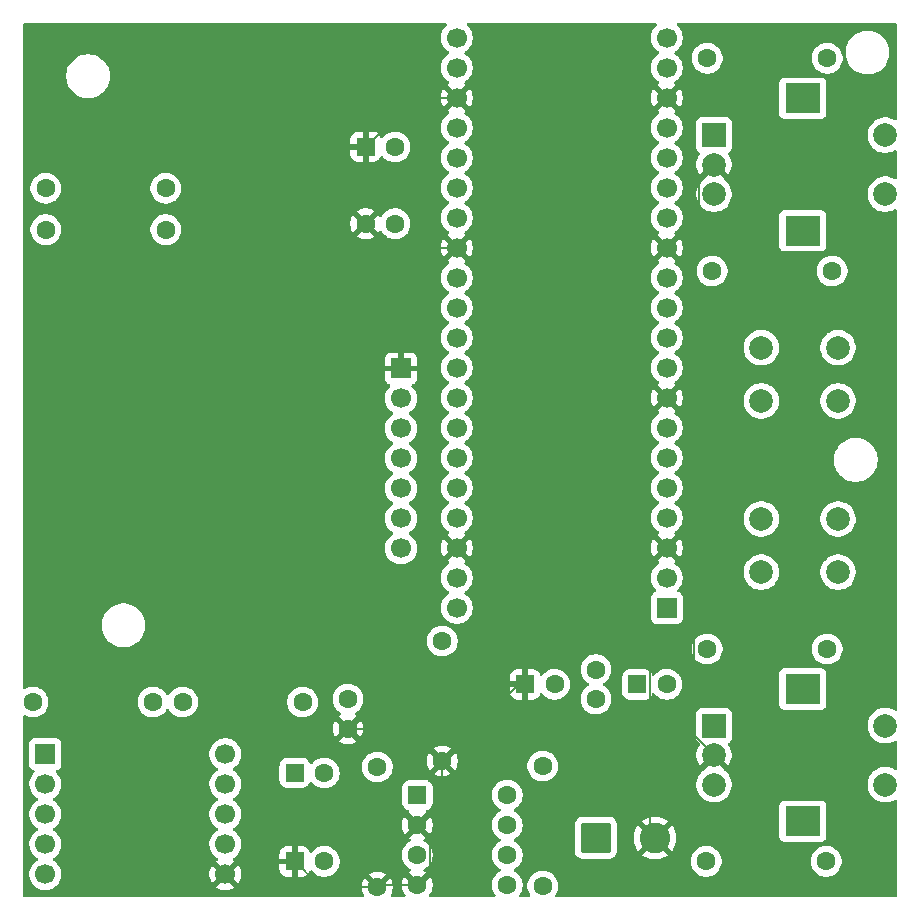
<source format=gbr>
%TF.GenerationSoftware,KiCad,Pcbnew,9.0.2*%
%TF.CreationDate,2025-07-11T11:45:56-07:00*%
%TF.ProjectId,Radio,52616469-6f2e-46b6-9963-61645f706362,1*%
%TF.SameCoordinates,Original*%
%TF.FileFunction,Copper,L4,Bot*%
%TF.FilePolarity,Positive*%
%FSLAX46Y46*%
G04 Gerber Fmt 4.6, Leading zero omitted, Abs format (unit mm)*
G04 Created by KiCad (PCBNEW 9.0.2) date 2025-07-11 11:45:56*
%MOMM*%
%LPD*%
G01*
G04 APERTURE LIST*
G04 Aperture macros list*
%AMRoundRect*
0 Rectangle with rounded corners*
0 $1 Rounding radius*
0 $2 $3 $4 $5 $6 $7 $8 $9 X,Y pos of 4 corners*
0 Add a 4 corners polygon primitive as box body*
4,1,4,$2,$3,$4,$5,$6,$7,$8,$9,$2,$3,0*
0 Add four circle primitives for the rounded corners*
1,1,$1+$1,$2,$3*
1,1,$1+$1,$4,$5*
1,1,$1+$1,$6,$7*
1,1,$1+$1,$8,$9*
0 Add four rect primitives between the rounded corners*
20,1,$1+$1,$2,$3,$4,$5,0*
20,1,$1+$1,$4,$5,$6,$7,0*
20,1,$1+$1,$6,$7,$8,$9,0*
20,1,$1+$1,$8,$9,$2,$3,0*%
G04 Aperture macros list end*
%TA.AperFunction,ComponentPad*%
%ADD10RoundRect,0.250000X-0.550000X-0.550000X0.550000X-0.550000X0.550000X0.550000X-0.550000X0.550000X0*%
%TD*%
%TA.AperFunction,ComponentPad*%
%ADD11C,1.600000*%
%TD*%
%TA.AperFunction,ComponentPad*%
%ADD12RoundRect,0.250000X-1.050000X-1.050000X1.050000X-1.050000X1.050000X1.050000X-1.050000X1.050000X0*%
%TD*%
%TA.AperFunction,ComponentPad*%
%ADD13C,2.600000*%
%TD*%
%TA.AperFunction,ComponentPad*%
%ADD14C,2.000000*%
%TD*%
%TA.AperFunction,ComponentPad*%
%ADD15R,1.700000X1.700000*%
%TD*%
%TA.AperFunction,ComponentPad*%
%ADD16C,1.700000*%
%TD*%
%TA.AperFunction,ComponentPad*%
%ADD17R,2.000000X2.000000*%
%TD*%
%TA.AperFunction,ComponentPad*%
%ADD18R,3.000000X2.500000*%
%TD*%
%TA.AperFunction,Conductor*%
%ADD19C,0.200000*%
%TD*%
G04 APERTURE END LIST*
D10*
%TO.P,C2,1*%
%TO.N,Net-(C2-Pad1)*%
X172500000Y-111500000D03*
D11*
%TO.P,C2,2*%
%TO.N,Net-(C2-Pad2)*%
X175000000Y-111500000D03*
%TD*%
D12*
%TO.P,LS1,1,1*%
%TO.N,Net-(C2-Pad2)*%
X169000000Y-124500000D03*
D13*
%TO.P,LS1,2,2*%
%TO.N,Net-(DISP1-VSS{slash}GND)*%
X174000000Y-124500000D03*
%TD*%
D11*
%TO.P,Rpullup1,1*%
%TO.N,Net-(A1-3V3)*%
X131500000Y-113000000D03*
%TO.P,Rpullup1,2*%
%TO.N,Net-(A1-GPIO26_ADC0)*%
X121340000Y-113000000D03*
%TD*%
%TO.P,R4,1*%
%TO.N,Net-(C4-Pad1)*%
X122420000Y-69500000D03*
%TO.P,R4,2*%
%TO.N,Net-(U2-LOUT)*%
X132580000Y-69500000D03*
%TD*%
D10*
%TO.P,C4,1*%
%TO.N,Net-(C4-Pad1)*%
X143500000Y-119000000D03*
D11*
%TO.P,C4,2*%
%TO.N,Net-(U1-+)*%
X146000000Y-119000000D03*
%TD*%
%TO.P,R2,1*%
%TO.N,Net-(R2-Pad1)*%
X164500000Y-128580000D03*
%TO.P,R2,2*%
%TO.N,Net-(R2-Pad2)*%
X164500000Y-118420000D03*
%TD*%
D14*
%TO.P,SW3,1,1*%
%TO.N,Net-(A1-GPIO3)*%
X183000000Y-97500000D03*
X189500000Y-97500000D03*
%TO.P,SW3,2,2*%
%TO.N,Net-(A1-3V3)*%
X183000000Y-102000000D03*
X189500000Y-102000000D03*
%TD*%
D11*
%TO.P,R5,1*%
%TO.N,Net-(U2-ROUT)*%
X122420000Y-73000000D03*
%TO.P,R5,2*%
%TO.N,Net-(C4-Pad1)*%
X132580000Y-73000000D03*
%TD*%
%TO.P,R6,1*%
%TO.N,Net-(R6-Pad1)*%
X188580000Y-108500000D03*
%TO.P,R6,2*%
%TO.N,Net-(A1-GPIO1)*%
X178420000Y-108500000D03*
%TD*%
%TO.P,R1,1*%
%TO.N,Net-(DISP1-VSS{slash}GND)*%
X156000000Y-118000000D03*
%TO.P,R1,2*%
%TO.N,Net-(C3-Pad1)*%
X156000000Y-107840000D03*
%TD*%
%TO.P,C7,1*%
%TO.N,Net-(DISP1-VSS{slash}GND)*%
X149500000Y-72500000D03*
%TO.P,C7,2*%
%TO.N,Net-(A1-3V3)*%
X152000000Y-72500000D03*
%TD*%
D15*
%TO.P,U2,1,SDIO*%
%TO.N,Net-(A1-GPIO26_ADC0)*%
X122380000Y-117420000D03*
D16*
%TO.P,U2,2,SCLK*%
%TO.N,Net-(A1-GPIO27_ADC1)*%
X122380000Y-119960000D03*
%TO.P,U2,3,N/C*%
%TO.N,unconnected-(U2-N{slash}C-Pad3)*%
X122380000Y-122500000D03*
%TO.P,U2,4,N/C*%
%TO.N,unconnected-(U2-N{slash}C-Pad4)*%
X122380000Y-125040000D03*
%TO.P,U2,5,VDD*%
%TO.N,Net-(A1-3V3)*%
X122380000Y-127580000D03*
%TO.P,U2,6,GND*%
%TO.N,Net-(DISP1-VSS{slash}GND)*%
X137620000Y-127580000D03*
%TO.P,U2,7,ROUT*%
%TO.N,Net-(U2-ROUT)*%
X137620000Y-125040000D03*
%TO.P,U2,8,LOUT*%
%TO.N,Net-(U2-LOUT)*%
X137620000Y-122500000D03*
%TO.P,U2,9,N/C*%
%TO.N,unconnected-(U2-N{slash}C-Pad9)*%
X137620000Y-119960000D03*
%TO.P,U2,10,FMIN*%
%TO.N,Net-(AE1-A)*%
X137620000Y-117420000D03*
%TD*%
D11*
%TO.P,Rpullup2,1*%
%TO.N,Net-(A1-3V3)*%
X144160000Y-113000000D03*
%TO.P,Rpullup2,2*%
%TO.N,Net-(A1-GPIO27_ADC1)*%
X134000000Y-113000000D03*
%TD*%
D10*
%TO.P,U1,1,GAIN*%
%TO.N,Net-(R2-Pad1)*%
X153880000Y-120880000D03*
D11*
%TO.P,U1,2,-*%
%TO.N,Net-(DISP1-VSS{slash}GND)*%
X153880000Y-123420000D03*
%TO.P,U1,3,+*%
%TO.N,Net-(U1-+)*%
X153880000Y-125960000D03*
%TO.P,U1,4,GND*%
%TO.N,Net-(DISP1-VSS{slash}GND)*%
X153880000Y-128500000D03*
%TO.P,U1,5*%
%TO.N,Net-(C2-Pad1)*%
X161500000Y-128500000D03*
%TO.P,U1,6,V+*%
%TO.N,Net-(A1-VBUS)*%
X161500000Y-125960000D03*
%TO.P,U1,7,BYPASS*%
%TO.N,Net-(U1-BYPASS)*%
X161500000Y-123420000D03*
%TO.P,U1,8,GAIN*%
%TO.N,Net-(R2-Pad2)*%
X161500000Y-120880000D03*
%TD*%
%TO.P,C5,1*%
%TO.N,Net-(DISP1-VSS{slash}GND)*%
X148000000Y-115250000D03*
%TO.P,C5,2*%
%TO.N,Net-(A1-VBUS)*%
X148000000Y-112750000D03*
%TD*%
D17*
%TO.P,SW2,A,A*%
%TO.N,Net-(R8-Pad1)*%
X179000000Y-65000000D03*
D14*
%TO.P,SW2,B,B*%
%TO.N,Net-(R9-Pad1)*%
X179000000Y-70000000D03*
%TO.P,SW2,C,C*%
%TO.N,Net-(DISP1-VSS{slash}GND)*%
X179000000Y-67500000D03*
D18*
%TO.P,SW2,MP*%
%TO.N,unconnected-(SW2-PadMP)_1*%
X186500000Y-61900000D03*
%TO.N,unconnected-(SW2-PadMP)*%
X186500000Y-73100000D03*
D14*
%TO.P,SW2,S1,S1*%
%TO.N,Net-(A1-3V3)*%
X193500000Y-65000000D03*
%TO.P,SW2,S2,S2*%
%TO.N,Net-(A1-GPIO13)*%
X193500000Y-70000000D03*
%TD*%
D15*
%TO.P,DISP1,1,VSS/GND*%
%TO.N,Net-(DISP1-VSS{slash}GND)*%
X152500000Y-84760000D03*
D16*
%TO.P,DISP1,2,VDD*%
%TO.N,Net-(A1-3V3)*%
X152500000Y-87300000D03*
%TO.P,DISP1,3,SCLK*%
%TO.N,Net-(A1-GPIO16)*%
X152500000Y-89840000D03*
%TO.P,DISP1,4,SDA*%
%TO.N,Net-(A1-GPIO19)*%
X152500000Y-92380000D03*
%TO.P,DISP1,5,RES*%
%TO.N,Net-(A1-GPIO20)*%
X152500000Y-94920000D03*
%TO.P,DISP1,6,DC*%
%TO.N,Net-(A1-GPIO21)*%
X152500000Y-97460000D03*
%TO.P,DISP1,7,CS*%
%TO.N,Net-(A1-GPIO17)*%
X152500000Y-100000000D03*
%TD*%
D10*
%TO.P,C6,1*%
%TO.N,Net-(DISP1-VSS{slash}GND)*%
X143500000Y-126500000D03*
D11*
%TO.P,C6,2*%
%TO.N,Net-(A1-VBUS)*%
X146000000Y-126500000D03*
%TD*%
%TO.P,R9,1*%
%TO.N,Net-(R9-Pad1)*%
X189000000Y-76500000D03*
%TO.P,R9,2*%
%TO.N,Net-(A1-GPIO15)*%
X178840000Y-76500000D03*
%TD*%
D15*
%TO.P,A1,1,GPIO0*%
%TO.N,Net-(A1-GPIO0)*%
X175000000Y-105020000D03*
D16*
%TO.P,A1,2,GPIO1*%
%TO.N,Net-(A1-GPIO1)*%
X175000000Y-102480000D03*
%TO.P,A1,3,GND*%
%TO.N,Net-(DISP1-VSS{slash}GND)*%
X175000000Y-99940000D03*
%TO.P,A1,4,GPIO2*%
%TO.N,Net-(A1-GPIO2)*%
X175000000Y-97400000D03*
%TO.P,A1,5,GPIO3*%
%TO.N,Net-(A1-GPIO3)*%
X175000000Y-94860000D03*
%TO.P,A1,6,GPIO4*%
%TO.N,unconnected-(A1-GPIO4-Pad6)*%
X175000000Y-92320000D03*
%TO.P,A1,7,GPIO5*%
%TO.N,unconnected-(A1-GPIO5-Pad7)*%
X175000000Y-89780000D03*
%TO.P,A1,8,GND*%
%TO.N,Net-(DISP1-VSS{slash}GND)*%
X175000000Y-87240000D03*
%TO.P,A1,9,GPIO6*%
%TO.N,unconnected-(A1-GPIO6-Pad9)*%
X175000000Y-84700000D03*
%TO.P,A1,10,GPIO7*%
%TO.N,Net-(A1-GPIO7)*%
X175000000Y-82160000D03*
%TO.P,A1,11,GPIO8*%
%TO.N,unconnected-(A1-GPIO8-Pad11)*%
X175000000Y-79620000D03*
%TO.P,A1,12,GPIO9*%
%TO.N,unconnected-(A1-GPIO9-Pad12)*%
X175000000Y-77080000D03*
%TO.P,A1,13,GND*%
%TO.N,Net-(DISP1-VSS{slash}GND)*%
X175000000Y-74540000D03*
%TO.P,A1,14,GPIO10*%
%TO.N,unconnected-(A1-GPIO10-Pad14)*%
X175000000Y-72000000D03*
%TO.P,A1,15,GPIO11*%
%TO.N,unconnected-(A1-GPIO11-Pad15)*%
X175000000Y-69460000D03*
%TO.P,A1,16,GPIO12*%
%TO.N,unconnected-(A1-GPIO12-Pad16)*%
X175000000Y-66920000D03*
%TO.P,A1,17,GPIO13*%
%TO.N,Net-(A1-GPIO13)*%
X175000000Y-64380000D03*
%TO.P,A1,18,GND*%
%TO.N,Net-(DISP1-VSS{slash}GND)*%
X175000000Y-61840000D03*
%TO.P,A1,19,GPIO14*%
%TO.N,Net-(A1-GPIO14)*%
X175000000Y-59300000D03*
%TO.P,A1,20,GPIO15*%
%TO.N,Net-(A1-GPIO15)*%
X175000000Y-56760000D03*
%TO.P,A1,21,GPIO16*%
%TO.N,Net-(A1-GPIO16)*%
X157220000Y-56760000D03*
%TO.P,A1,22,GPIO17*%
%TO.N,Net-(A1-GPIO17)*%
X157220000Y-59300000D03*
%TO.P,A1,23,GND*%
%TO.N,Net-(DISP1-VSS{slash}GND)*%
X157220000Y-61840000D03*
%TO.P,A1,24,GPIO18*%
%TO.N,unconnected-(A1-GPIO18-Pad24)*%
X157220000Y-64380000D03*
%TO.P,A1,25,GPIO19*%
%TO.N,Net-(A1-GPIO19)*%
X157220000Y-66920000D03*
%TO.P,A1,26,GPIO20*%
%TO.N,Net-(A1-GPIO20)*%
X157220000Y-69460000D03*
%TO.P,A1,27,GPIO21*%
%TO.N,Net-(A1-GPIO21)*%
X157220000Y-72000000D03*
%TO.P,A1,28,GND*%
%TO.N,Net-(DISP1-VSS{slash}GND)*%
X157220000Y-74540000D03*
%TO.P,A1,29,GPIO22*%
%TO.N,unconnected-(A1-GPIO22-Pad29)*%
X157220000Y-77080000D03*
%TO.P,A1,30,RUN*%
%TO.N,unconnected-(A1-RUN-Pad30)*%
X157220000Y-79620000D03*
%TO.P,A1,31,GPIO26_ADC0*%
%TO.N,Net-(A1-GPIO26_ADC0)*%
X157220000Y-82160000D03*
%TO.P,A1,32,GPIO27_ADC1*%
%TO.N,Net-(A1-GPIO27_ADC1)*%
X157220000Y-84700000D03*
%TO.P,A1,33,AGND*%
%TO.N,unconnected-(A1-AGND-Pad33)*%
X157220000Y-87240000D03*
%TO.P,A1,34,GPIO28_ADC2*%
%TO.N,unconnected-(A1-GPIO28_ADC2-Pad34)*%
X157220000Y-89780000D03*
%TO.P,A1,35,ADC_VREF*%
%TO.N,unconnected-(A1-ADC_VREF-Pad35)*%
X157220000Y-92320000D03*
%TO.P,A1,36,3V3*%
%TO.N,Net-(A1-3V3)*%
X157220000Y-94860000D03*
%TO.P,A1,37,3V3_EN*%
%TO.N,unconnected-(A1-3V3_EN-Pad37)*%
X157220000Y-97400000D03*
%TO.P,A1,38,GND*%
%TO.N,Net-(DISP1-VSS{slash}GND)*%
X157220000Y-99940000D03*
%TO.P,A1,39,VSYS*%
%TO.N,unconnected-(A1-VSYS-Pad39)*%
X157220000Y-102480000D03*
%TO.P,A1,40,VBUS*%
%TO.N,Net-(A1-VBUS)*%
X157220000Y-105020000D03*
%TD*%
D10*
%TO.P,C1,1*%
%TO.N,Net-(DISP1-VSS{slash}GND)*%
X163000000Y-111500000D03*
D11*
%TO.P,C1,2*%
%TO.N,Net-(U1-BYPASS)*%
X165500000Y-111500000D03*
%TD*%
%TO.P,R3,1*%
%TO.N,Net-(DISP1-VSS{slash}GND)*%
X150500000Y-128660000D03*
%TO.P,R3,2*%
%TO.N,Net-(C4-Pad1)*%
X150500000Y-118500000D03*
%TD*%
D14*
%TO.P,SW4,1,1*%
%TO.N,Net-(A1-GPIO7)*%
X183000000Y-83000000D03*
X189500000Y-83000000D03*
%TO.P,SW4,2,2*%
%TO.N,Net-(A1-3V3)*%
X183000000Y-87500000D03*
X189500000Y-87500000D03*
%TD*%
D11*
%TO.P,R7,1*%
%TO.N,Net-(R7-Pad1)*%
X188500000Y-126500000D03*
%TO.P,R7,2*%
%TO.N,Net-(A1-GPIO2)*%
X178340000Y-126500000D03*
%TD*%
D17*
%TO.P,SW1,A,A*%
%TO.N,Net-(R6-Pad1)*%
X179000000Y-115000000D03*
D14*
%TO.P,SW1,B,B*%
%TO.N,Net-(R7-Pad1)*%
X179000000Y-120000000D03*
%TO.P,SW1,C,C*%
%TO.N,Net-(DISP1-VSS{slash}GND)*%
X179000000Y-117500000D03*
D18*
%TO.P,SW1,MP*%
%TO.N,unconnected-(SW1-PadMP)_1*%
X186500000Y-111900000D03*
%TO.N,unconnected-(SW1-PadMP)*%
X186500000Y-123100000D03*
D14*
%TO.P,SW1,S1,S1*%
%TO.N,Net-(A1-3V3)*%
X193500000Y-115000000D03*
%TO.P,SW1,S2,S2*%
%TO.N,Net-(A1-GPIO0)*%
X193500000Y-120000000D03*
%TD*%
D11*
%TO.P,R8,1*%
%TO.N,Net-(R8-Pad1)*%
X188580000Y-58500000D03*
%TO.P,R8,2*%
%TO.N,Net-(A1-GPIO14)*%
X178420000Y-58500000D03*
%TD*%
D10*
%TO.P,C8,1*%
%TO.N,Net-(DISP1-VSS{slash}GND)*%
X149500000Y-66000000D03*
D11*
%TO.P,C8,2*%
%TO.N,Net-(A1-3V3)*%
X152000000Y-66000000D03*
%TD*%
%TO.P,C3,1*%
%TO.N,Net-(C3-Pad1)*%
X169000000Y-112750000D03*
%TO.P,C3,2*%
%TO.N,Net-(C2-Pad1)*%
X169000000Y-110250000D03*
%TD*%
D19*
%TO.N,Net-(DISP1-VSS{slash}GND)*%
X156000000Y-118000000D02*
X156000000Y-121300000D01*
X143500000Y-126500000D02*
X138700000Y-126500000D01*
X153880000Y-128500000D02*
X150660000Y-128500000D01*
X175000000Y-99940000D02*
X177319000Y-102259000D01*
X153660000Y-61840000D02*
X149500000Y-66000000D01*
X157220000Y-61840000D02*
X153660000Y-61840000D01*
X152500000Y-79260000D02*
X157220000Y-74540000D01*
X157220000Y-74540000D02*
X151540000Y-74540000D01*
X148000000Y-115250000D02*
X153250000Y-115250000D01*
X150500000Y-128660000D02*
X145660000Y-128660000D01*
X156000000Y-121300000D02*
X153880000Y-123420000D01*
X173601000Y-101339000D02*
X173601000Y-124101000D01*
X145660000Y-128660000D02*
X143500000Y-126500000D01*
X151540000Y-74540000D02*
X149500000Y-72500000D01*
X177319000Y-115819000D02*
X179000000Y-117500000D01*
X177699000Y-68801000D02*
X179000000Y-67500000D01*
X153880000Y-123420000D02*
X154981000Y-124521000D01*
X152500000Y-84760000D02*
X152500000Y-79260000D01*
X177319000Y-102259000D02*
X177319000Y-115819000D01*
X153250000Y-115250000D02*
X156000000Y-118000000D01*
X163000000Y-111500000D02*
X162500000Y-111500000D01*
X175000000Y-99940000D02*
X173601000Y-101339000D01*
X163000000Y-113500000D02*
X174000000Y-124500000D01*
X163000000Y-111500000D02*
X163000000Y-113500000D01*
X138700000Y-126500000D02*
X137620000Y-127580000D01*
X175000000Y-74540000D02*
X177699000Y-71841000D01*
X154981000Y-124521000D02*
X154981000Y-127399000D01*
X150660000Y-128500000D02*
X150500000Y-128660000D01*
X173601000Y-124101000D02*
X174000000Y-124500000D01*
X154981000Y-127399000D02*
X153880000Y-128500000D01*
X177699000Y-71841000D02*
X177699000Y-68801000D01*
X162500000Y-111500000D02*
X156000000Y-118000000D01*
%TD*%
%TA.AperFunction,Conductor*%
%TO.N,Net-(DISP1-VSS{slash}GND)*%
G36*
X156341350Y-55520185D02*
G01*
X156387105Y-55572989D01*
X156397049Y-55642147D01*
X156368024Y-55705703D01*
X156347196Y-55724819D01*
X156340207Y-55729896D01*
X156189890Y-55880213D01*
X156064951Y-56052179D01*
X155968444Y-56241585D01*
X155902753Y-56443760D01*
X155877099Y-56605733D01*
X155869500Y-56653713D01*
X155869500Y-56866287D01*
X155902754Y-57076243D01*
X155953207Y-57231522D01*
X155968444Y-57278414D01*
X156064951Y-57467820D01*
X156189890Y-57639786D01*
X156340213Y-57790109D01*
X156512182Y-57915050D01*
X156520946Y-57919516D01*
X156571742Y-57967491D01*
X156588536Y-58035312D01*
X156565998Y-58101447D01*
X156520946Y-58140484D01*
X156512182Y-58144949D01*
X156340213Y-58269890D01*
X156189890Y-58420213D01*
X156064951Y-58592179D01*
X155968444Y-58781585D01*
X155902753Y-58983760D01*
X155871705Y-59179794D01*
X155869500Y-59193713D01*
X155869500Y-59406287D01*
X155902754Y-59616243D01*
X155918018Y-59663222D01*
X155968444Y-59818414D01*
X156064951Y-60007820D01*
X156189890Y-60179786D01*
X156340213Y-60330109D01*
X156512179Y-60455048D01*
X156512181Y-60455049D01*
X156512184Y-60455051D01*
X156521493Y-60459794D01*
X156572290Y-60507766D01*
X156589087Y-60575587D01*
X156566552Y-60641722D01*
X156521505Y-60680760D01*
X156512446Y-60685376D01*
X156512440Y-60685380D01*
X156458282Y-60724727D01*
X156458282Y-60724728D01*
X157090591Y-61357037D01*
X157027007Y-61374075D01*
X156912993Y-61439901D01*
X156819901Y-61532993D01*
X156754075Y-61647007D01*
X156737037Y-61710591D01*
X156104728Y-61078282D01*
X156104727Y-61078282D01*
X156065380Y-61132439D01*
X155968904Y-61321782D01*
X155903242Y-61523869D01*
X155903242Y-61523872D01*
X155870000Y-61733753D01*
X155870000Y-61946246D01*
X155903242Y-62156127D01*
X155903242Y-62156130D01*
X155968904Y-62358217D01*
X156065375Y-62547550D01*
X156104728Y-62601716D01*
X156737037Y-61969408D01*
X156754075Y-62032993D01*
X156819901Y-62147007D01*
X156912993Y-62240099D01*
X157027007Y-62305925D01*
X157090590Y-62322962D01*
X156458282Y-62955269D01*
X156458282Y-62955270D01*
X156512452Y-62994626D01*
X156512451Y-62994626D01*
X156521495Y-62999234D01*
X156572292Y-63047208D01*
X156589087Y-63115029D01*
X156566550Y-63181164D01*
X156521499Y-63220202D01*
X156512182Y-63224949D01*
X156340213Y-63349890D01*
X156189890Y-63500213D01*
X156064951Y-63672179D01*
X155968444Y-63861585D01*
X155902753Y-64063760D01*
X155879026Y-64213566D01*
X155869500Y-64273713D01*
X155869500Y-64486287D01*
X155902754Y-64696243D01*
X155964967Y-64887715D01*
X155968444Y-64898414D01*
X156064951Y-65087820D01*
X156189890Y-65259786D01*
X156340213Y-65410109D01*
X156512182Y-65535050D01*
X156520946Y-65539516D01*
X156571742Y-65587491D01*
X156588536Y-65655312D01*
X156565998Y-65721447D01*
X156520946Y-65760484D01*
X156512182Y-65764949D01*
X156340213Y-65889890D01*
X156189890Y-66040213D01*
X156064951Y-66212179D01*
X155968444Y-66401585D01*
X155902753Y-66603760D01*
X155876851Y-66767298D01*
X155869500Y-66813713D01*
X155869500Y-67026287D01*
X155902754Y-67236243D01*
X155950244Y-67382403D01*
X155968444Y-67438414D01*
X156064951Y-67627820D01*
X156189890Y-67799786D01*
X156340213Y-67950109D01*
X156512182Y-68075050D01*
X156520946Y-68079516D01*
X156571742Y-68127491D01*
X156588536Y-68195312D01*
X156565998Y-68261447D01*
X156520946Y-68300484D01*
X156512182Y-68304949D01*
X156340213Y-68429890D01*
X156189890Y-68580213D01*
X156064951Y-68752179D01*
X155968444Y-68941585D01*
X155902753Y-69143760D01*
X155894564Y-69195465D01*
X155869500Y-69353713D01*
X155869500Y-69566287D01*
X155902754Y-69776243D01*
X155923053Y-69838718D01*
X155968444Y-69978414D01*
X156064951Y-70167820D01*
X156189890Y-70339786D01*
X156340213Y-70490109D01*
X156512182Y-70615050D01*
X156520946Y-70619516D01*
X156571742Y-70667491D01*
X156588536Y-70735312D01*
X156565998Y-70801447D01*
X156520946Y-70840484D01*
X156512182Y-70844949D01*
X156340213Y-70969890D01*
X156189890Y-71120213D01*
X156064951Y-71292179D01*
X155968444Y-71481585D01*
X155902753Y-71683760D01*
X155869500Y-71893713D01*
X155869500Y-72106286D01*
X155883624Y-72195465D01*
X155902754Y-72316243D01*
X155962714Y-72500781D01*
X155968444Y-72518414D01*
X156064951Y-72707820D01*
X156189890Y-72879786D01*
X156340213Y-73030109D01*
X156512179Y-73155048D01*
X156512181Y-73155049D01*
X156512184Y-73155051D01*
X156521493Y-73159794D01*
X156572290Y-73207766D01*
X156589087Y-73275587D01*
X156566552Y-73341722D01*
X156521505Y-73380760D01*
X156512446Y-73385376D01*
X156512440Y-73385380D01*
X156458282Y-73424727D01*
X156458282Y-73424728D01*
X157090591Y-74057037D01*
X157027007Y-74074075D01*
X156912993Y-74139901D01*
X156819901Y-74232993D01*
X156754075Y-74347007D01*
X156737037Y-74410591D01*
X156104728Y-73778282D01*
X156104727Y-73778282D01*
X156065380Y-73832439D01*
X155968904Y-74021782D01*
X155903242Y-74223869D01*
X155903242Y-74223872D01*
X155870000Y-74433753D01*
X155870000Y-74646246D01*
X155903242Y-74856127D01*
X155903242Y-74856130D01*
X155968904Y-75058217D01*
X156065375Y-75247550D01*
X156104728Y-75301716D01*
X156737037Y-74669408D01*
X156754075Y-74732993D01*
X156819901Y-74847007D01*
X156912993Y-74940099D01*
X157027007Y-75005925D01*
X157090590Y-75022962D01*
X156458282Y-75655269D01*
X156458282Y-75655270D01*
X156512452Y-75694626D01*
X156512451Y-75694626D01*
X156521495Y-75699234D01*
X156572292Y-75747208D01*
X156589087Y-75815029D01*
X156566550Y-75881164D01*
X156521499Y-75920202D01*
X156512182Y-75924949D01*
X156340213Y-76049890D01*
X156189890Y-76200213D01*
X156064951Y-76372179D01*
X155968444Y-76561585D01*
X155902753Y-76763760D01*
X155869500Y-76973713D01*
X155869500Y-77186287D01*
X155902754Y-77396243D01*
X155933856Y-77491966D01*
X155968444Y-77598414D01*
X156064951Y-77787820D01*
X156189890Y-77959786D01*
X156340213Y-78110109D01*
X156512182Y-78235050D01*
X156520946Y-78239516D01*
X156571742Y-78287491D01*
X156588536Y-78355312D01*
X156565998Y-78421447D01*
X156520946Y-78460484D01*
X156512182Y-78464949D01*
X156340213Y-78589890D01*
X156189890Y-78740213D01*
X156064951Y-78912179D01*
X155968444Y-79101585D01*
X155902753Y-79303760D01*
X155869500Y-79513713D01*
X155869500Y-79726286D01*
X155902753Y-79936239D01*
X155968444Y-80138414D01*
X156064951Y-80327820D01*
X156189890Y-80499786D01*
X156340213Y-80650109D01*
X156512182Y-80775050D01*
X156520946Y-80779516D01*
X156571742Y-80827491D01*
X156588536Y-80895312D01*
X156565998Y-80961447D01*
X156520946Y-81000484D01*
X156512182Y-81004949D01*
X156340213Y-81129890D01*
X156189890Y-81280213D01*
X156064951Y-81452179D01*
X155968444Y-81641585D01*
X155902753Y-81843760D01*
X155869500Y-82053713D01*
X155869500Y-82266286D01*
X155902753Y-82476239D01*
X155968444Y-82678414D01*
X156064951Y-82867820D01*
X156189890Y-83039786D01*
X156340213Y-83190109D01*
X156512182Y-83315050D01*
X156520946Y-83319516D01*
X156571742Y-83367491D01*
X156588536Y-83435312D01*
X156565998Y-83501447D01*
X156520946Y-83540484D01*
X156512182Y-83544949D01*
X156340213Y-83669890D01*
X156189890Y-83820213D01*
X156064951Y-83992179D01*
X155968444Y-84181585D01*
X155902753Y-84383760D01*
X155882759Y-84510000D01*
X155869500Y-84593713D01*
X155869500Y-84806287D01*
X155902754Y-85016243D01*
X155919248Y-85067007D01*
X155968444Y-85218414D01*
X156064951Y-85407820D01*
X156189890Y-85579786D01*
X156340213Y-85730109D01*
X156512182Y-85855050D01*
X156520946Y-85859516D01*
X156571742Y-85907491D01*
X156588536Y-85975312D01*
X156565998Y-86041447D01*
X156520946Y-86080484D01*
X156512182Y-86084949D01*
X156340213Y-86209890D01*
X156189890Y-86360213D01*
X156064951Y-86532179D01*
X155968444Y-86721585D01*
X155902753Y-86923760D01*
X155869500Y-87133713D01*
X155869500Y-87346286D01*
X155902735Y-87556127D01*
X155902754Y-87556243D01*
X155922249Y-87616243D01*
X155968444Y-87758414D01*
X156064951Y-87947820D01*
X156189890Y-88119786D01*
X156340213Y-88270109D01*
X156512182Y-88395050D01*
X156520946Y-88399516D01*
X156571742Y-88447491D01*
X156588536Y-88515312D01*
X156565998Y-88581447D01*
X156520946Y-88620484D01*
X156512182Y-88624949D01*
X156340213Y-88749890D01*
X156189890Y-88900213D01*
X156064951Y-89072179D01*
X155968444Y-89261585D01*
X155902753Y-89463760D01*
X155893250Y-89523760D01*
X155869500Y-89673713D01*
X155869500Y-89886287D01*
X155902754Y-90096243D01*
X155922249Y-90156243D01*
X155968444Y-90298414D01*
X156064951Y-90487820D01*
X156189890Y-90659786D01*
X156340213Y-90810109D01*
X156512182Y-90935050D01*
X156520946Y-90939516D01*
X156571742Y-90987491D01*
X156588536Y-91055312D01*
X156565998Y-91121447D01*
X156520946Y-91160484D01*
X156512182Y-91164949D01*
X156340213Y-91289890D01*
X156189890Y-91440213D01*
X156064951Y-91612179D01*
X155968444Y-91801585D01*
X155902753Y-92003760D01*
X155893250Y-92063760D01*
X155869500Y-92213713D01*
X155869500Y-92426287D01*
X155902754Y-92636243D01*
X155922249Y-92696243D01*
X155968444Y-92838414D01*
X156064951Y-93027820D01*
X156189890Y-93199786D01*
X156340213Y-93350109D01*
X156512182Y-93475050D01*
X156520946Y-93479516D01*
X156571742Y-93527491D01*
X156588536Y-93595312D01*
X156565998Y-93661447D01*
X156520946Y-93700484D01*
X156512182Y-93704949D01*
X156340213Y-93829890D01*
X156189890Y-93980213D01*
X156064951Y-94152179D01*
X155968444Y-94341585D01*
X155902753Y-94543760D01*
X155893250Y-94603760D01*
X155869500Y-94753713D01*
X155869500Y-94966287D01*
X155902754Y-95176243D01*
X155922249Y-95236243D01*
X155968444Y-95378414D01*
X156064951Y-95567820D01*
X156189890Y-95739786D01*
X156340213Y-95890109D01*
X156512182Y-96015050D01*
X156520946Y-96019516D01*
X156571742Y-96067491D01*
X156588536Y-96135312D01*
X156565998Y-96201447D01*
X156520946Y-96240484D01*
X156512182Y-96244949D01*
X156340213Y-96369890D01*
X156189890Y-96520213D01*
X156064951Y-96692179D01*
X155968444Y-96881585D01*
X155902753Y-97083760D01*
X155869500Y-97293713D01*
X155869500Y-97506287D01*
X155902754Y-97716243D01*
X155922249Y-97776243D01*
X155968444Y-97918414D01*
X156064951Y-98107820D01*
X156189890Y-98279786D01*
X156340213Y-98430109D01*
X156512179Y-98555048D01*
X156512181Y-98555049D01*
X156512184Y-98555051D01*
X156521493Y-98559794D01*
X156572290Y-98607766D01*
X156589087Y-98675587D01*
X156566552Y-98741722D01*
X156521505Y-98780760D01*
X156512446Y-98785376D01*
X156512440Y-98785380D01*
X156458282Y-98824727D01*
X156458282Y-98824728D01*
X157090591Y-99457037D01*
X157027007Y-99474075D01*
X156912993Y-99539901D01*
X156819901Y-99632993D01*
X156754075Y-99747007D01*
X156737037Y-99810591D01*
X156104728Y-99178282D01*
X156104727Y-99178282D01*
X156065380Y-99232439D01*
X155968904Y-99421782D01*
X155903242Y-99623869D01*
X155903242Y-99623872D01*
X155870000Y-99833753D01*
X155870000Y-100046246D01*
X155903242Y-100256127D01*
X155903242Y-100256130D01*
X155968904Y-100458217D01*
X156065375Y-100647550D01*
X156104728Y-100701716D01*
X156737037Y-100069408D01*
X156754075Y-100132993D01*
X156819901Y-100247007D01*
X156912993Y-100340099D01*
X157027007Y-100405925D01*
X157090590Y-100422962D01*
X156458282Y-101055269D01*
X156458282Y-101055270D01*
X156512452Y-101094626D01*
X156512451Y-101094626D01*
X156521495Y-101099234D01*
X156572292Y-101147208D01*
X156589087Y-101215029D01*
X156566550Y-101281164D01*
X156521499Y-101320202D01*
X156512182Y-101324949D01*
X156340213Y-101449890D01*
X156189890Y-101600213D01*
X156064951Y-101772179D01*
X155968444Y-101961585D01*
X155902753Y-102163760D01*
X155873039Y-102351368D01*
X155869500Y-102373713D01*
X155869500Y-102586287D01*
X155902754Y-102796243D01*
X155961651Y-102977510D01*
X155968444Y-102998414D01*
X156064951Y-103187820D01*
X156189890Y-103359786D01*
X156340213Y-103510109D01*
X156512182Y-103635050D01*
X156520946Y-103639516D01*
X156571742Y-103687491D01*
X156588536Y-103755312D01*
X156565998Y-103821447D01*
X156520946Y-103860484D01*
X156512182Y-103864949D01*
X156340213Y-103989890D01*
X156189890Y-104140213D01*
X156064951Y-104312179D01*
X155968444Y-104501585D01*
X155902753Y-104703760D01*
X155869500Y-104913713D01*
X155869500Y-105126286D01*
X155902753Y-105336239D01*
X155968444Y-105538414D01*
X156064951Y-105727820D01*
X156189890Y-105899786D01*
X156340213Y-106050109D01*
X156512179Y-106175048D01*
X156512181Y-106175049D01*
X156512184Y-106175051D01*
X156701588Y-106271557D01*
X156903757Y-106337246D01*
X157113713Y-106370500D01*
X157113714Y-106370500D01*
X157326286Y-106370500D01*
X157326287Y-106370500D01*
X157536243Y-106337246D01*
X157738412Y-106271557D01*
X157927816Y-106175051D01*
X158014138Y-106112335D01*
X158099786Y-106050109D01*
X158099788Y-106050106D01*
X158099792Y-106050104D01*
X158250104Y-105899792D01*
X158250106Y-105899788D01*
X158250109Y-105899786D01*
X158375048Y-105727820D01*
X158375047Y-105727820D01*
X158375051Y-105727816D01*
X158471557Y-105538412D01*
X158537246Y-105336243D01*
X158570500Y-105126287D01*
X158570500Y-104913713D01*
X158537246Y-104703757D01*
X158471557Y-104501588D01*
X158375051Y-104312184D01*
X158375049Y-104312181D01*
X158375048Y-104312179D01*
X158250109Y-104140213D01*
X158099786Y-103989890D01*
X157927820Y-103864951D01*
X157927115Y-103864591D01*
X157919054Y-103860485D01*
X157868259Y-103812512D01*
X157851463Y-103744692D01*
X157873999Y-103678556D01*
X157919054Y-103639515D01*
X157927816Y-103635051D01*
X158017554Y-103569853D01*
X158099786Y-103510109D01*
X158099788Y-103510106D01*
X158099792Y-103510104D01*
X158250104Y-103359792D01*
X158250106Y-103359788D01*
X158250109Y-103359786D01*
X158375048Y-103187820D01*
X158375047Y-103187820D01*
X158375051Y-103187816D01*
X158471557Y-102998412D01*
X158537246Y-102796243D01*
X158570500Y-102586287D01*
X158570500Y-102373713D01*
X158537246Y-102163757D01*
X158471557Y-101961588D01*
X158375051Y-101772184D01*
X158375049Y-101772181D01*
X158375048Y-101772179D01*
X158250109Y-101600213D01*
X158099786Y-101449890D01*
X157927817Y-101324949D01*
X157918504Y-101320204D01*
X157867707Y-101272230D01*
X157850912Y-101204409D01*
X157873449Y-101138274D01*
X157918507Y-101099232D01*
X157927555Y-101094622D01*
X157981716Y-101055270D01*
X157981717Y-101055270D01*
X157349408Y-100422962D01*
X157412993Y-100405925D01*
X157527007Y-100340099D01*
X157620099Y-100247007D01*
X157685925Y-100132993D01*
X157702962Y-100069408D01*
X158335270Y-100701717D01*
X158335270Y-100701716D01*
X158374622Y-100647554D01*
X158471095Y-100458217D01*
X158536757Y-100256130D01*
X158536757Y-100256127D01*
X158570000Y-100046246D01*
X158570000Y-99833753D01*
X158536757Y-99623872D01*
X158536757Y-99623869D01*
X158471095Y-99421782D01*
X158374624Y-99232449D01*
X158335270Y-99178282D01*
X158335269Y-99178282D01*
X157702962Y-99810590D01*
X157685925Y-99747007D01*
X157620099Y-99632993D01*
X157527007Y-99539901D01*
X157412993Y-99474075D01*
X157349409Y-99457037D01*
X157981716Y-98824728D01*
X157927547Y-98785373D01*
X157927547Y-98785372D01*
X157918500Y-98780763D01*
X157867706Y-98732788D01*
X157850912Y-98664966D01*
X157873451Y-98598832D01*
X157918508Y-98559793D01*
X157927816Y-98555051D01*
X158034540Y-98477512D01*
X158099786Y-98430109D01*
X158099788Y-98430106D01*
X158099792Y-98430104D01*
X158250104Y-98279792D01*
X158250106Y-98279788D01*
X158250109Y-98279786D01*
X158375048Y-98107820D01*
X158375047Y-98107820D01*
X158375051Y-98107816D01*
X158471557Y-97918412D01*
X158537246Y-97716243D01*
X158570500Y-97506287D01*
X158570500Y-97293713D01*
X158537246Y-97083757D01*
X158471557Y-96881588D01*
X158375051Y-96692184D01*
X158375049Y-96692181D01*
X158375048Y-96692179D01*
X158250109Y-96520213D01*
X158099786Y-96369890D01*
X157927820Y-96244951D01*
X157927115Y-96244591D01*
X157919054Y-96240485D01*
X157868259Y-96192512D01*
X157851463Y-96124692D01*
X157873999Y-96058556D01*
X157919054Y-96019515D01*
X157927816Y-96015051D01*
X158017209Y-95950104D01*
X158099786Y-95890109D01*
X158099788Y-95890106D01*
X158099792Y-95890104D01*
X158250104Y-95739792D01*
X158250106Y-95739788D01*
X158250109Y-95739786D01*
X158375048Y-95567820D01*
X158375047Y-95567820D01*
X158375051Y-95567816D01*
X158471557Y-95378412D01*
X158537246Y-95176243D01*
X158570500Y-94966287D01*
X158570500Y-94753713D01*
X158537246Y-94543757D01*
X158471557Y-94341588D01*
X158375051Y-94152184D01*
X158375049Y-94152181D01*
X158375048Y-94152179D01*
X158250109Y-93980213D01*
X158099786Y-93829890D01*
X157927820Y-93704951D01*
X157927115Y-93704591D01*
X157919054Y-93700485D01*
X157868259Y-93652512D01*
X157851463Y-93584692D01*
X157873999Y-93518556D01*
X157919054Y-93479515D01*
X157927816Y-93475051D01*
X158017209Y-93410104D01*
X158099786Y-93350109D01*
X158099788Y-93350106D01*
X158099792Y-93350104D01*
X158250104Y-93199792D01*
X158250106Y-93199788D01*
X158250109Y-93199786D01*
X158375048Y-93027820D01*
X158375047Y-93027820D01*
X158375051Y-93027816D01*
X158471557Y-92838412D01*
X158537246Y-92636243D01*
X158570500Y-92426287D01*
X158570500Y-92213713D01*
X158537246Y-92003757D01*
X158471557Y-91801588D01*
X158375051Y-91612184D01*
X158375049Y-91612181D01*
X158375048Y-91612179D01*
X158250109Y-91440213D01*
X158099786Y-91289890D01*
X157927820Y-91164951D01*
X157927115Y-91164591D01*
X157919054Y-91160485D01*
X157868259Y-91112512D01*
X157851463Y-91044692D01*
X157873999Y-90978556D01*
X157919054Y-90939515D01*
X157927816Y-90935051D01*
X158063080Y-90836777D01*
X158099786Y-90810109D01*
X158099788Y-90810106D01*
X158099792Y-90810104D01*
X158250104Y-90659792D01*
X158250106Y-90659788D01*
X158250109Y-90659786D01*
X158375048Y-90487820D01*
X158375047Y-90487820D01*
X158375051Y-90487816D01*
X158471557Y-90298412D01*
X158537246Y-90096243D01*
X158570500Y-89886287D01*
X158570500Y-89673713D01*
X158537246Y-89463757D01*
X158471557Y-89261588D01*
X158375051Y-89072184D01*
X158375049Y-89072181D01*
X158375048Y-89072179D01*
X158250109Y-88900213D01*
X158099786Y-88749890D01*
X157927820Y-88624951D01*
X157927115Y-88624591D01*
X157919054Y-88620485D01*
X157868259Y-88572512D01*
X157851463Y-88504692D01*
X157873999Y-88438556D01*
X157919054Y-88399515D01*
X157927816Y-88395051D01*
X158017209Y-88330104D01*
X158099786Y-88270109D01*
X158099788Y-88270106D01*
X158099792Y-88270104D01*
X158250104Y-88119792D01*
X158250106Y-88119788D01*
X158250109Y-88119786D01*
X158375048Y-87947820D01*
X158375047Y-87947820D01*
X158375051Y-87947816D01*
X158471557Y-87758412D01*
X158537246Y-87556243D01*
X158570500Y-87346287D01*
X158570500Y-87133713D01*
X158537246Y-86923757D01*
X158471557Y-86721588D01*
X158375051Y-86532184D01*
X158375049Y-86532181D01*
X158375048Y-86532179D01*
X158250109Y-86360213D01*
X158099786Y-86209890D01*
X157927820Y-86084951D01*
X157919600Y-86080763D01*
X157919054Y-86080485D01*
X157868259Y-86032512D01*
X157851463Y-85964692D01*
X157873999Y-85898556D01*
X157919054Y-85859515D01*
X157927816Y-85855051D01*
X157949789Y-85839086D01*
X158099786Y-85730109D01*
X158099788Y-85730106D01*
X158099792Y-85730104D01*
X158250104Y-85579792D01*
X158250106Y-85579788D01*
X158250109Y-85579786D01*
X158375048Y-85407820D01*
X158375047Y-85407820D01*
X158375051Y-85407816D01*
X158471557Y-85218412D01*
X158537246Y-85016243D01*
X158570500Y-84806287D01*
X158570500Y-84593713D01*
X158537246Y-84383757D01*
X158471557Y-84181588D01*
X158375051Y-83992184D01*
X158375049Y-83992181D01*
X158375048Y-83992179D01*
X158250109Y-83820213D01*
X158099786Y-83669890D01*
X157927820Y-83544951D01*
X157927115Y-83544591D01*
X157919054Y-83540485D01*
X157868259Y-83492512D01*
X157851463Y-83424692D01*
X157873999Y-83358556D01*
X157919054Y-83319515D01*
X157927816Y-83315051D01*
X157949789Y-83299086D01*
X158099786Y-83190109D01*
X158099788Y-83190106D01*
X158099792Y-83190104D01*
X158250104Y-83039792D01*
X158250106Y-83039788D01*
X158250109Y-83039786D01*
X158375048Y-82867820D01*
X158375049Y-82867819D01*
X158375051Y-82867816D01*
X158471557Y-82678412D01*
X158537246Y-82476243D01*
X158570500Y-82266287D01*
X158570500Y-82053713D01*
X158537246Y-81843757D01*
X158471557Y-81641588D01*
X158375051Y-81452184D01*
X158375049Y-81452181D01*
X158375048Y-81452179D01*
X158250109Y-81280213D01*
X158099786Y-81129890D01*
X157927820Y-81004951D01*
X157927115Y-81004591D01*
X157919054Y-81000485D01*
X157868259Y-80952512D01*
X157851463Y-80884692D01*
X157873999Y-80818556D01*
X157919054Y-80779515D01*
X157927816Y-80775051D01*
X157949789Y-80759086D01*
X158099786Y-80650109D01*
X158099788Y-80650106D01*
X158099792Y-80650104D01*
X158250104Y-80499792D01*
X158250106Y-80499788D01*
X158250109Y-80499786D01*
X158375048Y-80327820D01*
X158375047Y-80327820D01*
X158375051Y-80327816D01*
X158471557Y-80138412D01*
X158537246Y-79936243D01*
X158570500Y-79726287D01*
X158570500Y-79513713D01*
X158537246Y-79303757D01*
X158471557Y-79101588D01*
X158375051Y-78912184D01*
X158375049Y-78912181D01*
X158375048Y-78912179D01*
X158250109Y-78740213D01*
X158099786Y-78589890D01*
X157927820Y-78464951D01*
X157927115Y-78464591D01*
X157919054Y-78460485D01*
X157868259Y-78412512D01*
X157851463Y-78344692D01*
X157873999Y-78278556D01*
X157919054Y-78239515D01*
X157927816Y-78235051D01*
X157949789Y-78219086D01*
X158099786Y-78110109D01*
X158099788Y-78110106D01*
X158099792Y-78110104D01*
X158250104Y-77959792D01*
X158250106Y-77959788D01*
X158250109Y-77959786D01*
X158375048Y-77787820D01*
X158375047Y-77787820D01*
X158375051Y-77787816D01*
X158471557Y-77598412D01*
X158537246Y-77396243D01*
X158570500Y-77186287D01*
X158570500Y-76973713D01*
X158537246Y-76763757D01*
X158471557Y-76561588D01*
X158375051Y-76372184D01*
X158375049Y-76372181D01*
X158375048Y-76372179D01*
X158250109Y-76200213D01*
X158099786Y-76049890D01*
X157927817Y-75924949D01*
X157918504Y-75920204D01*
X157867707Y-75872230D01*
X157850912Y-75804409D01*
X157873449Y-75738274D01*
X157918507Y-75699232D01*
X157927555Y-75694622D01*
X157981716Y-75655270D01*
X157981717Y-75655270D01*
X157349408Y-75022962D01*
X157412993Y-75005925D01*
X157527007Y-74940099D01*
X157620099Y-74847007D01*
X157685925Y-74732993D01*
X157702962Y-74669408D01*
X158335270Y-75301717D01*
X158335270Y-75301716D01*
X158374622Y-75247554D01*
X158471095Y-75058217D01*
X158536757Y-74856130D01*
X158536757Y-74856127D01*
X158570000Y-74646246D01*
X158570000Y-74433753D01*
X158536757Y-74223872D01*
X158536757Y-74223869D01*
X158471095Y-74021782D01*
X158374624Y-73832449D01*
X158335270Y-73778282D01*
X158335269Y-73778282D01*
X157702962Y-74410590D01*
X157685925Y-74347007D01*
X157620099Y-74232993D01*
X157527007Y-74139901D01*
X157412993Y-74074075D01*
X157349409Y-74057037D01*
X157981716Y-73424728D01*
X157927547Y-73385373D01*
X157927547Y-73385372D01*
X157918500Y-73380763D01*
X157867706Y-73332788D01*
X157850912Y-73264966D01*
X157873451Y-73198832D01*
X157918508Y-73159793D01*
X157927816Y-73155051D01*
X158007007Y-73097515D01*
X158099786Y-73030109D01*
X158099788Y-73030106D01*
X158099792Y-73030104D01*
X158250104Y-72879792D01*
X158250106Y-72879788D01*
X158250109Y-72879786D01*
X158375048Y-72707820D01*
X158375047Y-72707820D01*
X158375051Y-72707816D01*
X158471557Y-72518412D01*
X158537246Y-72316243D01*
X158570500Y-72106287D01*
X158570500Y-71893713D01*
X158537246Y-71683757D01*
X158471557Y-71481588D01*
X158375051Y-71292184D01*
X158375049Y-71292181D01*
X158375048Y-71292179D01*
X158250109Y-71120213D01*
X158099786Y-70969890D01*
X157927820Y-70844951D01*
X157927115Y-70844591D01*
X157919054Y-70840485D01*
X157868259Y-70792512D01*
X157851463Y-70724692D01*
X157873999Y-70658556D01*
X157919054Y-70619515D01*
X157927816Y-70615051D01*
X157981571Y-70575996D01*
X158099786Y-70490109D01*
X158099788Y-70490106D01*
X158099792Y-70490104D01*
X158250104Y-70339792D01*
X158250106Y-70339788D01*
X158250109Y-70339786D01*
X158375048Y-70167820D01*
X158375047Y-70167820D01*
X158375051Y-70167816D01*
X158471557Y-69978412D01*
X158537246Y-69776243D01*
X158570500Y-69566287D01*
X158570500Y-69353713D01*
X158537246Y-69143757D01*
X158471557Y-68941588D01*
X158375051Y-68752184D01*
X158375049Y-68752181D01*
X158375048Y-68752179D01*
X158250109Y-68580213D01*
X158099786Y-68429890D01*
X157927820Y-68304951D01*
X157927115Y-68304591D01*
X157919054Y-68300485D01*
X157868259Y-68252512D01*
X157851463Y-68184692D01*
X157873999Y-68118556D01*
X157919054Y-68079515D01*
X157927816Y-68075051D01*
X158031116Y-68000000D01*
X158099786Y-67950109D01*
X158099788Y-67950106D01*
X158099792Y-67950104D01*
X158250104Y-67799792D01*
X158250106Y-67799788D01*
X158250109Y-67799786D01*
X158375048Y-67627820D01*
X158375047Y-67627820D01*
X158375051Y-67627816D01*
X158471557Y-67438412D01*
X158537246Y-67236243D01*
X158570500Y-67026287D01*
X158570500Y-66813713D01*
X158537246Y-66603757D01*
X158471557Y-66401588D01*
X158375051Y-66212184D01*
X158375049Y-66212181D01*
X158375048Y-66212179D01*
X158250109Y-66040213D01*
X158099786Y-65889890D01*
X157927820Y-65764951D01*
X157927115Y-65764591D01*
X157919054Y-65760485D01*
X157868259Y-65712512D01*
X157851463Y-65644692D01*
X157873999Y-65578556D01*
X157919054Y-65539515D01*
X157927816Y-65535051D01*
X157974992Y-65500776D01*
X158099786Y-65410109D01*
X158099788Y-65410106D01*
X158099792Y-65410104D01*
X158250104Y-65259792D01*
X158250106Y-65259788D01*
X158250109Y-65259786D01*
X158375048Y-65087820D01*
X158375047Y-65087820D01*
X158375051Y-65087816D01*
X158471557Y-64898412D01*
X158537246Y-64696243D01*
X158570500Y-64486287D01*
X158570500Y-64273713D01*
X158537246Y-64063757D01*
X158471557Y-63861588D01*
X158375051Y-63672184D01*
X158375049Y-63672181D01*
X158375048Y-63672179D01*
X158250109Y-63500213D01*
X158099786Y-63349890D01*
X157927817Y-63224949D01*
X157918504Y-63220204D01*
X157867707Y-63172230D01*
X157850912Y-63104409D01*
X157873449Y-63038274D01*
X157918507Y-62999232D01*
X157927555Y-62994622D01*
X157981716Y-62955270D01*
X157981717Y-62955270D01*
X157349408Y-62322962D01*
X157412993Y-62305925D01*
X157527007Y-62240099D01*
X157620099Y-62147007D01*
X157685925Y-62032993D01*
X157702962Y-61969409D01*
X158335270Y-62601717D01*
X158335270Y-62601716D01*
X158374622Y-62547554D01*
X158471095Y-62358217D01*
X158536757Y-62156130D01*
X158536757Y-62156127D01*
X158570000Y-61946246D01*
X158570000Y-61733753D01*
X158536757Y-61523872D01*
X158536757Y-61523869D01*
X158471095Y-61321782D01*
X158374624Y-61132449D01*
X158335270Y-61078282D01*
X158335269Y-61078282D01*
X157702962Y-61710590D01*
X157685925Y-61647007D01*
X157620099Y-61532993D01*
X157527007Y-61439901D01*
X157412993Y-61374075D01*
X157349409Y-61357037D01*
X157981716Y-60724728D01*
X157927547Y-60685373D01*
X157927547Y-60685372D01*
X157918500Y-60680763D01*
X157867706Y-60632788D01*
X157850912Y-60564966D01*
X157873451Y-60498832D01*
X157918508Y-60459793D01*
X157927816Y-60455051D01*
X158056187Y-60361785D01*
X158099786Y-60330109D01*
X158099788Y-60330106D01*
X158099792Y-60330104D01*
X158250104Y-60179792D01*
X158250106Y-60179788D01*
X158250109Y-60179786D01*
X158375048Y-60007820D01*
X158375047Y-60007820D01*
X158375051Y-60007816D01*
X158471557Y-59818412D01*
X158537246Y-59616243D01*
X158570500Y-59406287D01*
X158570500Y-59193713D01*
X158537246Y-58983757D01*
X158471557Y-58781588D01*
X158375051Y-58592184D01*
X158375049Y-58592181D01*
X158375048Y-58592179D01*
X158250109Y-58420213D01*
X158099786Y-58269890D01*
X157927820Y-58144951D01*
X157927115Y-58144591D01*
X157919054Y-58140485D01*
X157868259Y-58092512D01*
X157851463Y-58024692D01*
X157873999Y-57958556D01*
X157919054Y-57919515D01*
X157927816Y-57915051D01*
X157977834Y-57878711D01*
X158099786Y-57790109D01*
X158099788Y-57790106D01*
X158099792Y-57790104D01*
X158250104Y-57639792D01*
X158250106Y-57639788D01*
X158250109Y-57639786D01*
X158375048Y-57467820D01*
X158375047Y-57467820D01*
X158375051Y-57467816D01*
X158471557Y-57278412D01*
X158537246Y-57076243D01*
X158570500Y-56866287D01*
X158570500Y-56653713D01*
X158537246Y-56443757D01*
X158471557Y-56241588D01*
X158375051Y-56052184D01*
X158375049Y-56052181D01*
X158375048Y-56052179D01*
X158250109Y-55880213D01*
X158099792Y-55729896D01*
X158092804Y-55724819D01*
X158050138Y-55669489D01*
X158044159Y-55599876D01*
X158076764Y-55538080D01*
X158137603Y-55503723D01*
X158165689Y-55500500D01*
X174054311Y-55500500D01*
X174121350Y-55520185D01*
X174167105Y-55572989D01*
X174177049Y-55642147D01*
X174148024Y-55705703D01*
X174127196Y-55724819D01*
X174120207Y-55729896D01*
X173969890Y-55880213D01*
X173844951Y-56052179D01*
X173748444Y-56241585D01*
X173682753Y-56443760D01*
X173657099Y-56605733D01*
X173649500Y-56653713D01*
X173649500Y-56866287D01*
X173682754Y-57076243D01*
X173733207Y-57231522D01*
X173748444Y-57278414D01*
X173844951Y-57467820D01*
X173969890Y-57639786D01*
X174120213Y-57790109D01*
X174292182Y-57915050D01*
X174300946Y-57919516D01*
X174351742Y-57967491D01*
X174368536Y-58035312D01*
X174345998Y-58101447D01*
X174300946Y-58140484D01*
X174292182Y-58144949D01*
X174120213Y-58269890D01*
X173969890Y-58420213D01*
X173844951Y-58592179D01*
X173748444Y-58781585D01*
X173682753Y-58983760D01*
X173651705Y-59179794D01*
X173649500Y-59193713D01*
X173649500Y-59406287D01*
X173682754Y-59616243D01*
X173698018Y-59663222D01*
X173748444Y-59818414D01*
X173844951Y-60007820D01*
X173969890Y-60179786D01*
X174120213Y-60330109D01*
X174292179Y-60455048D01*
X174292181Y-60455049D01*
X174292184Y-60455051D01*
X174301493Y-60459794D01*
X174352290Y-60507766D01*
X174369087Y-60575587D01*
X174346552Y-60641722D01*
X174301505Y-60680760D01*
X174292446Y-60685376D01*
X174292440Y-60685380D01*
X174238282Y-60724727D01*
X174238282Y-60724728D01*
X174870591Y-61357037D01*
X174807007Y-61374075D01*
X174692993Y-61439901D01*
X174599901Y-61532993D01*
X174534075Y-61647007D01*
X174517037Y-61710591D01*
X173884728Y-61078282D01*
X173884727Y-61078282D01*
X173845380Y-61132439D01*
X173748904Y-61321782D01*
X173683242Y-61523869D01*
X173683242Y-61523872D01*
X173650000Y-61733753D01*
X173650000Y-61946246D01*
X173683242Y-62156127D01*
X173683242Y-62156130D01*
X173748904Y-62358217D01*
X173845375Y-62547550D01*
X173884728Y-62601716D01*
X174517037Y-61969408D01*
X174534075Y-62032993D01*
X174599901Y-62147007D01*
X174692993Y-62240099D01*
X174807007Y-62305925D01*
X174870590Y-62322962D01*
X174238282Y-62955269D01*
X174238282Y-62955270D01*
X174292452Y-62994626D01*
X174292451Y-62994626D01*
X174301495Y-62999234D01*
X174352292Y-63047208D01*
X174369087Y-63115029D01*
X174346550Y-63181164D01*
X174301499Y-63220202D01*
X174292182Y-63224949D01*
X174120213Y-63349890D01*
X173969890Y-63500213D01*
X173844951Y-63672179D01*
X173748444Y-63861585D01*
X173682753Y-64063760D01*
X173659026Y-64213566D01*
X173649500Y-64273713D01*
X173649500Y-64486287D01*
X173682754Y-64696243D01*
X173744967Y-64887715D01*
X173748444Y-64898414D01*
X173844951Y-65087820D01*
X173969890Y-65259786D01*
X174120213Y-65410109D01*
X174292182Y-65535050D01*
X174300946Y-65539516D01*
X174351742Y-65587491D01*
X174368536Y-65655312D01*
X174345998Y-65721447D01*
X174300946Y-65760484D01*
X174292182Y-65764949D01*
X174120213Y-65889890D01*
X173969890Y-66040213D01*
X173844951Y-66212179D01*
X173748444Y-66401585D01*
X173682753Y-66603760D01*
X173656851Y-66767298D01*
X173649500Y-66813713D01*
X173649500Y-67026287D01*
X173682754Y-67236243D01*
X173730244Y-67382403D01*
X173748444Y-67438414D01*
X173844951Y-67627820D01*
X173969890Y-67799786D01*
X174120213Y-67950109D01*
X174292182Y-68075050D01*
X174300946Y-68079516D01*
X174351742Y-68127491D01*
X174368536Y-68195312D01*
X174345998Y-68261447D01*
X174300946Y-68300484D01*
X174292182Y-68304949D01*
X174120213Y-68429890D01*
X173969890Y-68580213D01*
X173844951Y-68752179D01*
X173748444Y-68941585D01*
X173682753Y-69143760D01*
X173674564Y-69195465D01*
X173649500Y-69353713D01*
X173649500Y-69566287D01*
X173682754Y-69776243D01*
X173703053Y-69838718D01*
X173748444Y-69978414D01*
X173844951Y-70167820D01*
X173969890Y-70339786D01*
X174120213Y-70490109D01*
X174292182Y-70615050D01*
X174300946Y-70619516D01*
X174351742Y-70667491D01*
X174368536Y-70735312D01*
X174345998Y-70801447D01*
X174300946Y-70840484D01*
X174292182Y-70844949D01*
X174120213Y-70969890D01*
X173969890Y-71120213D01*
X173844951Y-71292179D01*
X173748444Y-71481585D01*
X173682753Y-71683760D01*
X173649500Y-71893713D01*
X173649500Y-72106286D01*
X173663624Y-72195465D01*
X173682754Y-72316243D01*
X173742714Y-72500781D01*
X173748444Y-72518414D01*
X173844951Y-72707820D01*
X173969890Y-72879786D01*
X174120213Y-73030109D01*
X174292179Y-73155048D01*
X174292181Y-73155049D01*
X174292184Y-73155051D01*
X174301493Y-73159794D01*
X174352290Y-73207766D01*
X174369087Y-73275587D01*
X174346552Y-73341722D01*
X174301505Y-73380760D01*
X174292446Y-73385376D01*
X174292440Y-73385380D01*
X174238282Y-73424727D01*
X174238282Y-73424728D01*
X174870591Y-74057037D01*
X174807007Y-74074075D01*
X174692993Y-74139901D01*
X174599901Y-74232993D01*
X174534075Y-74347007D01*
X174517037Y-74410591D01*
X173884728Y-73778282D01*
X173884727Y-73778282D01*
X173845380Y-73832439D01*
X173748904Y-74021782D01*
X173683242Y-74223869D01*
X173683242Y-74223872D01*
X173650000Y-74433753D01*
X173650000Y-74646246D01*
X173683242Y-74856127D01*
X173683242Y-74856130D01*
X173748904Y-75058217D01*
X173845375Y-75247550D01*
X173884728Y-75301716D01*
X174517037Y-74669408D01*
X174534075Y-74732993D01*
X174599901Y-74847007D01*
X174692993Y-74940099D01*
X174807007Y-75005925D01*
X174870590Y-75022962D01*
X174238282Y-75655269D01*
X174238282Y-75655270D01*
X174292452Y-75694626D01*
X174292451Y-75694626D01*
X174301495Y-75699234D01*
X174352292Y-75747208D01*
X174369087Y-75815029D01*
X174346550Y-75881164D01*
X174301499Y-75920202D01*
X174292182Y-75924949D01*
X174120213Y-76049890D01*
X173969890Y-76200213D01*
X173844951Y-76372179D01*
X173748444Y-76561585D01*
X173682753Y-76763760D01*
X173649500Y-76973713D01*
X173649500Y-77186287D01*
X173682754Y-77396243D01*
X173713856Y-77491966D01*
X173748444Y-77598414D01*
X173844951Y-77787820D01*
X173969890Y-77959786D01*
X174120213Y-78110109D01*
X174292182Y-78235050D01*
X174300946Y-78239516D01*
X174351742Y-78287491D01*
X174368536Y-78355312D01*
X174345998Y-78421447D01*
X174300946Y-78460484D01*
X174292182Y-78464949D01*
X174120213Y-78589890D01*
X173969890Y-78740213D01*
X173844951Y-78912179D01*
X173748444Y-79101585D01*
X173682753Y-79303760D01*
X173649500Y-79513713D01*
X173649500Y-79726286D01*
X173682753Y-79936239D01*
X173748444Y-80138414D01*
X173844951Y-80327820D01*
X173969890Y-80499786D01*
X174120213Y-80650109D01*
X174292182Y-80775050D01*
X174300946Y-80779516D01*
X174351742Y-80827491D01*
X174368536Y-80895312D01*
X174345998Y-80961447D01*
X174300946Y-81000484D01*
X174292182Y-81004949D01*
X174120213Y-81129890D01*
X173969890Y-81280213D01*
X173844951Y-81452179D01*
X173748444Y-81641585D01*
X173682753Y-81843760D01*
X173649500Y-82053713D01*
X173649500Y-82266286D01*
X173682753Y-82476239D01*
X173748444Y-82678414D01*
X173844951Y-82867820D01*
X173969890Y-83039786D01*
X174120213Y-83190109D01*
X174292182Y-83315050D01*
X174300946Y-83319516D01*
X174351742Y-83367491D01*
X174368536Y-83435312D01*
X174345998Y-83501447D01*
X174300946Y-83540484D01*
X174292182Y-83544949D01*
X174120213Y-83669890D01*
X173969890Y-83820213D01*
X173844951Y-83992179D01*
X173748444Y-84181585D01*
X173682753Y-84383760D01*
X173662759Y-84510000D01*
X173649500Y-84593713D01*
X173649500Y-84806287D01*
X173682754Y-85016243D01*
X173699248Y-85067007D01*
X173748444Y-85218414D01*
X173844951Y-85407820D01*
X173969890Y-85579786D01*
X174120213Y-85730109D01*
X174292179Y-85855048D01*
X174292181Y-85855049D01*
X174292184Y-85855051D01*
X174301493Y-85859794D01*
X174352290Y-85907766D01*
X174369087Y-85975587D01*
X174346552Y-86041722D01*
X174301505Y-86080760D01*
X174292446Y-86085376D01*
X174292440Y-86085380D01*
X174238282Y-86124727D01*
X174238282Y-86124728D01*
X174870591Y-86757037D01*
X174807007Y-86774075D01*
X174692993Y-86839901D01*
X174599901Y-86932993D01*
X174534075Y-87047007D01*
X174517037Y-87110591D01*
X173884728Y-86478282D01*
X173884727Y-86478282D01*
X173845380Y-86532439D01*
X173748904Y-86721782D01*
X173683242Y-86923869D01*
X173683242Y-86923872D01*
X173650000Y-87133753D01*
X173650000Y-87346246D01*
X173683242Y-87556127D01*
X173683242Y-87556130D01*
X173748904Y-87758217D01*
X173845375Y-87947550D01*
X173884728Y-88001716D01*
X174517037Y-87369408D01*
X174534075Y-87432993D01*
X174599901Y-87547007D01*
X174692993Y-87640099D01*
X174807007Y-87705925D01*
X174870590Y-87722962D01*
X174238282Y-88355269D01*
X174238282Y-88355270D01*
X174292452Y-88394626D01*
X174292451Y-88394626D01*
X174301495Y-88399234D01*
X174352292Y-88447208D01*
X174369087Y-88515029D01*
X174346550Y-88581164D01*
X174301499Y-88620202D01*
X174292182Y-88624949D01*
X174120213Y-88749890D01*
X173969890Y-88900213D01*
X173844951Y-89072179D01*
X173748444Y-89261585D01*
X173682753Y-89463760D01*
X173673250Y-89523760D01*
X173649500Y-89673713D01*
X173649500Y-89886287D01*
X173682754Y-90096243D01*
X173702249Y-90156243D01*
X173748444Y-90298414D01*
X173844951Y-90487820D01*
X173969890Y-90659786D01*
X174120213Y-90810109D01*
X174292182Y-90935050D01*
X174300946Y-90939516D01*
X174351742Y-90987491D01*
X174368536Y-91055312D01*
X174345998Y-91121447D01*
X174300946Y-91160484D01*
X174292182Y-91164949D01*
X174120213Y-91289890D01*
X173969890Y-91440213D01*
X173844951Y-91612179D01*
X173748444Y-91801585D01*
X173682753Y-92003760D01*
X173673250Y-92063760D01*
X173649500Y-92213713D01*
X173649500Y-92426287D01*
X173682754Y-92636243D01*
X173702249Y-92696243D01*
X173748444Y-92838414D01*
X173844951Y-93027820D01*
X173969890Y-93199786D01*
X174120213Y-93350109D01*
X174292182Y-93475050D01*
X174300946Y-93479516D01*
X174351742Y-93527491D01*
X174368536Y-93595312D01*
X174345998Y-93661447D01*
X174300946Y-93700484D01*
X174292182Y-93704949D01*
X174120213Y-93829890D01*
X173969890Y-93980213D01*
X173844951Y-94152179D01*
X173748444Y-94341585D01*
X173682753Y-94543760D01*
X173673250Y-94603760D01*
X173649500Y-94753713D01*
X173649500Y-94966287D01*
X173682754Y-95176243D01*
X173702249Y-95236243D01*
X173748444Y-95378414D01*
X173844951Y-95567820D01*
X173969890Y-95739786D01*
X174120213Y-95890109D01*
X174292182Y-96015050D01*
X174300946Y-96019516D01*
X174351742Y-96067491D01*
X174368536Y-96135312D01*
X174345998Y-96201447D01*
X174300946Y-96240484D01*
X174292182Y-96244949D01*
X174120213Y-96369890D01*
X173969890Y-96520213D01*
X173844951Y-96692179D01*
X173748444Y-96881585D01*
X173682753Y-97083760D01*
X173649500Y-97293713D01*
X173649500Y-97506287D01*
X173682754Y-97716243D01*
X173702249Y-97776243D01*
X173748444Y-97918414D01*
X173844951Y-98107820D01*
X173969890Y-98279786D01*
X174120213Y-98430109D01*
X174292179Y-98555048D01*
X174292181Y-98555049D01*
X174292184Y-98555051D01*
X174301493Y-98559794D01*
X174352290Y-98607766D01*
X174369087Y-98675587D01*
X174346552Y-98741722D01*
X174301505Y-98780760D01*
X174292446Y-98785376D01*
X174292440Y-98785380D01*
X174238282Y-98824727D01*
X174238282Y-98824728D01*
X174870591Y-99457037D01*
X174807007Y-99474075D01*
X174692993Y-99539901D01*
X174599901Y-99632993D01*
X174534075Y-99747007D01*
X174517037Y-99810591D01*
X173884728Y-99178282D01*
X173884727Y-99178282D01*
X173845380Y-99232439D01*
X173748904Y-99421782D01*
X173683242Y-99623869D01*
X173683242Y-99623872D01*
X173650000Y-99833753D01*
X173650000Y-100046246D01*
X173683242Y-100256127D01*
X173683242Y-100256130D01*
X173748904Y-100458217D01*
X173845375Y-100647550D01*
X173884728Y-100701716D01*
X174517037Y-100069408D01*
X174534075Y-100132993D01*
X174599901Y-100247007D01*
X174692993Y-100340099D01*
X174807007Y-100405925D01*
X174870590Y-100422962D01*
X174238282Y-101055269D01*
X174238282Y-101055270D01*
X174292452Y-101094626D01*
X174292451Y-101094626D01*
X174301495Y-101099234D01*
X174352292Y-101147208D01*
X174369087Y-101215029D01*
X174346550Y-101281164D01*
X174301499Y-101320202D01*
X174292182Y-101324949D01*
X174120213Y-101449890D01*
X173969890Y-101600213D01*
X173844951Y-101772179D01*
X173748444Y-101961585D01*
X173682753Y-102163760D01*
X173653039Y-102351368D01*
X173649500Y-102373713D01*
X173649500Y-102586287D01*
X173682754Y-102796243D01*
X173741651Y-102977510D01*
X173748444Y-102998414D01*
X173844951Y-103187820D01*
X173969890Y-103359786D01*
X174083430Y-103473326D01*
X174116915Y-103534649D01*
X174111931Y-103604341D01*
X174070059Y-103660274D01*
X174039083Y-103677189D01*
X173907669Y-103726203D01*
X173907664Y-103726206D01*
X173792455Y-103812452D01*
X173792452Y-103812455D01*
X173706206Y-103927664D01*
X173706202Y-103927671D01*
X173655908Y-104062517D01*
X173649501Y-104122116D01*
X173649501Y-104122123D01*
X173649500Y-104122135D01*
X173649500Y-105917870D01*
X173649501Y-105917876D01*
X173655908Y-105977483D01*
X173706202Y-106112328D01*
X173706206Y-106112335D01*
X173792452Y-106227544D01*
X173792455Y-106227547D01*
X173907664Y-106313793D01*
X173907671Y-106313797D01*
X174042517Y-106364091D01*
X174042516Y-106364091D01*
X174049444Y-106364835D01*
X174102127Y-106370500D01*
X175897872Y-106370499D01*
X175957483Y-106364091D01*
X176092331Y-106313796D01*
X176207546Y-106227546D01*
X176293796Y-106112331D01*
X176344091Y-105977483D01*
X176350500Y-105917873D01*
X176350499Y-104122128D01*
X176344091Y-104062517D01*
X176293796Y-103927669D01*
X176293795Y-103927668D01*
X176293793Y-103927664D01*
X176207547Y-103812455D01*
X176207544Y-103812452D01*
X176092335Y-103726206D01*
X176092328Y-103726202D01*
X175960917Y-103677189D01*
X175904983Y-103635318D01*
X175880566Y-103569853D01*
X175895418Y-103501580D01*
X175916563Y-103473332D01*
X176030104Y-103359792D01*
X176155051Y-103187816D01*
X176251557Y-102998412D01*
X176317246Y-102796243D01*
X176350500Y-102586287D01*
X176350500Y-102373713D01*
X176317246Y-102163757D01*
X176251557Y-101961588D01*
X176251555Y-101961585D01*
X176251555Y-101961583D01*
X176237160Y-101933332D01*
X176237159Y-101933331D01*
X176210955Y-101881902D01*
X181499500Y-101881902D01*
X181499500Y-102118097D01*
X181536446Y-102351368D01*
X181609433Y-102575996D01*
X181716657Y-102786433D01*
X181855483Y-102977510D01*
X182022490Y-103144517D01*
X182213567Y-103283343D01*
X182312991Y-103334002D01*
X182424003Y-103390566D01*
X182424005Y-103390566D01*
X182424008Y-103390568D01*
X182544412Y-103429689D01*
X182648631Y-103463553D01*
X182881903Y-103500500D01*
X182881908Y-103500500D01*
X183118097Y-103500500D01*
X183351368Y-103463553D01*
X183575992Y-103390568D01*
X183786433Y-103283343D01*
X183977510Y-103144517D01*
X184144517Y-102977510D01*
X184283343Y-102786433D01*
X184390568Y-102575992D01*
X184463553Y-102351368D01*
X184500500Y-102118097D01*
X184500500Y-101881902D01*
X187999500Y-101881902D01*
X187999500Y-102118097D01*
X188036446Y-102351368D01*
X188109433Y-102575996D01*
X188216657Y-102786433D01*
X188355483Y-102977510D01*
X188522490Y-103144517D01*
X188713567Y-103283343D01*
X188812991Y-103334002D01*
X188924003Y-103390566D01*
X188924005Y-103390566D01*
X188924008Y-103390568D01*
X189044412Y-103429689D01*
X189148631Y-103463553D01*
X189381903Y-103500500D01*
X189381908Y-103500500D01*
X189618097Y-103500500D01*
X189851368Y-103463553D01*
X190075992Y-103390568D01*
X190286433Y-103283343D01*
X190477510Y-103144517D01*
X190644517Y-102977510D01*
X190783343Y-102786433D01*
X190890568Y-102575992D01*
X190963553Y-102351368D01*
X191000500Y-102118097D01*
X191000500Y-101881902D01*
X190963553Y-101648631D01*
X190929689Y-101544412D01*
X190890568Y-101424008D01*
X190890566Y-101424005D01*
X190890566Y-101424003D01*
X190802699Y-101251555D01*
X190783343Y-101213567D01*
X190644517Y-101022490D01*
X190477510Y-100855483D01*
X190286433Y-100716657D01*
X190075996Y-100609433D01*
X189851368Y-100536446D01*
X189618097Y-100499500D01*
X189618092Y-100499500D01*
X189381908Y-100499500D01*
X189381903Y-100499500D01*
X189148631Y-100536446D01*
X188924003Y-100609433D01*
X188713566Y-100716657D01*
X188604550Y-100795862D01*
X188522490Y-100855483D01*
X188522488Y-100855485D01*
X188522487Y-100855485D01*
X188355485Y-101022487D01*
X188355485Y-101022488D01*
X188355483Y-101022490D01*
X188299725Y-101099234D01*
X188216657Y-101213566D01*
X188109433Y-101424003D01*
X188036446Y-101648631D01*
X187999500Y-101881902D01*
X184500500Y-101881902D01*
X184463553Y-101648631D01*
X184429689Y-101544412D01*
X184390568Y-101424008D01*
X184390566Y-101424005D01*
X184390566Y-101424003D01*
X184302699Y-101251555D01*
X184283343Y-101213567D01*
X184144517Y-101022490D01*
X183977510Y-100855483D01*
X183786433Y-100716657D01*
X183575996Y-100609433D01*
X183351368Y-100536446D01*
X183118097Y-100499500D01*
X183118092Y-100499500D01*
X182881908Y-100499500D01*
X182881903Y-100499500D01*
X182648631Y-100536446D01*
X182424003Y-100609433D01*
X182213566Y-100716657D01*
X182104550Y-100795862D01*
X182022490Y-100855483D01*
X182022488Y-100855485D01*
X182022487Y-100855485D01*
X181855485Y-101022487D01*
X181855485Y-101022488D01*
X181855483Y-101022490D01*
X181799725Y-101099234D01*
X181716657Y-101213566D01*
X181609433Y-101424003D01*
X181536446Y-101648631D01*
X181499500Y-101881902D01*
X176210955Y-101881902D01*
X176155048Y-101772179D01*
X176030109Y-101600213D01*
X175879786Y-101449890D01*
X175707817Y-101324949D01*
X175698504Y-101320204D01*
X175647707Y-101272230D01*
X175630912Y-101204409D01*
X175653449Y-101138274D01*
X175698507Y-101099232D01*
X175707555Y-101094622D01*
X175761716Y-101055270D01*
X175761717Y-101055270D01*
X175129408Y-100422962D01*
X175192993Y-100405925D01*
X175307007Y-100340099D01*
X175400099Y-100247007D01*
X175465925Y-100132993D01*
X175482962Y-100069408D01*
X176115270Y-100701717D01*
X176115270Y-100701716D01*
X176154622Y-100647554D01*
X176251095Y-100458217D01*
X176316757Y-100256130D01*
X176316757Y-100256127D01*
X176350000Y-100046246D01*
X176350000Y-99833753D01*
X176316757Y-99623872D01*
X176316757Y-99623869D01*
X176251095Y-99421782D01*
X176154624Y-99232449D01*
X176115270Y-99178282D01*
X176115269Y-99178282D01*
X175482962Y-99810590D01*
X175465925Y-99747007D01*
X175400099Y-99632993D01*
X175307007Y-99539901D01*
X175192993Y-99474075D01*
X175129409Y-99457037D01*
X175761716Y-98824728D01*
X175707547Y-98785373D01*
X175707547Y-98785372D01*
X175698500Y-98780763D01*
X175647706Y-98732788D01*
X175630912Y-98664966D01*
X175653451Y-98598832D01*
X175698508Y-98559793D01*
X175707816Y-98555051D01*
X175814540Y-98477512D01*
X175879786Y-98430109D01*
X175879788Y-98430106D01*
X175879792Y-98430104D01*
X176030104Y-98279792D01*
X176030106Y-98279788D01*
X176030109Y-98279786D01*
X176155048Y-98107820D01*
X176155047Y-98107820D01*
X176155051Y-98107816D01*
X176251557Y-97918412D01*
X176317246Y-97716243D01*
X176350500Y-97506287D01*
X176350500Y-97381902D01*
X181499500Y-97381902D01*
X181499500Y-97618097D01*
X181536446Y-97851368D01*
X181609433Y-98075996D01*
X181713270Y-98279786D01*
X181716657Y-98286433D01*
X181855483Y-98477510D01*
X182022490Y-98644517D01*
X182213567Y-98783343D01*
X182294788Y-98824727D01*
X182424003Y-98890566D01*
X182424005Y-98890566D01*
X182424008Y-98890568D01*
X182544412Y-98929689D01*
X182648631Y-98963553D01*
X182881903Y-99000500D01*
X182881908Y-99000500D01*
X183118097Y-99000500D01*
X183351368Y-98963553D01*
X183575992Y-98890568D01*
X183786433Y-98783343D01*
X183977510Y-98644517D01*
X184144517Y-98477510D01*
X184283343Y-98286433D01*
X184390568Y-98075992D01*
X184463553Y-97851368D01*
X184484955Y-97716243D01*
X184500500Y-97618097D01*
X184500500Y-97381902D01*
X187999500Y-97381902D01*
X187999500Y-97618097D01*
X188036446Y-97851368D01*
X188109433Y-98075996D01*
X188213270Y-98279786D01*
X188216657Y-98286433D01*
X188355483Y-98477510D01*
X188522490Y-98644517D01*
X188713567Y-98783343D01*
X188794788Y-98824727D01*
X188924003Y-98890566D01*
X188924005Y-98890566D01*
X188924008Y-98890568D01*
X189044412Y-98929689D01*
X189148631Y-98963553D01*
X189381903Y-99000500D01*
X189381908Y-99000500D01*
X189618097Y-99000500D01*
X189851368Y-98963553D01*
X190075992Y-98890568D01*
X190286433Y-98783343D01*
X190477510Y-98644517D01*
X190644517Y-98477510D01*
X190783343Y-98286433D01*
X190890568Y-98075992D01*
X190963553Y-97851368D01*
X190984955Y-97716243D01*
X191000500Y-97618097D01*
X191000500Y-97381902D01*
X190963553Y-97148631D01*
X190890566Y-96924003D01*
X190803019Y-96752184D01*
X190783343Y-96713567D01*
X190644517Y-96522490D01*
X190477510Y-96355483D01*
X190286433Y-96216657D01*
X190234116Y-96190000D01*
X190075996Y-96109433D01*
X189851368Y-96036446D01*
X189618097Y-95999500D01*
X189618092Y-95999500D01*
X189381908Y-95999500D01*
X189381903Y-95999500D01*
X189148631Y-96036446D01*
X188924003Y-96109433D01*
X188713566Y-96216657D01*
X188651919Y-96261447D01*
X188522490Y-96355483D01*
X188522488Y-96355485D01*
X188522487Y-96355485D01*
X188355485Y-96522487D01*
X188355485Y-96522488D01*
X188355483Y-96522490D01*
X188313548Y-96580208D01*
X188216657Y-96713566D01*
X188109433Y-96924003D01*
X188036446Y-97148631D01*
X187999500Y-97381902D01*
X184500500Y-97381902D01*
X184463553Y-97148631D01*
X184390566Y-96924003D01*
X184303019Y-96752184D01*
X184283343Y-96713567D01*
X184144517Y-96522490D01*
X183977510Y-96355483D01*
X183786433Y-96216657D01*
X183734116Y-96190000D01*
X183575996Y-96109433D01*
X183351368Y-96036446D01*
X183118097Y-95999500D01*
X183118092Y-95999500D01*
X182881908Y-95999500D01*
X182881903Y-95999500D01*
X182648631Y-96036446D01*
X182424003Y-96109433D01*
X182213566Y-96216657D01*
X182151919Y-96261447D01*
X182022490Y-96355483D01*
X182022488Y-96355485D01*
X182022487Y-96355485D01*
X181855485Y-96522487D01*
X181855485Y-96522488D01*
X181855483Y-96522490D01*
X181813548Y-96580208D01*
X181716657Y-96713566D01*
X181609433Y-96924003D01*
X181536446Y-97148631D01*
X181499500Y-97381902D01*
X176350500Y-97381902D01*
X176350500Y-97293713D01*
X176317246Y-97083757D01*
X176251557Y-96881588D01*
X176155051Y-96692184D01*
X176155049Y-96692181D01*
X176155048Y-96692179D01*
X176030109Y-96520213D01*
X175879786Y-96369890D01*
X175707820Y-96244951D01*
X175707115Y-96244591D01*
X175699054Y-96240485D01*
X175648259Y-96192512D01*
X175631463Y-96124692D01*
X175653999Y-96058556D01*
X175699054Y-96019515D01*
X175707816Y-96015051D01*
X175797209Y-95950104D01*
X175879786Y-95890109D01*
X175879788Y-95890106D01*
X175879792Y-95890104D01*
X176030104Y-95739792D01*
X176030106Y-95739788D01*
X176030109Y-95739786D01*
X176155048Y-95567820D01*
X176155047Y-95567820D01*
X176155051Y-95567816D01*
X176251557Y-95378412D01*
X176317246Y-95176243D01*
X176350500Y-94966287D01*
X176350500Y-94753713D01*
X176317246Y-94543757D01*
X176251557Y-94341588D01*
X176155051Y-94152184D01*
X176155049Y-94152181D01*
X176155048Y-94152179D01*
X176030109Y-93980213D01*
X175879786Y-93829890D01*
X175707820Y-93704951D01*
X175707115Y-93704591D01*
X175699054Y-93700485D01*
X175648259Y-93652512D01*
X175631463Y-93584692D01*
X175653999Y-93518556D01*
X175699054Y-93479515D01*
X175707816Y-93475051D01*
X175797209Y-93410104D01*
X175879786Y-93350109D01*
X175879788Y-93350106D01*
X175879792Y-93350104D01*
X176030104Y-93199792D01*
X176030106Y-93199788D01*
X176030109Y-93199786D01*
X176155048Y-93027820D01*
X176155047Y-93027820D01*
X176155051Y-93027816D01*
X176251557Y-92838412D01*
X176317246Y-92636243D01*
X176350500Y-92426287D01*
X176350500Y-92378711D01*
X189149500Y-92378711D01*
X189149500Y-92621288D01*
X189181161Y-92861785D01*
X189243947Y-93096104D01*
X189311747Y-93259786D01*
X189336776Y-93320212D01*
X189458064Y-93530289D01*
X189458066Y-93530292D01*
X189458067Y-93530293D01*
X189605733Y-93722736D01*
X189605739Y-93722743D01*
X189777256Y-93894260D01*
X189777262Y-93894265D01*
X189969711Y-94041936D01*
X190179788Y-94163224D01*
X190403900Y-94256054D01*
X190638211Y-94318838D01*
X190818586Y-94342584D01*
X190878711Y-94350500D01*
X190878712Y-94350500D01*
X191121289Y-94350500D01*
X191169388Y-94344167D01*
X191361789Y-94318838D01*
X191596100Y-94256054D01*
X191820212Y-94163224D01*
X192030289Y-94041936D01*
X192222738Y-93894265D01*
X192394265Y-93722738D01*
X192541936Y-93530289D01*
X192663224Y-93320212D01*
X192756054Y-93096100D01*
X192818838Y-92861789D01*
X192850500Y-92621288D01*
X192850500Y-92378712D01*
X192818838Y-92138211D01*
X192756054Y-91903900D01*
X192663224Y-91679788D01*
X192541936Y-91469711D01*
X192449994Y-91349890D01*
X192394266Y-91277263D01*
X192394260Y-91277256D01*
X192222743Y-91105739D01*
X192222736Y-91105733D01*
X192030293Y-90958067D01*
X192030292Y-90958066D01*
X192030289Y-90958064D01*
X191820212Y-90836776D01*
X191820205Y-90836773D01*
X191596104Y-90743947D01*
X191361785Y-90681161D01*
X191121289Y-90649500D01*
X191121288Y-90649500D01*
X190878712Y-90649500D01*
X190878711Y-90649500D01*
X190638214Y-90681161D01*
X190403895Y-90743947D01*
X190179794Y-90836773D01*
X190179785Y-90836777D01*
X189969706Y-90958067D01*
X189777263Y-91105733D01*
X189777256Y-91105739D01*
X189605739Y-91277256D01*
X189605733Y-91277263D01*
X189458067Y-91469706D01*
X189336777Y-91679785D01*
X189336773Y-91679794D01*
X189243947Y-91903895D01*
X189181161Y-92138214D01*
X189149500Y-92378711D01*
X176350500Y-92378711D01*
X176350500Y-92213713D01*
X176317246Y-92003757D01*
X176251557Y-91801588D01*
X176155051Y-91612184D01*
X176155049Y-91612181D01*
X176155048Y-91612179D01*
X176030109Y-91440213D01*
X175879786Y-91289890D01*
X175707820Y-91164951D01*
X175707115Y-91164591D01*
X175699054Y-91160485D01*
X175648259Y-91112512D01*
X175631463Y-91044692D01*
X175653999Y-90978556D01*
X175699054Y-90939515D01*
X175707816Y-90935051D01*
X175843080Y-90836777D01*
X175879786Y-90810109D01*
X175879788Y-90810106D01*
X175879792Y-90810104D01*
X176030104Y-90659792D01*
X176030106Y-90659788D01*
X176030109Y-90659786D01*
X176155048Y-90487820D01*
X176155047Y-90487820D01*
X176155051Y-90487816D01*
X176251557Y-90298412D01*
X176317246Y-90096243D01*
X176350500Y-89886287D01*
X176350500Y-89673713D01*
X176317246Y-89463757D01*
X176251557Y-89261588D01*
X176155051Y-89072184D01*
X176155049Y-89072181D01*
X176155048Y-89072179D01*
X176030109Y-88900213D01*
X175879786Y-88749890D01*
X175707817Y-88624949D01*
X175698504Y-88620204D01*
X175647707Y-88572230D01*
X175630912Y-88504409D01*
X175653449Y-88438274D01*
X175698507Y-88399232D01*
X175707555Y-88394622D01*
X175761716Y-88355270D01*
X175761717Y-88355270D01*
X175129408Y-87722962D01*
X175192993Y-87705925D01*
X175307007Y-87640099D01*
X175400099Y-87547007D01*
X175465925Y-87432993D01*
X175482962Y-87369408D01*
X176115270Y-88001717D01*
X176115270Y-88001716D01*
X176154622Y-87947554D01*
X176251095Y-87758217D01*
X176316757Y-87556130D01*
X176316757Y-87556127D01*
X176344353Y-87381902D01*
X181499500Y-87381902D01*
X181499500Y-87618097D01*
X181536446Y-87851368D01*
X181609433Y-88075996D01*
X181716657Y-88286433D01*
X181855483Y-88477510D01*
X182022490Y-88644517D01*
X182213567Y-88783343D01*
X182312991Y-88834002D01*
X182424003Y-88890566D01*
X182424005Y-88890566D01*
X182424008Y-88890568D01*
X182544412Y-88929689D01*
X182648631Y-88963553D01*
X182881903Y-89000500D01*
X182881908Y-89000500D01*
X183118097Y-89000500D01*
X183351368Y-88963553D01*
X183361663Y-88960208D01*
X183575992Y-88890568D01*
X183786433Y-88783343D01*
X183977510Y-88644517D01*
X184144517Y-88477510D01*
X184283343Y-88286433D01*
X184390568Y-88075992D01*
X184463553Y-87851368D01*
X184468773Y-87818412D01*
X184500500Y-87618097D01*
X184500500Y-87381902D01*
X187999500Y-87381902D01*
X187999500Y-87618097D01*
X188036446Y-87851368D01*
X188109433Y-88075996D01*
X188216657Y-88286433D01*
X188355483Y-88477510D01*
X188522490Y-88644517D01*
X188713567Y-88783343D01*
X188812991Y-88834002D01*
X188924003Y-88890566D01*
X188924005Y-88890566D01*
X188924008Y-88890568D01*
X189044412Y-88929689D01*
X189148631Y-88963553D01*
X189381903Y-89000500D01*
X189381908Y-89000500D01*
X189618097Y-89000500D01*
X189851368Y-88963553D01*
X189861663Y-88960208D01*
X190075992Y-88890568D01*
X190286433Y-88783343D01*
X190477510Y-88644517D01*
X190644517Y-88477510D01*
X190783343Y-88286433D01*
X190890568Y-88075992D01*
X190963553Y-87851368D01*
X190968773Y-87818412D01*
X191000500Y-87618097D01*
X191000500Y-87381902D01*
X190963553Y-87148631D01*
X190929689Y-87044412D01*
X190890568Y-86924008D01*
X190890566Y-86924005D01*
X190890566Y-86924003D01*
X190796811Y-86740000D01*
X190783343Y-86713567D01*
X190644517Y-86522490D01*
X190477510Y-86355483D01*
X190286433Y-86216657D01*
X190272893Y-86209758D01*
X190075996Y-86109433D01*
X189851368Y-86036446D01*
X189618097Y-85999500D01*
X189618092Y-85999500D01*
X189381908Y-85999500D01*
X189381903Y-85999500D01*
X189148631Y-86036446D01*
X188924003Y-86109433D01*
X188713566Y-86216657D01*
X188640290Y-86269896D01*
X188522490Y-86355483D01*
X188522488Y-86355485D01*
X188522487Y-86355485D01*
X188355485Y-86522487D01*
X188355485Y-86522488D01*
X188355483Y-86522490D01*
X188304851Y-86592179D01*
X188216657Y-86713566D01*
X188109433Y-86924003D01*
X188036446Y-87148631D01*
X187999500Y-87381902D01*
X184500500Y-87381902D01*
X184463553Y-87148631D01*
X184429689Y-87044412D01*
X184390568Y-86924008D01*
X184390566Y-86924005D01*
X184390566Y-86924003D01*
X184296811Y-86740000D01*
X184283343Y-86713567D01*
X184144517Y-86522490D01*
X183977510Y-86355483D01*
X183786433Y-86216657D01*
X183772893Y-86209758D01*
X183575996Y-86109433D01*
X183351368Y-86036446D01*
X183118097Y-85999500D01*
X183118092Y-85999500D01*
X182881908Y-85999500D01*
X182881903Y-85999500D01*
X182648631Y-86036446D01*
X182424003Y-86109433D01*
X182213566Y-86216657D01*
X182140290Y-86269896D01*
X182022490Y-86355483D01*
X182022488Y-86355485D01*
X182022487Y-86355485D01*
X181855485Y-86522487D01*
X181855485Y-86522488D01*
X181855483Y-86522490D01*
X181804851Y-86592179D01*
X181716657Y-86713566D01*
X181609433Y-86924003D01*
X181536446Y-87148631D01*
X181499500Y-87381902D01*
X176344353Y-87381902D01*
X176348181Y-87357731D01*
X176348195Y-87357640D01*
X176350000Y-87346242D01*
X176350000Y-87133753D01*
X176316757Y-86923872D01*
X176316757Y-86923869D01*
X176251095Y-86721782D01*
X176154624Y-86532449D01*
X176115270Y-86478282D01*
X176115269Y-86478282D01*
X175482962Y-87110590D01*
X175465925Y-87047007D01*
X175400099Y-86932993D01*
X175307007Y-86839901D01*
X175192993Y-86774075D01*
X175129409Y-86757037D01*
X175761716Y-86124728D01*
X175707547Y-86085373D01*
X175707547Y-86085372D01*
X175698500Y-86080763D01*
X175647706Y-86032788D01*
X175630912Y-85964966D01*
X175653451Y-85898832D01*
X175698508Y-85859793D01*
X175707816Y-85855051D01*
X175787007Y-85797515D01*
X175879786Y-85730109D01*
X175879788Y-85730106D01*
X175879792Y-85730104D01*
X176030104Y-85579792D01*
X176030106Y-85579788D01*
X176030109Y-85579786D01*
X176155048Y-85407820D01*
X176155047Y-85407820D01*
X176155051Y-85407816D01*
X176251557Y-85218412D01*
X176317246Y-85016243D01*
X176350500Y-84806287D01*
X176350500Y-84593713D01*
X176317246Y-84383757D01*
X176251557Y-84181588D01*
X176155051Y-83992184D01*
X176155049Y-83992181D01*
X176155048Y-83992179D01*
X176030109Y-83820213D01*
X175879786Y-83669890D01*
X175707820Y-83544951D01*
X175707115Y-83544591D01*
X175699054Y-83540485D01*
X175648259Y-83492512D01*
X175631463Y-83424692D01*
X175653999Y-83358556D01*
X175699054Y-83319515D01*
X175707816Y-83315051D01*
X175729789Y-83299086D01*
X175879786Y-83190109D01*
X175879788Y-83190106D01*
X175879792Y-83190104D01*
X176030104Y-83039792D01*
X176030106Y-83039788D01*
X176030109Y-83039786D01*
X176084899Y-82964371D01*
X176144817Y-82881902D01*
X181499500Y-82881902D01*
X181499500Y-83118097D01*
X181536446Y-83351368D01*
X181609433Y-83575996D01*
X181657275Y-83669890D01*
X181716657Y-83786433D01*
X181855483Y-83977510D01*
X182022490Y-84144517D01*
X182213567Y-84283343D01*
X182312991Y-84334002D01*
X182424003Y-84390566D01*
X182424005Y-84390566D01*
X182424008Y-84390568D01*
X182544412Y-84429689D01*
X182648631Y-84463553D01*
X182881903Y-84500500D01*
X182881908Y-84500500D01*
X183118097Y-84500500D01*
X183351368Y-84463553D01*
X183383868Y-84452993D01*
X183575992Y-84390568D01*
X183786433Y-84283343D01*
X183977510Y-84144517D01*
X184144517Y-83977510D01*
X184283343Y-83786433D01*
X184390568Y-83575992D01*
X184463553Y-83351368D01*
X184469305Y-83315050D01*
X184500500Y-83118097D01*
X184500500Y-82881902D01*
X187999500Y-82881902D01*
X187999500Y-83118097D01*
X188036446Y-83351368D01*
X188109433Y-83575996D01*
X188157275Y-83669890D01*
X188216657Y-83786433D01*
X188355483Y-83977510D01*
X188522490Y-84144517D01*
X188713567Y-84283343D01*
X188812991Y-84334002D01*
X188924003Y-84390566D01*
X188924005Y-84390566D01*
X188924008Y-84390568D01*
X189044412Y-84429689D01*
X189148631Y-84463553D01*
X189381903Y-84500500D01*
X189381908Y-84500500D01*
X189618097Y-84500500D01*
X189851368Y-84463553D01*
X189883868Y-84452993D01*
X190075992Y-84390568D01*
X190286433Y-84283343D01*
X190477510Y-84144517D01*
X190644517Y-83977510D01*
X190783343Y-83786433D01*
X190890568Y-83575992D01*
X190963553Y-83351368D01*
X190969305Y-83315050D01*
X191000500Y-83118097D01*
X191000500Y-82881902D01*
X190963553Y-82648631D01*
X190890566Y-82424003D01*
X190810205Y-82266287D01*
X190783343Y-82213567D01*
X190644517Y-82022490D01*
X190477510Y-81855483D01*
X190286433Y-81716657D01*
X190075996Y-81609433D01*
X189851368Y-81536446D01*
X189618097Y-81499500D01*
X189618092Y-81499500D01*
X189381908Y-81499500D01*
X189381903Y-81499500D01*
X189148631Y-81536446D01*
X188924003Y-81609433D01*
X188713566Y-81716657D01*
X188604550Y-81795862D01*
X188522490Y-81855483D01*
X188522488Y-81855485D01*
X188522487Y-81855485D01*
X188355485Y-82022487D01*
X188355485Y-82022488D01*
X188355483Y-82022490D01*
X188332798Y-82053713D01*
X188216657Y-82213566D01*
X188109433Y-82424003D01*
X188036446Y-82648631D01*
X187999500Y-82881902D01*
X184500500Y-82881902D01*
X184463553Y-82648631D01*
X184390566Y-82424003D01*
X184310205Y-82266287D01*
X184283343Y-82213567D01*
X184144517Y-82022490D01*
X183977510Y-81855483D01*
X183786433Y-81716657D01*
X183575996Y-81609433D01*
X183351368Y-81536446D01*
X183118097Y-81499500D01*
X183118092Y-81499500D01*
X182881908Y-81499500D01*
X182881903Y-81499500D01*
X182648631Y-81536446D01*
X182424003Y-81609433D01*
X182213566Y-81716657D01*
X182104550Y-81795862D01*
X182022490Y-81855483D01*
X182022488Y-81855485D01*
X182022487Y-81855485D01*
X181855485Y-82022487D01*
X181855485Y-82022488D01*
X181855483Y-82022490D01*
X181832798Y-82053713D01*
X181716657Y-82213566D01*
X181609433Y-82424003D01*
X181536446Y-82648631D01*
X181499500Y-82881902D01*
X176144817Y-82881902D01*
X176155051Y-82867816D01*
X176251557Y-82678412D01*
X176317246Y-82476243D01*
X176350500Y-82266287D01*
X176350500Y-82053713D01*
X176317246Y-81843757D01*
X176251557Y-81641588D01*
X176155051Y-81452184D01*
X176155049Y-81452181D01*
X176155048Y-81452179D01*
X176030109Y-81280213D01*
X175879786Y-81129890D01*
X175707820Y-81004951D01*
X175707115Y-81004591D01*
X175699054Y-81000485D01*
X175648259Y-80952512D01*
X175631463Y-80884692D01*
X175653999Y-80818556D01*
X175699054Y-80779515D01*
X175707816Y-80775051D01*
X175729789Y-80759086D01*
X175879786Y-80650109D01*
X175879788Y-80650106D01*
X175879792Y-80650104D01*
X176030104Y-80499792D01*
X176030106Y-80499788D01*
X176030109Y-80499786D01*
X176155048Y-80327820D01*
X176155047Y-80327820D01*
X176155051Y-80327816D01*
X176251557Y-80138412D01*
X176317246Y-79936243D01*
X176350500Y-79726287D01*
X176350500Y-79513713D01*
X176317246Y-79303757D01*
X176251557Y-79101588D01*
X176155051Y-78912184D01*
X176155049Y-78912181D01*
X176155048Y-78912179D01*
X176030109Y-78740213D01*
X175879786Y-78589890D01*
X175707820Y-78464951D01*
X175707115Y-78464591D01*
X175699054Y-78460485D01*
X175648259Y-78412512D01*
X175631463Y-78344692D01*
X175653999Y-78278556D01*
X175699054Y-78239515D01*
X175707816Y-78235051D01*
X175729789Y-78219086D01*
X175879786Y-78110109D01*
X175879788Y-78110106D01*
X175879792Y-78110104D01*
X176030104Y-77959792D01*
X176030106Y-77959788D01*
X176030109Y-77959786D01*
X176155048Y-77787820D01*
X176155047Y-77787820D01*
X176155051Y-77787816D01*
X176251557Y-77598412D01*
X176317246Y-77396243D01*
X176350500Y-77186287D01*
X176350500Y-76973713D01*
X176317246Y-76763757D01*
X176251557Y-76561588D01*
X176168026Y-76397648D01*
X177539500Y-76397648D01*
X177539500Y-76602351D01*
X177571522Y-76804534D01*
X177634781Y-76999223D01*
X177727715Y-77181613D01*
X177848028Y-77347213D01*
X177992786Y-77491971D01*
X178139295Y-77598414D01*
X178158390Y-77612287D01*
X178274607Y-77671503D01*
X178340776Y-77705218D01*
X178340778Y-77705218D01*
X178340781Y-77705220D01*
X178445137Y-77739127D01*
X178535465Y-77768477D01*
X178636557Y-77784488D01*
X178737648Y-77800500D01*
X178737649Y-77800500D01*
X178942351Y-77800500D01*
X178942352Y-77800500D01*
X179144534Y-77768477D01*
X179339219Y-77705220D01*
X179521610Y-77612287D01*
X179614590Y-77544732D01*
X179687213Y-77491971D01*
X179687215Y-77491968D01*
X179687219Y-77491966D01*
X179831966Y-77347219D01*
X179831968Y-77347215D01*
X179831971Y-77347213D01*
X179884732Y-77274590D01*
X179952287Y-77181610D01*
X180045220Y-76999219D01*
X180108477Y-76804534D01*
X180140500Y-76602352D01*
X180140500Y-76397648D01*
X187699500Y-76397648D01*
X187699500Y-76602351D01*
X187731522Y-76804534D01*
X187794781Y-76999223D01*
X187887715Y-77181613D01*
X188008028Y-77347213D01*
X188152786Y-77491971D01*
X188299295Y-77598414D01*
X188318390Y-77612287D01*
X188434607Y-77671503D01*
X188500776Y-77705218D01*
X188500778Y-77705218D01*
X188500781Y-77705220D01*
X188605137Y-77739127D01*
X188695465Y-77768477D01*
X188796557Y-77784488D01*
X188897648Y-77800500D01*
X188897649Y-77800500D01*
X189102351Y-77800500D01*
X189102352Y-77800500D01*
X189304534Y-77768477D01*
X189499219Y-77705220D01*
X189681610Y-77612287D01*
X189774590Y-77544732D01*
X189847213Y-77491971D01*
X189847215Y-77491968D01*
X189847219Y-77491966D01*
X189991966Y-77347219D01*
X189991968Y-77347215D01*
X189991971Y-77347213D01*
X190044732Y-77274590D01*
X190112287Y-77181610D01*
X190205220Y-76999219D01*
X190268477Y-76804534D01*
X190300500Y-76602352D01*
X190300500Y-76397648D01*
X190268477Y-76195466D01*
X190205220Y-76000781D01*
X190205218Y-76000778D01*
X190205218Y-76000776D01*
X190144272Y-75881164D01*
X190112287Y-75818390D01*
X190102129Y-75804409D01*
X189991971Y-75652786D01*
X189847213Y-75508028D01*
X189681613Y-75387715D01*
X189681612Y-75387714D01*
X189681610Y-75387713D01*
X189624653Y-75358691D01*
X189499223Y-75294781D01*
X189304534Y-75231522D01*
X189129995Y-75203878D01*
X189102352Y-75199500D01*
X188897648Y-75199500D01*
X188873329Y-75203351D01*
X188695465Y-75231522D01*
X188500776Y-75294781D01*
X188318386Y-75387715D01*
X188152786Y-75508028D01*
X188008028Y-75652786D01*
X187887715Y-75818386D01*
X187794781Y-76000776D01*
X187731522Y-76195465D01*
X187699500Y-76397648D01*
X180140500Y-76397648D01*
X180108477Y-76195466D01*
X180045220Y-76000781D01*
X180045218Y-76000778D01*
X180045218Y-76000776D01*
X179984272Y-75881164D01*
X179952287Y-75818390D01*
X179942129Y-75804409D01*
X179831971Y-75652786D01*
X179687213Y-75508028D01*
X179521613Y-75387715D01*
X179521612Y-75387714D01*
X179521610Y-75387713D01*
X179464653Y-75358691D01*
X179339223Y-75294781D01*
X179144534Y-75231522D01*
X178969995Y-75203878D01*
X178942352Y-75199500D01*
X178737648Y-75199500D01*
X178713329Y-75203351D01*
X178535465Y-75231522D01*
X178340776Y-75294781D01*
X178158386Y-75387715D01*
X177992786Y-75508028D01*
X177848028Y-75652786D01*
X177727715Y-75818386D01*
X177634781Y-76000776D01*
X177571522Y-76195465D01*
X177539500Y-76397648D01*
X176168026Y-76397648D01*
X176155051Y-76372184D01*
X176147023Y-76361134D01*
X176030109Y-76200213D01*
X175879786Y-76049890D01*
X175707817Y-75924949D01*
X175698504Y-75920204D01*
X175647707Y-75872230D01*
X175630912Y-75804409D01*
X175653449Y-75738274D01*
X175698507Y-75699232D01*
X175707555Y-75694622D01*
X175761716Y-75655270D01*
X175761717Y-75655270D01*
X175129408Y-75022962D01*
X175192993Y-75005925D01*
X175307007Y-74940099D01*
X175400099Y-74847007D01*
X175465925Y-74732993D01*
X175482962Y-74669408D01*
X176115270Y-75301717D01*
X176115270Y-75301716D01*
X176154622Y-75247554D01*
X176251095Y-75058217D01*
X176316757Y-74856130D01*
X176316757Y-74856127D01*
X176350000Y-74646246D01*
X176350000Y-74433753D01*
X176316757Y-74223872D01*
X176316757Y-74223869D01*
X176251095Y-74021782D01*
X176154624Y-73832449D01*
X176115270Y-73778282D01*
X176115269Y-73778282D01*
X175482962Y-74410590D01*
X175465925Y-74347007D01*
X175400099Y-74232993D01*
X175307007Y-74139901D01*
X175192993Y-74074075D01*
X175129409Y-74057037D01*
X175761716Y-73424728D01*
X175707547Y-73385373D01*
X175707547Y-73385372D01*
X175698500Y-73380763D01*
X175647706Y-73332788D01*
X175630912Y-73264966D01*
X175653451Y-73198832D01*
X175698508Y-73159793D01*
X175707816Y-73155051D01*
X175787007Y-73097515D01*
X175879786Y-73030109D01*
X175879788Y-73030106D01*
X175879792Y-73030104D01*
X176030104Y-72879792D01*
X176030106Y-72879788D01*
X176030109Y-72879786D01*
X176155048Y-72707820D01*
X176155047Y-72707820D01*
X176155051Y-72707816D01*
X176251557Y-72518412D01*
X176317246Y-72316243D01*
X176350500Y-72106287D01*
X176350500Y-71893713D01*
X176335996Y-71802135D01*
X184499500Y-71802135D01*
X184499500Y-74397870D01*
X184499501Y-74397876D01*
X184505908Y-74457483D01*
X184556202Y-74592328D01*
X184556206Y-74592335D01*
X184642452Y-74707544D01*
X184642455Y-74707547D01*
X184757664Y-74793793D01*
X184757671Y-74793797D01*
X184892517Y-74844091D01*
X184892516Y-74844091D01*
X184899444Y-74844835D01*
X184952127Y-74850500D01*
X188047872Y-74850499D01*
X188107483Y-74844091D01*
X188242331Y-74793796D01*
X188357546Y-74707546D01*
X188443796Y-74592331D01*
X188494091Y-74457483D01*
X188500500Y-74397873D01*
X188500499Y-71802128D01*
X188494091Y-71742517D01*
X188472176Y-71683761D01*
X188443797Y-71607671D01*
X188443793Y-71607664D01*
X188357547Y-71492455D01*
X188357544Y-71492452D01*
X188242335Y-71406206D01*
X188242328Y-71406202D01*
X188107482Y-71355908D01*
X188107483Y-71355908D01*
X188047883Y-71349501D01*
X188047881Y-71349500D01*
X188047873Y-71349500D01*
X188047864Y-71349500D01*
X184952129Y-71349500D01*
X184952123Y-71349501D01*
X184892516Y-71355908D01*
X184757671Y-71406202D01*
X184757664Y-71406206D01*
X184642455Y-71492452D01*
X184642452Y-71492455D01*
X184556206Y-71607664D01*
X184556202Y-71607671D01*
X184505908Y-71742517D01*
X184500290Y-71794780D01*
X184499501Y-71802123D01*
X184499500Y-71802135D01*
X176335996Y-71802135D01*
X176326553Y-71742516D01*
X176317247Y-71683761D01*
X176317246Y-71683760D01*
X176317246Y-71683757D01*
X176251557Y-71481588D01*
X176155051Y-71292184D01*
X176155049Y-71292181D01*
X176155048Y-71292179D01*
X176030109Y-71120213D01*
X175879786Y-70969890D01*
X175707820Y-70844951D01*
X175707115Y-70844591D01*
X175699054Y-70840485D01*
X175648259Y-70792512D01*
X175631463Y-70724692D01*
X175653999Y-70658556D01*
X175699054Y-70619515D01*
X175707816Y-70615051D01*
X175761571Y-70575996D01*
X175879786Y-70490109D01*
X175879788Y-70490106D01*
X175879792Y-70490104D01*
X176030104Y-70339792D01*
X176030106Y-70339788D01*
X176030109Y-70339786D01*
X176155048Y-70167820D01*
X176155047Y-70167820D01*
X176155051Y-70167816D01*
X176251557Y-69978412D01*
X176317246Y-69776243D01*
X176350500Y-69566287D01*
X176350500Y-69353713D01*
X176317246Y-69143757D01*
X176251557Y-68941588D01*
X176155051Y-68752184D01*
X176155049Y-68752181D01*
X176155048Y-68752179D01*
X176030109Y-68580213D01*
X175879786Y-68429890D01*
X175707820Y-68304951D01*
X175707115Y-68304591D01*
X175699054Y-68300485D01*
X175648259Y-68252512D01*
X175631463Y-68184692D01*
X175653999Y-68118556D01*
X175699054Y-68079515D01*
X175707816Y-68075051D01*
X175811116Y-68000000D01*
X175879786Y-67950109D01*
X175879788Y-67950106D01*
X175879792Y-67950104D01*
X176030104Y-67799792D01*
X176030106Y-67799788D01*
X176030109Y-67799786D01*
X176155048Y-67627820D01*
X176155047Y-67627820D01*
X176155051Y-67627816D01*
X176251557Y-67438412D01*
X176317246Y-67236243D01*
X176350500Y-67026287D01*
X176350500Y-66813713D01*
X176317246Y-66603757D01*
X176251557Y-66401588D01*
X176155051Y-66212184D01*
X176155049Y-66212181D01*
X176155048Y-66212179D01*
X176030109Y-66040213D01*
X175879786Y-65889890D01*
X175707820Y-65764951D01*
X175707115Y-65764591D01*
X175699054Y-65760485D01*
X175648259Y-65712512D01*
X175631463Y-65644692D01*
X175653999Y-65578556D01*
X175699054Y-65539515D01*
X175707816Y-65535051D01*
X175754992Y-65500776D01*
X175879786Y-65410109D01*
X175879788Y-65410106D01*
X175879792Y-65410104D01*
X176030104Y-65259792D01*
X176030106Y-65259788D01*
X176030109Y-65259786D01*
X176155048Y-65087820D01*
X176155047Y-65087820D01*
X176155051Y-65087816D01*
X176251557Y-64898412D01*
X176317246Y-64696243D01*
X176350500Y-64486287D01*
X176350500Y-64273713D01*
X176317246Y-64063757D01*
X176280978Y-63952135D01*
X177499500Y-63952135D01*
X177499500Y-66047870D01*
X177499501Y-66047876D01*
X177505908Y-66107483D01*
X177556202Y-66242328D01*
X177556206Y-66242335D01*
X177642452Y-66357544D01*
X177642453Y-66357544D01*
X177642454Y-66357546D01*
X177661634Y-66371904D01*
X177760599Y-66445990D01*
X177802469Y-66501924D01*
X177807453Y-66571615D01*
X177786605Y-66618141D01*
X177717087Y-66713824D01*
X177609897Y-66924197D01*
X177536934Y-67148752D01*
X177500000Y-67381947D01*
X177500000Y-67618052D01*
X177536934Y-67851247D01*
X177609897Y-68075802D01*
X177717087Y-68286174D01*
X177777338Y-68369104D01*
X177777340Y-68369105D01*
X178517037Y-67629408D01*
X178534075Y-67692993D01*
X178599901Y-67807007D01*
X178692993Y-67900099D01*
X178807007Y-67965925D01*
X178870590Y-67982962D01*
X178124280Y-68729271D01*
X178115105Y-68772947D01*
X178078739Y-68814615D01*
X178022490Y-68855482D01*
X177855485Y-69022487D01*
X177855485Y-69022488D01*
X177855483Y-69022490D01*
X177795862Y-69104550D01*
X177716657Y-69213566D01*
X177609433Y-69424003D01*
X177536446Y-69648631D01*
X177499500Y-69881902D01*
X177499500Y-70118097D01*
X177536446Y-70351368D01*
X177609433Y-70575996D01*
X177697300Y-70748443D01*
X177716657Y-70786433D01*
X177855483Y-70977510D01*
X178022490Y-71144517D01*
X178213567Y-71283343D01*
X178273802Y-71314034D01*
X178424003Y-71390566D01*
X178424005Y-71390566D01*
X178424008Y-71390568D01*
X178472131Y-71406204D01*
X178648631Y-71463553D01*
X178881903Y-71500500D01*
X178881908Y-71500500D01*
X179118097Y-71500500D01*
X179351368Y-71463553D01*
X179575992Y-71390568D01*
X179580744Y-71388147D01*
X179644016Y-71355908D01*
X179786433Y-71283343D01*
X179977510Y-71144517D01*
X180144517Y-70977510D01*
X180283343Y-70786433D01*
X180390568Y-70575992D01*
X180463553Y-70351368D01*
X180465387Y-70339786D01*
X180500500Y-70118097D01*
X180500500Y-69881902D01*
X180463553Y-69648631D01*
X180390566Y-69424003D01*
X180283342Y-69213566D01*
X180144517Y-69022490D01*
X179977510Y-68855483D01*
X179921259Y-68814614D01*
X179878595Y-68759284D01*
X179873902Y-68727455D01*
X179129408Y-67982962D01*
X179192993Y-67965925D01*
X179307007Y-67900099D01*
X179400099Y-67807007D01*
X179465925Y-67692993D01*
X179482962Y-67629409D01*
X180222658Y-68369105D01*
X180222658Y-68369104D01*
X180282914Y-68286169D01*
X180282918Y-68286163D01*
X180390102Y-68075802D01*
X180463065Y-67851247D01*
X180500000Y-67618052D01*
X180500000Y-67381947D01*
X180463065Y-67148752D01*
X180390102Y-66924197D01*
X180282914Y-66713828D01*
X180213394Y-66618142D01*
X180189914Y-66552335D01*
X180205739Y-66484281D01*
X180239401Y-66445989D01*
X180242329Y-66443796D01*
X180242331Y-66443796D01*
X180357546Y-66357546D01*
X180443796Y-66242331D01*
X180494091Y-66107483D01*
X180500500Y-66047873D01*
X180500499Y-63952128D01*
X180494091Y-63892517D01*
X180482555Y-63861588D01*
X180443797Y-63757671D01*
X180443793Y-63757664D01*
X180357547Y-63642455D01*
X180357544Y-63642452D01*
X180242335Y-63556206D01*
X180242328Y-63556202D01*
X180107482Y-63505908D01*
X180107483Y-63505908D01*
X180047883Y-63499501D01*
X180047881Y-63499500D01*
X180047873Y-63499500D01*
X180047864Y-63499500D01*
X177952129Y-63499500D01*
X177952123Y-63499501D01*
X177892516Y-63505908D01*
X177757671Y-63556202D01*
X177757664Y-63556206D01*
X177642455Y-63642452D01*
X177642452Y-63642455D01*
X177556206Y-63757664D01*
X177556202Y-63757671D01*
X177505908Y-63892517D01*
X177499501Y-63952116D01*
X177499501Y-63952123D01*
X177499500Y-63952135D01*
X176280978Y-63952135D01*
X176251557Y-63861588D01*
X176155051Y-63672184D01*
X176155049Y-63672181D01*
X176155048Y-63672179D01*
X176030109Y-63500213D01*
X175879786Y-63349890D01*
X175707817Y-63224949D01*
X175698504Y-63220204D01*
X175647707Y-63172230D01*
X175630912Y-63104409D01*
X175653449Y-63038274D01*
X175698507Y-62999232D01*
X175707555Y-62994622D01*
X175761716Y-62955270D01*
X175761717Y-62955270D01*
X175129408Y-62322962D01*
X175192993Y-62305925D01*
X175307007Y-62240099D01*
X175400099Y-62147007D01*
X175465925Y-62032993D01*
X175482962Y-61969408D01*
X176115270Y-62601717D01*
X176115270Y-62601716D01*
X176154622Y-62547554D01*
X176251095Y-62358217D01*
X176316757Y-62156130D01*
X176316757Y-62156127D01*
X176350000Y-61946246D01*
X176350000Y-61733753D01*
X176316757Y-61523872D01*
X176316757Y-61523869D01*
X176251095Y-61321782D01*
X176154624Y-61132449D01*
X176115270Y-61078282D01*
X176115269Y-61078282D01*
X175482962Y-61710590D01*
X175465925Y-61647007D01*
X175400099Y-61532993D01*
X175307007Y-61439901D01*
X175192993Y-61374075D01*
X175129409Y-61357037D01*
X175761716Y-60724728D01*
X175729431Y-60701272D01*
X175687945Y-60674715D01*
X175668854Y-60652763D01*
X175647706Y-60632788D01*
X175646202Y-60626714D01*
X175642096Y-60621993D01*
X175639204Y-60602135D01*
X184499500Y-60602135D01*
X184499500Y-63197870D01*
X184499501Y-63197876D01*
X184505908Y-63257483D01*
X184556202Y-63392328D01*
X184556206Y-63392335D01*
X184642452Y-63507544D01*
X184642455Y-63507547D01*
X184757664Y-63593793D01*
X184757671Y-63593797D01*
X184892517Y-63644091D01*
X184892516Y-63644091D01*
X184899444Y-63644835D01*
X184952127Y-63650500D01*
X188047872Y-63650499D01*
X188107483Y-63644091D01*
X188242331Y-63593796D01*
X188357546Y-63507546D01*
X188443796Y-63392331D01*
X188494091Y-63257483D01*
X188500500Y-63197873D01*
X188500499Y-60602128D01*
X188494091Y-60542517D01*
X188488068Y-60526369D01*
X188443797Y-60407671D01*
X188443793Y-60407664D01*
X188357547Y-60292455D01*
X188357544Y-60292452D01*
X188242335Y-60206206D01*
X188242328Y-60206202D01*
X188107482Y-60155908D01*
X188107483Y-60155908D01*
X188047883Y-60149501D01*
X188047881Y-60149500D01*
X188047873Y-60149500D01*
X188047864Y-60149500D01*
X184952129Y-60149500D01*
X184952123Y-60149501D01*
X184892516Y-60155908D01*
X184757671Y-60206202D01*
X184757664Y-60206206D01*
X184642455Y-60292452D01*
X184642452Y-60292455D01*
X184556206Y-60407664D01*
X184556202Y-60407671D01*
X184505908Y-60542517D01*
X184499501Y-60602116D01*
X184499501Y-60602123D01*
X184499500Y-60602135D01*
X175639204Y-60602135D01*
X175637904Y-60593204D01*
X175630912Y-60564966D01*
X175632930Y-60559043D01*
X175632029Y-60552852D01*
X175644066Y-60526369D01*
X175653451Y-60498832D01*
X175658616Y-60494356D01*
X175660940Y-60489245D01*
X175674945Y-60480208D01*
X175698508Y-60459793D01*
X175707816Y-60455051D01*
X175836187Y-60361785D01*
X175879786Y-60330109D01*
X175879788Y-60330106D01*
X175879792Y-60330104D01*
X176030104Y-60179792D01*
X176030106Y-60179788D01*
X176030109Y-60179786D01*
X176155048Y-60007820D01*
X176155047Y-60007820D01*
X176155051Y-60007816D01*
X176251557Y-59818412D01*
X176317246Y-59616243D01*
X176350500Y-59406287D01*
X176350500Y-59193713D01*
X176317246Y-58983757D01*
X176251557Y-58781588D01*
X176155051Y-58592184D01*
X176140876Y-58572673D01*
X176063130Y-58465664D01*
X176063127Y-58465661D01*
X176030107Y-58420213D01*
X176030104Y-58420208D01*
X176007544Y-58397648D01*
X177119500Y-58397648D01*
X177119500Y-58602352D01*
X177123878Y-58629995D01*
X177151522Y-58804534D01*
X177214781Y-58999223D01*
X177278691Y-59124653D01*
X177306783Y-59179785D01*
X177307715Y-59181613D01*
X177428028Y-59347213D01*
X177572786Y-59491971D01*
X177727749Y-59604556D01*
X177738390Y-59612287D01*
X177854607Y-59671503D01*
X177920776Y-59705218D01*
X177920778Y-59705218D01*
X177920781Y-59705220D01*
X178025137Y-59739127D01*
X178115465Y-59768477D01*
X178216557Y-59784488D01*
X178317648Y-59800500D01*
X178317649Y-59800500D01*
X178522351Y-59800500D01*
X178522352Y-59800500D01*
X178724534Y-59768477D01*
X178919219Y-59705220D01*
X179101610Y-59612287D01*
X179198446Y-59541932D01*
X179267213Y-59491971D01*
X179267215Y-59491968D01*
X179267219Y-59491966D01*
X179411966Y-59347219D01*
X179411968Y-59347215D01*
X179411971Y-59347213D01*
X179502407Y-59222736D01*
X179532287Y-59181610D01*
X179625220Y-58999219D01*
X179688477Y-58804534D01*
X179720500Y-58602352D01*
X179720500Y-58397648D01*
X187279500Y-58397648D01*
X187279500Y-58602352D01*
X187283878Y-58629995D01*
X187311522Y-58804534D01*
X187374781Y-58999223D01*
X187438691Y-59124653D01*
X187466783Y-59179785D01*
X187467715Y-59181613D01*
X187588028Y-59347213D01*
X187732786Y-59491971D01*
X187887749Y-59604556D01*
X187898390Y-59612287D01*
X188014607Y-59671503D01*
X188080776Y-59705218D01*
X188080778Y-59705218D01*
X188080781Y-59705220D01*
X188185137Y-59739127D01*
X188275465Y-59768477D01*
X188376557Y-59784488D01*
X188477648Y-59800500D01*
X188477649Y-59800500D01*
X188682351Y-59800500D01*
X188682352Y-59800500D01*
X188884534Y-59768477D01*
X189079219Y-59705220D01*
X189261610Y-59612287D01*
X189358446Y-59541932D01*
X189427213Y-59491971D01*
X189427215Y-59491968D01*
X189427219Y-59491966D01*
X189571966Y-59347219D01*
X189571968Y-59347215D01*
X189571971Y-59347213D01*
X189662407Y-59222736D01*
X189692287Y-59181610D01*
X189785220Y-58999219D01*
X189848477Y-58804534D01*
X189880500Y-58602352D01*
X189880500Y-58397648D01*
X189848477Y-58195466D01*
X189843829Y-58181162D01*
X189785218Y-58000776D01*
X189749638Y-57930948D01*
X189741537Y-57915048D01*
X189723022Y-57878711D01*
X190149500Y-57878711D01*
X190149500Y-58121288D01*
X190177868Y-58336773D01*
X190181162Y-58361789D01*
X190196815Y-58420207D01*
X190243947Y-58596104D01*
X190318986Y-58777263D01*
X190336776Y-58820212D01*
X190458064Y-59030289D01*
X190458066Y-59030292D01*
X190458067Y-59030293D01*
X190605733Y-59222736D01*
X190605739Y-59222743D01*
X190777256Y-59394260D01*
X190777263Y-59394266D01*
X190792928Y-59406286D01*
X190969711Y-59541936D01*
X191179788Y-59663224D01*
X191403900Y-59756054D01*
X191638211Y-59818838D01*
X191818586Y-59842584D01*
X191878711Y-59850500D01*
X191878712Y-59850500D01*
X192121289Y-59850500D01*
X192169388Y-59844167D01*
X192361789Y-59818838D01*
X192596100Y-59756054D01*
X192820212Y-59663224D01*
X193030289Y-59541936D01*
X193222738Y-59394265D01*
X193394265Y-59222738D01*
X193541936Y-59030289D01*
X193663224Y-58820212D01*
X193756054Y-58596100D01*
X193818838Y-58361789D01*
X193850500Y-58121288D01*
X193850500Y-57878712D01*
X193818838Y-57638211D01*
X193756054Y-57403900D01*
X193663224Y-57179788D01*
X193541936Y-56969711D01*
X193394265Y-56777262D01*
X193394260Y-56777256D01*
X193222743Y-56605739D01*
X193222736Y-56605733D01*
X193030293Y-56458067D01*
X193030292Y-56458066D01*
X193030289Y-56458064D01*
X192820212Y-56336776D01*
X192820205Y-56336773D01*
X192596104Y-56243947D01*
X192361785Y-56181161D01*
X192121289Y-56149500D01*
X192121288Y-56149500D01*
X191878712Y-56149500D01*
X191878711Y-56149500D01*
X191638214Y-56181161D01*
X191403895Y-56243947D01*
X191179794Y-56336773D01*
X191179785Y-56336777D01*
X190969706Y-56458067D01*
X190777263Y-56605733D01*
X190777256Y-56605739D01*
X190605739Y-56777256D01*
X190605733Y-56777263D01*
X190458067Y-56969706D01*
X190336777Y-57179785D01*
X190336773Y-57179794D01*
X190243947Y-57403895D01*
X190181161Y-57638214D01*
X190149500Y-57878711D01*
X189723022Y-57878711D01*
X189692287Y-57818390D01*
X189692285Y-57818387D01*
X189692284Y-57818385D01*
X189571971Y-57652786D01*
X189427213Y-57508028D01*
X189261613Y-57387715D01*
X189261612Y-57387714D01*
X189261610Y-57387713D01*
X189204653Y-57358691D01*
X189079223Y-57294781D01*
X188884534Y-57231522D01*
X188709995Y-57203878D01*
X188682352Y-57199500D01*
X188477648Y-57199500D01*
X188453329Y-57203351D01*
X188275465Y-57231522D01*
X188080776Y-57294781D01*
X187898386Y-57387715D01*
X187732786Y-57508028D01*
X187588028Y-57652786D01*
X187467715Y-57818386D01*
X187374781Y-58000776D01*
X187311522Y-58195465D01*
X187279500Y-58397648D01*
X179720500Y-58397648D01*
X179688477Y-58195466D01*
X179683829Y-58181162D01*
X179625218Y-58000776D01*
X179581537Y-57915048D01*
X179532287Y-57818390D01*
X179511736Y-57790104D01*
X179411971Y-57652786D01*
X179267213Y-57508028D01*
X179101613Y-57387715D01*
X179101612Y-57387714D01*
X179101610Y-57387713D01*
X179044653Y-57358691D01*
X178919223Y-57294781D01*
X178724534Y-57231522D01*
X178549995Y-57203878D01*
X178522352Y-57199500D01*
X178317648Y-57199500D01*
X178293329Y-57203351D01*
X178115465Y-57231522D01*
X177920776Y-57294781D01*
X177738386Y-57387715D01*
X177572786Y-57508028D01*
X177428028Y-57652786D01*
X177307715Y-57818386D01*
X177214781Y-58000776D01*
X177151522Y-58195465D01*
X177119500Y-58397648D01*
X176007544Y-58397648D01*
X175879792Y-58269896D01*
X175879786Y-58269890D01*
X175707820Y-58144951D01*
X175707115Y-58144591D01*
X175699054Y-58140485D01*
X175648259Y-58092512D01*
X175631463Y-58024692D01*
X175653999Y-57958556D01*
X175699054Y-57919515D01*
X175707816Y-57915051D01*
X175757834Y-57878711D01*
X175879786Y-57790109D01*
X175879788Y-57790106D01*
X175879792Y-57790104D01*
X176030104Y-57639792D01*
X176030106Y-57639788D01*
X176030109Y-57639786D01*
X176155048Y-57467820D01*
X176155047Y-57467820D01*
X176155051Y-57467816D01*
X176251557Y-57278412D01*
X176317246Y-57076243D01*
X176350500Y-56866287D01*
X176350500Y-56653713D01*
X176317246Y-56443757D01*
X176251557Y-56241588D01*
X176155051Y-56052184D01*
X176155049Y-56052181D01*
X176155048Y-56052179D01*
X176030109Y-55880213D01*
X175879792Y-55729896D01*
X175872804Y-55724819D01*
X175830138Y-55669489D01*
X175824159Y-55599876D01*
X175856764Y-55538080D01*
X175917603Y-55503723D01*
X175945689Y-55500500D01*
X194375500Y-55500500D01*
X194442539Y-55520185D01*
X194488294Y-55572989D01*
X194499500Y-55624500D01*
X194499500Y-63628095D01*
X194479815Y-63695134D01*
X194427011Y-63740889D01*
X194357853Y-63750833D01*
X194302615Y-63728414D01*
X194286432Y-63716656D01*
X194075996Y-63609433D01*
X193851368Y-63536446D01*
X193618097Y-63499500D01*
X193618092Y-63499500D01*
X193381908Y-63499500D01*
X193381903Y-63499500D01*
X193148631Y-63536446D01*
X192924003Y-63609433D01*
X192713566Y-63716657D01*
X192657119Y-63757669D01*
X192522490Y-63855483D01*
X192522488Y-63855485D01*
X192522487Y-63855485D01*
X192355485Y-64022487D01*
X192355485Y-64022488D01*
X192355483Y-64022490D01*
X192295862Y-64104550D01*
X192216657Y-64213566D01*
X192109433Y-64424003D01*
X192036446Y-64648631D01*
X191999500Y-64881902D01*
X191999500Y-65118097D01*
X192036446Y-65351368D01*
X192109433Y-65575996D01*
X192170307Y-65695466D01*
X192216657Y-65786433D01*
X192355483Y-65977510D01*
X192522490Y-66144517D01*
X192713567Y-66283343D01*
X192812991Y-66334002D01*
X192924003Y-66390566D01*
X192924005Y-66390566D01*
X192924008Y-66390568D01*
X193044412Y-66429689D01*
X193148631Y-66463553D01*
X193381903Y-66500500D01*
X193381908Y-66500500D01*
X193618097Y-66500500D01*
X193851368Y-66463553D01*
X193905424Y-66445989D01*
X194075992Y-66390568D01*
X194286433Y-66283343D01*
X194302612Y-66271587D01*
X194368418Y-66248106D01*
X194436472Y-66263930D01*
X194485168Y-66314034D01*
X194499500Y-66371904D01*
X194499500Y-68628095D01*
X194479815Y-68695134D01*
X194427011Y-68740889D01*
X194357853Y-68750833D01*
X194302615Y-68728414D01*
X194286432Y-68716656D01*
X194075996Y-68609433D01*
X193851368Y-68536446D01*
X193618097Y-68499500D01*
X193618092Y-68499500D01*
X193381908Y-68499500D01*
X193381903Y-68499500D01*
X193148631Y-68536446D01*
X192924003Y-68609433D01*
X192713566Y-68716657D01*
X192604550Y-68795862D01*
X192522490Y-68855483D01*
X192522488Y-68855485D01*
X192522487Y-68855485D01*
X192355485Y-69022487D01*
X192355485Y-69022488D01*
X192355483Y-69022490D01*
X192295862Y-69104550D01*
X192216657Y-69213566D01*
X192109433Y-69424003D01*
X192036446Y-69648631D01*
X191999500Y-69881902D01*
X191999500Y-70118097D01*
X192036446Y-70351368D01*
X192109433Y-70575996D01*
X192197300Y-70748443D01*
X192216657Y-70786433D01*
X192355483Y-70977510D01*
X192522490Y-71144517D01*
X192713567Y-71283343D01*
X192773802Y-71314034D01*
X192924003Y-71390566D01*
X192924005Y-71390566D01*
X192924008Y-71390568D01*
X192972131Y-71406204D01*
X193148631Y-71463553D01*
X193381903Y-71500500D01*
X193381908Y-71500500D01*
X193618097Y-71500500D01*
X193851368Y-71463553D01*
X194075992Y-71390568D01*
X194080744Y-71388147D01*
X194144016Y-71355908D01*
X194286433Y-71283343D01*
X194302612Y-71271587D01*
X194368418Y-71248106D01*
X194436472Y-71263930D01*
X194485168Y-71314034D01*
X194499500Y-71371904D01*
X194499500Y-113628095D01*
X194479815Y-113695134D01*
X194427011Y-113740889D01*
X194357853Y-113750833D01*
X194302615Y-113728414D01*
X194286432Y-113716656D01*
X194075996Y-113609433D01*
X193851368Y-113536446D01*
X193618097Y-113499500D01*
X193618092Y-113499500D01*
X193381908Y-113499500D01*
X193381903Y-113499500D01*
X193148631Y-113536446D01*
X192924003Y-113609433D01*
X192713566Y-113716657D01*
X192657119Y-113757669D01*
X192522490Y-113855483D01*
X192522488Y-113855485D01*
X192522487Y-113855485D01*
X192355485Y-114022487D01*
X192355485Y-114022488D01*
X192355483Y-114022490D01*
X192326203Y-114062791D01*
X192216657Y-114213566D01*
X192109433Y-114424003D01*
X192036446Y-114648631D01*
X191999500Y-114881902D01*
X191999500Y-115118097D01*
X192036446Y-115351368D01*
X192109433Y-115575996D01*
X192197600Y-115749031D01*
X192216657Y-115786433D01*
X192355483Y-115977510D01*
X192522490Y-116144517D01*
X192713567Y-116283343D01*
X192773802Y-116314034D01*
X192924003Y-116390566D01*
X192924005Y-116390566D01*
X192924008Y-116390568D01*
X193044412Y-116429689D01*
X193148631Y-116463553D01*
X193381903Y-116500500D01*
X193381908Y-116500500D01*
X193618097Y-116500500D01*
X193851368Y-116463553D01*
X193905424Y-116445989D01*
X194075992Y-116390568D01*
X194286433Y-116283343D01*
X194302612Y-116271587D01*
X194368418Y-116248106D01*
X194436472Y-116263930D01*
X194485168Y-116314034D01*
X194499500Y-116371904D01*
X194499500Y-118628095D01*
X194479815Y-118695134D01*
X194427011Y-118740889D01*
X194357853Y-118750833D01*
X194302615Y-118728414D01*
X194286432Y-118716656D01*
X194075996Y-118609433D01*
X193851368Y-118536446D01*
X193618097Y-118499500D01*
X193618092Y-118499500D01*
X193381908Y-118499500D01*
X193381903Y-118499500D01*
X193148631Y-118536446D01*
X192924003Y-118609433D01*
X192713566Y-118716657D01*
X192604550Y-118795862D01*
X192522490Y-118855483D01*
X192522488Y-118855485D01*
X192522487Y-118855485D01*
X192411300Y-118966673D01*
X192355483Y-119022490D01*
X192272066Y-119137302D01*
X192216657Y-119213566D01*
X192109433Y-119424003D01*
X192036446Y-119648631D01*
X191999500Y-119881902D01*
X191999500Y-120118097D01*
X192036446Y-120351368D01*
X192109433Y-120575996D01*
X192212181Y-120777648D01*
X192216657Y-120786433D01*
X192355483Y-120977510D01*
X192522490Y-121144517D01*
X192713567Y-121283343D01*
X192773802Y-121314034D01*
X192924003Y-121390566D01*
X192924005Y-121390566D01*
X192924008Y-121390568D01*
X192972131Y-121406204D01*
X193148631Y-121463553D01*
X193381903Y-121500500D01*
X193381908Y-121500500D01*
X193618097Y-121500500D01*
X193851368Y-121463553D01*
X194075992Y-121390568D01*
X194286433Y-121283343D01*
X194302612Y-121271587D01*
X194368418Y-121248106D01*
X194436472Y-121263930D01*
X194485168Y-121314034D01*
X194499500Y-121371904D01*
X194499500Y-129375500D01*
X194479815Y-129442539D01*
X194427011Y-129488294D01*
X194375500Y-129499500D01*
X165682814Y-129499500D01*
X165615775Y-129479815D01*
X165570020Y-129427011D01*
X165560076Y-129357853D01*
X165582496Y-129302615D01*
X165595473Y-129284751D01*
X165612287Y-129261610D01*
X165705220Y-129079219D01*
X165768477Y-128884534D01*
X165800500Y-128682352D01*
X165800500Y-128477648D01*
X165768477Y-128275466D01*
X165761630Y-128254394D01*
X165726556Y-128146446D01*
X165705220Y-128080781D01*
X165705218Y-128080778D01*
X165705218Y-128080776D01*
X165653920Y-127980099D01*
X165612287Y-127898390D01*
X165604017Y-127887007D01*
X165491971Y-127732786D01*
X165347213Y-127588028D01*
X165181613Y-127467715D01*
X165181612Y-127467714D01*
X165181610Y-127467713D01*
X165088995Y-127420523D01*
X164999223Y-127374781D01*
X164804534Y-127311522D01*
X164629995Y-127283878D01*
X164602352Y-127279500D01*
X164397648Y-127279500D01*
X164373329Y-127283351D01*
X164195465Y-127311522D01*
X164000776Y-127374781D01*
X163818386Y-127467715D01*
X163652786Y-127588028D01*
X163508028Y-127732786D01*
X163387715Y-127898386D01*
X163294781Y-128080776D01*
X163231522Y-128275465D01*
X163199500Y-128477648D01*
X163199500Y-128682351D01*
X163231522Y-128884534D01*
X163294781Y-129079223D01*
X163387715Y-129261613D01*
X163417504Y-129302615D01*
X163440984Y-129368421D01*
X163425158Y-129436475D01*
X163375052Y-129485170D01*
X163317186Y-129499500D01*
X162624691Y-129499500D01*
X162557652Y-129479815D01*
X162511897Y-129427011D01*
X162501953Y-129357853D01*
X162524373Y-129302615D01*
X162560091Y-129253451D01*
X162612287Y-129181610D01*
X162705220Y-128999219D01*
X162768477Y-128804534D01*
X162800500Y-128602352D01*
X162800500Y-128397648D01*
X162778698Y-128260000D01*
X162768477Y-128195465D01*
X162736879Y-128098217D01*
X162705220Y-128000781D01*
X162705218Y-128000778D01*
X162705218Y-128000776D01*
X162651953Y-127896239D01*
X162612287Y-127818390D01*
X162580092Y-127774077D01*
X162491971Y-127652786D01*
X162347213Y-127508028D01*
X162181614Y-127387715D01*
X162175006Y-127384348D01*
X162088917Y-127340483D01*
X162038123Y-127292511D01*
X162021328Y-127224690D01*
X162043865Y-127158555D01*
X162088917Y-127119516D01*
X162181610Y-127072287D01*
X162282175Y-126999223D01*
X162347213Y-126951971D01*
X162347215Y-126951968D01*
X162347219Y-126951966D01*
X162491966Y-126807219D01*
X162491968Y-126807215D01*
X162491971Y-126807213D01*
X162544732Y-126734590D01*
X162612287Y-126641610D01*
X162705220Y-126459219D01*
X162725226Y-126397648D01*
X177039500Y-126397648D01*
X177039500Y-126602351D01*
X177071522Y-126804534D01*
X177134781Y-126999223D01*
X177172010Y-127072287D01*
X177226842Y-127179901D01*
X177227715Y-127181613D01*
X177348028Y-127347213D01*
X177492786Y-127491971D01*
X177625000Y-127588028D01*
X177658390Y-127612287D01*
X177737864Y-127652781D01*
X177840776Y-127705218D01*
X177840778Y-127705218D01*
X177840781Y-127705220D01*
X177930459Y-127734358D01*
X178035465Y-127768477D01*
X178070822Y-127774077D01*
X178237648Y-127800500D01*
X178237649Y-127800500D01*
X178442351Y-127800500D01*
X178442352Y-127800500D01*
X178644534Y-127768477D01*
X178839219Y-127705220D01*
X179021610Y-127612287D01*
X179138361Y-127527463D01*
X179187213Y-127491971D01*
X179187215Y-127491968D01*
X179187219Y-127491966D01*
X179331966Y-127347219D01*
X179331968Y-127347215D01*
X179331971Y-127347213D01*
X179385894Y-127272993D01*
X179452287Y-127181610D01*
X179545220Y-126999219D01*
X179608477Y-126804534D01*
X179640500Y-126602352D01*
X179640500Y-126397648D01*
X187199500Y-126397648D01*
X187199500Y-126602351D01*
X187231522Y-126804534D01*
X187294781Y-126999223D01*
X187332010Y-127072287D01*
X187386842Y-127179901D01*
X187387715Y-127181613D01*
X187508028Y-127347213D01*
X187652786Y-127491971D01*
X187785000Y-127588028D01*
X187818390Y-127612287D01*
X187897864Y-127652781D01*
X188000776Y-127705218D01*
X188000778Y-127705218D01*
X188000781Y-127705220D01*
X188090459Y-127734358D01*
X188195465Y-127768477D01*
X188230822Y-127774077D01*
X188397648Y-127800500D01*
X188397649Y-127800500D01*
X188602351Y-127800500D01*
X188602352Y-127800500D01*
X188804534Y-127768477D01*
X188999219Y-127705220D01*
X189181610Y-127612287D01*
X189298361Y-127527463D01*
X189347213Y-127491971D01*
X189347215Y-127491968D01*
X189347219Y-127491966D01*
X189491966Y-127347219D01*
X189491968Y-127347215D01*
X189491971Y-127347213D01*
X189545894Y-127272993D01*
X189612287Y-127181610D01*
X189705220Y-126999219D01*
X189768477Y-126804534D01*
X189800500Y-126602352D01*
X189800500Y-126397648D01*
X189797934Y-126381447D01*
X189768477Y-126195465D01*
X189727744Y-126070104D01*
X189705220Y-126000781D01*
X189705218Y-126000778D01*
X189705218Y-126000776D01*
X189638244Y-125869334D01*
X189612287Y-125818390D01*
X189563910Y-125751804D01*
X189491971Y-125652786D01*
X189347213Y-125508028D01*
X189181613Y-125387715D01*
X189181612Y-125387714D01*
X189181610Y-125387713D01*
X189119839Y-125356239D01*
X188999223Y-125294781D01*
X188804534Y-125231522D01*
X188629995Y-125203878D01*
X188602352Y-125199500D01*
X188397648Y-125199500D01*
X188373329Y-125203351D01*
X188195465Y-125231522D01*
X188000776Y-125294781D01*
X187818386Y-125387715D01*
X187652786Y-125508028D01*
X187508028Y-125652786D01*
X187387715Y-125818386D01*
X187294781Y-126000776D01*
X187231522Y-126195465D01*
X187199500Y-126397648D01*
X179640500Y-126397648D01*
X179637934Y-126381447D01*
X179608477Y-126195465D01*
X179567744Y-126070104D01*
X179545220Y-126000781D01*
X179545218Y-126000778D01*
X179545218Y-126000776D01*
X179478244Y-125869334D01*
X179452287Y-125818390D01*
X179403910Y-125751804D01*
X179331971Y-125652786D01*
X179187213Y-125508028D01*
X179021613Y-125387715D01*
X179021612Y-125387714D01*
X179021610Y-125387713D01*
X178959839Y-125356239D01*
X178839223Y-125294781D01*
X178644534Y-125231522D01*
X178469995Y-125203878D01*
X178442352Y-125199500D01*
X178237648Y-125199500D01*
X178213329Y-125203351D01*
X178035465Y-125231522D01*
X177840776Y-125294781D01*
X177658386Y-125387715D01*
X177492786Y-125508028D01*
X177348028Y-125652786D01*
X177227715Y-125818386D01*
X177134781Y-126000776D01*
X177071522Y-126195465D01*
X177039500Y-126397648D01*
X162725226Y-126397648D01*
X162768477Y-126264534D01*
X162800500Y-126062352D01*
X162800500Y-125857648D01*
X162775974Y-125702797D01*
X162768477Y-125655465D01*
X162720571Y-125508028D01*
X162705220Y-125460781D01*
X162705218Y-125460778D01*
X162705218Y-125460776D01*
X162651953Y-125356239D01*
X162612287Y-125278390D01*
X162603024Y-125265641D01*
X162491971Y-125112786D01*
X162347213Y-124968028D01*
X162181614Y-124847715D01*
X162174501Y-124844091D01*
X162088917Y-124800483D01*
X162038123Y-124752511D01*
X162021328Y-124684690D01*
X162043865Y-124618555D01*
X162088917Y-124579516D01*
X162181610Y-124532287D01*
X162284570Y-124457483D01*
X162347213Y-124411971D01*
X162347215Y-124411968D01*
X162347219Y-124411966D01*
X162491966Y-124267219D01*
X162491968Y-124267215D01*
X162491971Y-124267213D01*
X162546535Y-124192110D01*
X162612287Y-124101610D01*
X162705220Y-123919219D01*
X162768477Y-123724534D01*
X162800500Y-123522352D01*
X162800500Y-123399983D01*
X167199500Y-123399983D01*
X167199500Y-125600001D01*
X167199501Y-125600018D01*
X167210000Y-125702796D01*
X167210001Y-125702799D01*
X167241317Y-125797302D01*
X167265186Y-125869334D01*
X167357288Y-126018656D01*
X167481344Y-126142712D01*
X167630666Y-126234814D01*
X167797203Y-126289999D01*
X167899991Y-126300500D01*
X170100008Y-126300499D01*
X170202797Y-126289999D01*
X170369334Y-126234814D01*
X170518656Y-126142712D01*
X170642712Y-126018656D01*
X170734814Y-125869334D01*
X170789999Y-125702797D01*
X170800500Y-125600009D01*
X170800499Y-124382014D01*
X172200000Y-124382014D01*
X172200000Y-124617985D01*
X172230799Y-124851914D01*
X172291870Y-125079837D01*
X172382160Y-125297819D01*
X172382165Y-125297828D01*
X172500144Y-125502171D01*
X172500145Y-125502172D01*
X172562721Y-125583723D01*
X173398958Y-124747487D01*
X173423978Y-124807890D01*
X173495112Y-124914351D01*
X173585649Y-125004888D01*
X173692110Y-125076022D01*
X173752511Y-125101041D01*
X172916275Y-125937277D01*
X172997827Y-125999854D01*
X172997828Y-125999855D01*
X173202171Y-126117834D01*
X173202180Y-126117839D01*
X173420163Y-126208129D01*
X173420161Y-126208129D01*
X173648085Y-126269200D01*
X173882014Y-126299999D01*
X173882029Y-126300000D01*
X174117971Y-126300000D01*
X174117985Y-126299999D01*
X174347084Y-126269837D01*
X174351914Y-126269200D01*
X174579837Y-126208129D01*
X174797819Y-126117839D01*
X174797828Y-126117834D01*
X175002181Y-125999850D01*
X175083723Y-125937279D01*
X175083723Y-125937276D01*
X174247487Y-125101041D01*
X174307890Y-125076022D01*
X174414351Y-125004888D01*
X174504888Y-124914351D01*
X174576022Y-124807890D01*
X174601041Y-124747487D01*
X175437276Y-125583723D01*
X175437279Y-125583723D01*
X175499850Y-125502181D01*
X175617834Y-125297828D01*
X175617839Y-125297819D01*
X175708129Y-125079837D01*
X175769200Y-124851914D01*
X175799999Y-124617985D01*
X175800000Y-124617971D01*
X175800000Y-124382028D01*
X175799999Y-124382014D01*
X175769200Y-124148085D01*
X175708129Y-123920162D01*
X175617839Y-123702180D01*
X175617834Y-123702171D01*
X175499855Y-123497828D01*
X175499854Y-123497827D01*
X175437277Y-123416275D01*
X174601041Y-124252511D01*
X174576022Y-124192110D01*
X174504888Y-124085649D01*
X174414351Y-123995112D01*
X174307890Y-123923978D01*
X174247488Y-123898958D01*
X175083723Y-123062721D01*
X175002172Y-123000145D01*
X175002171Y-123000144D01*
X174797828Y-122882165D01*
X174797819Y-122882160D01*
X174579836Y-122791870D01*
X174579838Y-122791870D01*
X174351914Y-122730799D01*
X174117985Y-122700000D01*
X173882014Y-122700000D01*
X173648085Y-122730799D01*
X173420162Y-122791870D01*
X173202180Y-122882160D01*
X173202171Y-122882165D01*
X172997828Y-123000144D01*
X172997818Y-123000150D01*
X172916275Y-123062720D01*
X172916275Y-123062721D01*
X173752512Y-123898958D01*
X173692110Y-123923978D01*
X173585649Y-123995112D01*
X173495112Y-124085649D01*
X173423978Y-124192110D01*
X173398958Y-124252512D01*
X172562721Y-123416275D01*
X172562720Y-123416275D01*
X172500150Y-123497818D01*
X172500144Y-123497828D01*
X172382165Y-123702171D01*
X172382160Y-123702180D01*
X172291870Y-123920162D01*
X172230799Y-124148085D01*
X172200000Y-124382014D01*
X170800499Y-124382014D01*
X170800499Y-123399992D01*
X170797163Y-123367339D01*
X170789999Y-123297203D01*
X170789998Y-123297200D01*
X170741114Y-123149678D01*
X170741113Y-123149676D01*
X170734816Y-123130672D01*
X170734815Y-123130671D01*
X170734814Y-123130666D01*
X170642712Y-122981344D01*
X170518656Y-122857288D01*
X170369334Y-122765186D01*
X170202797Y-122710001D01*
X170202795Y-122710000D01*
X170100010Y-122699500D01*
X167899998Y-122699500D01*
X167899981Y-122699501D01*
X167797203Y-122710000D01*
X167797200Y-122710001D01*
X167630668Y-122765185D01*
X167630663Y-122765187D01*
X167481342Y-122857289D01*
X167357289Y-122981342D01*
X167265187Y-123130663D01*
X167265185Y-123130668D01*
X167258886Y-123149678D01*
X167210001Y-123297203D01*
X167210001Y-123297204D01*
X167210000Y-123297204D01*
X167199500Y-123399983D01*
X162800500Y-123399983D01*
X162800500Y-123317648D01*
X162783104Y-123207816D01*
X162768477Y-123115465D01*
X162736942Y-123018412D01*
X162705220Y-122920781D01*
X162705218Y-122920778D01*
X162705218Y-122920776D01*
X162639536Y-122791870D01*
X162612287Y-122738390D01*
X162604556Y-122727749D01*
X162491971Y-122572786D01*
X162347213Y-122428028D01*
X162181614Y-122307715D01*
X162175006Y-122304348D01*
X162088917Y-122260483D01*
X162038123Y-122212511D01*
X162021328Y-122144690D01*
X162043865Y-122078555D01*
X162088917Y-122039516D01*
X162181610Y-121992287D01*
X162310482Y-121898657D01*
X162347213Y-121871971D01*
X162347215Y-121871968D01*
X162347219Y-121871966D01*
X162417050Y-121802135D01*
X184499500Y-121802135D01*
X184499500Y-124397870D01*
X184499501Y-124397876D01*
X184505908Y-124457483D01*
X184556202Y-124592328D01*
X184556206Y-124592335D01*
X184642452Y-124707544D01*
X184642455Y-124707547D01*
X184757664Y-124793793D01*
X184757671Y-124793797D01*
X184892517Y-124844091D01*
X184892516Y-124844091D01*
X184899444Y-124844835D01*
X184952127Y-124850500D01*
X188047872Y-124850499D01*
X188107483Y-124844091D01*
X188242331Y-124793796D01*
X188357546Y-124707546D01*
X188443796Y-124592331D01*
X188494091Y-124457483D01*
X188500500Y-124397873D01*
X188500499Y-121802128D01*
X188494824Y-121749334D01*
X188494091Y-121742516D01*
X188443797Y-121607671D01*
X188443793Y-121607664D01*
X188357547Y-121492455D01*
X188357544Y-121492452D01*
X188242335Y-121406206D01*
X188242328Y-121406202D01*
X188107482Y-121355908D01*
X188107483Y-121355908D01*
X188047883Y-121349501D01*
X188047881Y-121349500D01*
X188047873Y-121349500D01*
X188047864Y-121349500D01*
X184952129Y-121349500D01*
X184952123Y-121349501D01*
X184892516Y-121355908D01*
X184757671Y-121406202D01*
X184757664Y-121406206D01*
X184642455Y-121492452D01*
X184642452Y-121492455D01*
X184556206Y-121607664D01*
X184556202Y-121607671D01*
X184505908Y-121742517D01*
X184500569Y-121792184D01*
X184499501Y-121802123D01*
X184499500Y-121802135D01*
X162417050Y-121802135D01*
X162491966Y-121727219D01*
X162491970Y-121727213D01*
X162492909Y-121725922D01*
X162492909Y-121725921D01*
X162612287Y-121561610D01*
X162705220Y-121379219D01*
X162768477Y-121184534D01*
X162800500Y-120982352D01*
X162800500Y-120777648D01*
X162768477Y-120575466D01*
X162705220Y-120380781D01*
X162705218Y-120380778D01*
X162705218Y-120380776D01*
X162658964Y-120289999D01*
X162612287Y-120198390D01*
X162571835Y-120142712D01*
X162491971Y-120032786D01*
X162347213Y-119888028D01*
X162181613Y-119767715D01*
X162181612Y-119767714D01*
X162181610Y-119767713D01*
X162121898Y-119737288D01*
X161999223Y-119674781D01*
X161804534Y-119611522D01*
X161629995Y-119583878D01*
X161602352Y-119579500D01*
X161397648Y-119579500D01*
X161373329Y-119583351D01*
X161195465Y-119611522D01*
X161000776Y-119674781D01*
X160818386Y-119767715D01*
X160652786Y-119888028D01*
X160508028Y-120032786D01*
X160387715Y-120198386D01*
X160294781Y-120380776D01*
X160231522Y-120575465D01*
X160199500Y-120777648D01*
X160199500Y-120982351D01*
X160231522Y-121184534D01*
X160294781Y-121379223D01*
X160387715Y-121561613D01*
X160508028Y-121727213D01*
X160652786Y-121871971D01*
X160803660Y-121981585D01*
X160818390Y-121992287D01*
X160909840Y-122038883D01*
X160911080Y-122039515D01*
X160961876Y-122087490D01*
X160978671Y-122155311D01*
X160956134Y-122221446D01*
X160911080Y-122260485D01*
X160818386Y-122307715D01*
X160652786Y-122428028D01*
X160508028Y-122572786D01*
X160387715Y-122738386D01*
X160294781Y-122920776D01*
X160231522Y-123115465D01*
X160199500Y-123317648D01*
X160199500Y-123522351D01*
X160231522Y-123724534D01*
X160294781Y-123919223D01*
X160333449Y-123995112D01*
X160387585Y-124101359D01*
X160387715Y-124101613D01*
X160508028Y-124267213D01*
X160652786Y-124411971D01*
X160773226Y-124499474D01*
X160818390Y-124532287D01*
X160909840Y-124578883D01*
X160911080Y-124579515D01*
X160961876Y-124627490D01*
X160978671Y-124695311D01*
X160956134Y-124761446D01*
X160911080Y-124800485D01*
X160818386Y-124847715D01*
X160652786Y-124968028D01*
X160508028Y-125112786D01*
X160387715Y-125278386D01*
X160294781Y-125460776D01*
X160231522Y-125655465D01*
X160199500Y-125857648D01*
X160199500Y-126062351D01*
X160231522Y-126264534D01*
X160294781Y-126459223D01*
X160387715Y-126641613D01*
X160508028Y-126807213D01*
X160652786Y-126951971D01*
X160803660Y-127061585D01*
X160818390Y-127072287D01*
X160909840Y-127118883D01*
X160911080Y-127119515D01*
X160961876Y-127167490D01*
X160978671Y-127235311D01*
X160956134Y-127301446D01*
X160911080Y-127340485D01*
X160818386Y-127387715D01*
X160652786Y-127508028D01*
X160508028Y-127652786D01*
X160387715Y-127818386D01*
X160294781Y-128000776D01*
X160231522Y-128195465D01*
X160199500Y-128397648D01*
X160199500Y-128602352D01*
X160202704Y-128622580D01*
X160231522Y-128804534D01*
X160294781Y-128999223D01*
X160387715Y-129181613D01*
X160475627Y-129302615D01*
X160499107Y-129368421D01*
X160483281Y-129436475D01*
X160433175Y-129485170D01*
X160375309Y-129499500D01*
X155004073Y-129499500D01*
X154937034Y-129479815D01*
X154891279Y-129427011D01*
X154881335Y-129357853D01*
X154903755Y-129302614D01*
X154991859Y-129181349D01*
X155084755Y-128999031D01*
X155147990Y-128804417D01*
X155180000Y-128602317D01*
X155180000Y-128397682D01*
X155147990Y-128195582D01*
X155084755Y-128000968D01*
X154991859Y-127818650D01*
X154959474Y-127774077D01*
X154959474Y-127774076D01*
X154280000Y-128453551D01*
X154280000Y-128447339D01*
X154252741Y-128345606D01*
X154200080Y-128254394D01*
X154125606Y-128179920D01*
X154034394Y-128127259D01*
X153932661Y-128100000D01*
X153926446Y-128100000D01*
X154605922Y-127420524D01*
X154605921Y-127420523D01*
X154561359Y-127388147D01*
X154561350Y-127388141D01*
X154468369Y-127340765D01*
X154417573Y-127292790D01*
X154400778Y-127224969D01*
X154423315Y-127158835D01*
X154468370Y-127119795D01*
X154468920Y-127119515D01*
X154561610Y-127072287D01*
X154662175Y-126999223D01*
X154727213Y-126951971D01*
X154727215Y-126951968D01*
X154727219Y-126951966D01*
X154871966Y-126807219D01*
X154871968Y-126807215D01*
X154871971Y-126807213D01*
X154924732Y-126734590D01*
X154992287Y-126641610D01*
X155085220Y-126459219D01*
X155148477Y-126264534D01*
X155180500Y-126062352D01*
X155180500Y-125857648D01*
X155155974Y-125702797D01*
X155148477Y-125655465D01*
X155100571Y-125508028D01*
X155085220Y-125460781D01*
X155085218Y-125460778D01*
X155085218Y-125460776D01*
X155031953Y-125356239D01*
X154992287Y-125278390D01*
X154983024Y-125265641D01*
X154871971Y-125112786D01*
X154727213Y-124968028D01*
X154561611Y-124847713D01*
X154468369Y-124800203D01*
X154417574Y-124752229D01*
X154400779Y-124684407D01*
X154423317Y-124618273D01*
X154468371Y-124579234D01*
X154561346Y-124531861D01*
X154561347Y-124531861D01*
X154605921Y-124499474D01*
X153926447Y-123820000D01*
X153932661Y-123820000D01*
X154034394Y-123792741D01*
X154125606Y-123740080D01*
X154200080Y-123665606D01*
X154252741Y-123574394D01*
X154280000Y-123472661D01*
X154280000Y-123466447D01*
X154959474Y-124145921D01*
X154991859Y-124101349D01*
X155084755Y-123919031D01*
X155147990Y-123724417D01*
X155180000Y-123522317D01*
X155180000Y-123317682D01*
X155147990Y-123115582D01*
X155084755Y-122920968D01*
X154991859Y-122738650D01*
X154959474Y-122694077D01*
X154959474Y-122694076D01*
X154280000Y-123373551D01*
X154280000Y-123367339D01*
X154252741Y-123265606D01*
X154200080Y-123174394D01*
X154125606Y-123099920D01*
X154034394Y-123047259D01*
X153932661Y-123020000D01*
X153926446Y-123020000D01*
X154605922Y-122340524D01*
X154604570Y-122323349D01*
X154590299Y-122304842D01*
X154584320Y-122235229D01*
X154616925Y-122173433D01*
X154666845Y-122142148D01*
X154749334Y-122114814D01*
X154898656Y-122022712D01*
X155022712Y-121898656D01*
X155114814Y-121749334D01*
X155169999Y-121582797D01*
X155180500Y-121480009D01*
X155180499Y-120279992D01*
X155169999Y-120177203D01*
X155114814Y-120010666D01*
X155022712Y-119861344D01*
X154898656Y-119737288D01*
X154754921Y-119648632D01*
X154749336Y-119645187D01*
X154749331Y-119645185D01*
X154745022Y-119643757D01*
X154582797Y-119590001D01*
X154582795Y-119590000D01*
X154480010Y-119579500D01*
X153279998Y-119579500D01*
X153279981Y-119579501D01*
X153177203Y-119590000D01*
X153177200Y-119590001D01*
X153010668Y-119645185D01*
X153010663Y-119645187D01*
X152861342Y-119737289D01*
X152737289Y-119861342D01*
X152645187Y-120010663D01*
X152645186Y-120010666D01*
X152590001Y-120177203D01*
X152590001Y-120177204D01*
X152590000Y-120177204D01*
X152579500Y-120279983D01*
X152579500Y-121480001D01*
X152579501Y-121480018D01*
X152590000Y-121582796D01*
X152590001Y-121582799D01*
X152602399Y-121620213D01*
X152645186Y-121749334D01*
X152737288Y-121898656D01*
X152861344Y-122022712D01*
X153010666Y-122114814D01*
X153093152Y-122142147D01*
X153150597Y-122181920D01*
X153177420Y-122246436D01*
X153165105Y-122315212D01*
X153155143Y-122326975D01*
X153154077Y-122340524D01*
X153833554Y-123020000D01*
X153827339Y-123020000D01*
X153725606Y-123047259D01*
X153634394Y-123099920D01*
X153559920Y-123174394D01*
X153507259Y-123265606D01*
X153480000Y-123367339D01*
X153480000Y-123373553D01*
X152800524Y-122694077D01*
X152800523Y-122694077D01*
X152768143Y-122738644D01*
X152675244Y-122920968D01*
X152612009Y-123115582D01*
X152580000Y-123317682D01*
X152580000Y-123522317D01*
X152612009Y-123724417D01*
X152675244Y-123919031D01*
X152768141Y-124101350D01*
X152768147Y-124101359D01*
X152800523Y-124145921D01*
X152800524Y-124145922D01*
X153480000Y-123466446D01*
X153480000Y-123472661D01*
X153507259Y-123574394D01*
X153559920Y-123665606D01*
X153634394Y-123740080D01*
X153725606Y-123792741D01*
X153827339Y-123820000D01*
X153833553Y-123820000D01*
X153154076Y-124499474D01*
X153198652Y-124531861D01*
X153291628Y-124579234D01*
X153342425Y-124627208D01*
X153359220Y-124695029D01*
X153336683Y-124761164D01*
X153291630Y-124800203D01*
X153198388Y-124847713D01*
X153032786Y-124968028D01*
X152888028Y-125112786D01*
X152767715Y-125278386D01*
X152674781Y-125460776D01*
X152611522Y-125655465D01*
X152579500Y-125857648D01*
X152579500Y-126062351D01*
X152611522Y-126264534D01*
X152674781Y-126459223D01*
X152767715Y-126641613D01*
X152888028Y-126807213D01*
X153032786Y-126951971D01*
X153198385Y-127072284D01*
X153198387Y-127072285D01*
X153198390Y-127072287D01*
X153291080Y-127119515D01*
X153291630Y-127119795D01*
X153342426Y-127167770D01*
X153359221Y-127235591D01*
X153336684Y-127301725D01*
X153291630Y-127340765D01*
X153198644Y-127388143D01*
X153154077Y-127420523D01*
X153154077Y-127420524D01*
X153833554Y-128100000D01*
X153827339Y-128100000D01*
X153725606Y-128127259D01*
X153634394Y-128179920D01*
X153559920Y-128254394D01*
X153507259Y-128345606D01*
X153480000Y-128447339D01*
X153480000Y-128453553D01*
X152800524Y-127774077D01*
X152800523Y-127774077D01*
X152768143Y-127818644D01*
X152675244Y-128000968D01*
X152612009Y-128195582D01*
X152580000Y-128397682D01*
X152580000Y-128602317D01*
X152612009Y-128804417D01*
X152675244Y-128999031D01*
X152768140Y-129181349D01*
X152856245Y-129302614D01*
X152879725Y-129368420D01*
X152863900Y-129436474D01*
X152813794Y-129485169D01*
X152755927Y-129499500D01*
X151733628Y-129499500D01*
X151666589Y-129479815D01*
X151620834Y-129427011D01*
X151610890Y-129357853D01*
X151623143Y-129319206D01*
X151704754Y-129159034D01*
X151767990Y-128964417D01*
X151800000Y-128762317D01*
X151800000Y-128557682D01*
X151767990Y-128355582D01*
X151704755Y-128160968D01*
X151611859Y-127978650D01*
X151579474Y-127934077D01*
X151579474Y-127934076D01*
X150900000Y-128613551D01*
X150900000Y-128607339D01*
X150872741Y-128505606D01*
X150820080Y-128414394D01*
X150745606Y-128339920D01*
X150654394Y-128287259D01*
X150552661Y-128260000D01*
X150546446Y-128260000D01*
X151225922Y-127580524D01*
X151225921Y-127580523D01*
X151181359Y-127548147D01*
X151181350Y-127548141D01*
X150999031Y-127455244D01*
X150804417Y-127392009D01*
X150602317Y-127360000D01*
X150397683Y-127360000D01*
X150195582Y-127392009D01*
X150000968Y-127455244D01*
X149818644Y-127548143D01*
X149774077Y-127580523D01*
X149774077Y-127580524D01*
X150453554Y-128260000D01*
X150447339Y-128260000D01*
X150345606Y-128287259D01*
X150254394Y-128339920D01*
X150179920Y-128414394D01*
X150127259Y-128505606D01*
X150100000Y-128607339D01*
X150100000Y-128613553D01*
X149420524Y-127934077D01*
X149420523Y-127934077D01*
X149388143Y-127978644D01*
X149295244Y-128160968D01*
X149232009Y-128355582D01*
X149200000Y-128557682D01*
X149200000Y-128762317D01*
X149232009Y-128964417D01*
X149295245Y-129159034D01*
X149376857Y-129319206D01*
X149389753Y-129387875D01*
X149363476Y-129452615D01*
X149306370Y-129492872D01*
X149266372Y-129499500D01*
X120624500Y-129499500D01*
X120557461Y-129479815D01*
X120511706Y-129427011D01*
X120500500Y-129375500D01*
X120500500Y-116522135D01*
X121029500Y-116522135D01*
X121029500Y-118317870D01*
X121029501Y-118317876D01*
X121035908Y-118377483D01*
X121086202Y-118512328D01*
X121086206Y-118512335D01*
X121172452Y-118627544D01*
X121172455Y-118627547D01*
X121287664Y-118713793D01*
X121287671Y-118713797D01*
X121419082Y-118762810D01*
X121475016Y-118804681D01*
X121499433Y-118870145D01*
X121484582Y-118938418D01*
X121463431Y-118966673D01*
X121349889Y-119080215D01*
X121224951Y-119252179D01*
X121128444Y-119441585D01*
X121128443Y-119441587D01*
X121128443Y-119441588D01*
X121109717Y-119499219D01*
X121062753Y-119643760D01*
X121029500Y-119853713D01*
X121029500Y-120066286D01*
X121051504Y-120205218D01*
X121062754Y-120276243D01*
X121070635Y-120300499D01*
X121128444Y-120478414D01*
X121224951Y-120667820D01*
X121349890Y-120839786D01*
X121500213Y-120990109D01*
X121672182Y-121115050D01*
X121680946Y-121119516D01*
X121731742Y-121167491D01*
X121748536Y-121235312D01*
X121725998Y-121301447D01*
X121680946Y-121340484D01*
X121672182Y-121344949D01*
X121500213Y-121469890D01*
X121349890Y-121620213D01*
X121224951Y-121792179D01*
X121128444Y-121981585D01*
X121062753Y-122183760D01*
X121029500Y-122393713D01*
X121029500Y-122606286D01*
X121058893Y-122791870D01*
X121062754Y-122816243D01*
X121122509Y-123000150D01*
X121128444Y-123018414D01*
X121224951Y-123207820D01*
X121349890Y-123379786D01*
X121500213Y-123530109D01*
X121672182Y-123655050D01*
X121680946Y-123659516D01*
X121731742Y-123707491D01*
X121748536Y-123775312D01*
X121725998Y-123841447D01*
X121680946Y-123880484D01*
X121672182Y-123884949D01*
X121500213Y-124009890D01*
X121349890Y-124160213D01*
X121224951Y-124332179D01*
X121128444Y-124521585D01*
X121062753Y-124723760D01*
X121029500Y-124933713D01*
X121029500Y-125146286D01*
X121050422Y-125278386D01*
X121062754Y-125356243D01*
X121112072Y-125508028D01*
X121128444Y-125558414D01*
X121224951Y-125747820D01*
X121349890Y-125919786D01*
X121500213Y-126070109D01*
X121672182Y-126195050D01*
X121680946Y-126199516D01*
X121731742Y-126247491D01*
X121748536Y-126315312D01*
X121725998Y-126381447D01*
X121680946Y-126420484D01*
X121672182Y-126424949D01*
X121500213Y-126549890D01*
X121349890Y-126700213D01*
X121224951Y-126872179D01*
X121128444Y-127061585D01*
X121062753Y-127263760D01*
X121037924Y-127420524D01*
X121029500Y-127473713D01*
X121029500Y-127686287D01*
X121032499Y-127705220D01*
X121062735Y-127896127D01*
X121062754Y-127896243D01*
X121122714Y-128080781D01*
X121128444Y-128098414D01*
X121224951Y-128287820D01*
X121349890Y-128459786D01*
X121500213Y-128610109D01*
X121672179Y-128735048D01*
X121672181Y-128735049D01*
X121672184Y-128735051D01*
X121861588Y-128831557D01*
X122063757Y-128897246D01*
X122273713Y-128930500D01*
X122273714Y-128930500D01*
X122486286Y-128930500D01*
X122486287Y-128930500D01*
X122696243Y-128897246D01*
X122898412Y-128831557D01*
X123087816Y-128735051D01*
X123142572Y-128695269D01*
X123259786Y-128610109D01*
X123259788Y-128610106D01*
X123259792Y-128610104D01*
X123410104Y-128459792D01*
X123410106Y-128459788D01*
X123410109Y-128459786D01*
X123535048Y-128287820D01*
X123535047Y-128287820D01*
X123535051Y-128287816D01*
X123631557Y-128098412D01*
X123697246Y-127896243D01*
X123730500Y-127686287D01*
X123730500Y-127473713D01*
X123697246Y-127263757D01*
X123631557Y-127061588D01*
X123535051Y-126872184D01*
X123535049Y-126872181D01*
X123535048Y-126872179D01*
X123410109Y-126700213D01*
X123259786Y-126549890D01*
X123087820Y-126424951D01*
X123079600Y-126420763D01*
X123079054Y-126420485D01*
X123028259Y-126372512D01*
X123011463Y-126304692D01*
X123033999Y-126238556D01*
X123079054Y-126199515D01*
X123087816Y-126195051D01*
X123159858Y-126142710D01*
X123259786Y-126070109D01*
X123259788Y-126070106D01*
X123259792Y-126070104D01*
X123410104Y-125919792D01*
X123410106Y-125919788D01*
X123410109Y-125919786D01*
X123527810Y-125757783D01*
X123535051Y-125747816D01*
X123631557Y-125558412D01*
X123697246Y-125356243D01*
X123730500Y-125146287D01*
X123730500Y-124933713D01*
X123697246Y-124723757D01*
X123631557Y-124521588D01*
X123535051Y-124332184D01*
X123535049Y-124332181D01*
X123535048Y-124332179D01*
X123410109Y-124160213D01*
X123259786Y-124009890D01*
X123087820Y-123884951D01*
X123087115Y-123884591D01*
X123079054Y-123880485D01*
X123028259Y-123832512D01*
X123011463Y-123764692D01*
X123033999Y-123698556D01*
X123079054Y-123659515D01*
X123087816Y-123655051D01*
X123198832Y-123574394D01*
X123259786Y-123530109D01*
X123259788Y-123530106D01*
X123259792Y-123530104D01*
X123410104Y-123379792D01*
X123410106Y-123379788D01*
X123410109Y-123379786D01*
X123535048Y-123207820D01*
X123535049Y-123207819D01*
X123535051Y-123207816D01*
X123631557Y-123018412D01*
X123697246Y-122816243D01*
X123730500Y-122606287D01*
X123730500Y-122393713D01*
X123697246Y-122183757D01*
X123631557Y-121981588D01*
X123535051Y-121792184D01*
X123535049Y-121792181D01*
X123535048Y-121792179D01*
X123410109Y-121620213D01*
X123259786Y-121469890D01*
X123087820Y-121344951D01*
X123087115Y-121344591D01*
X123079054Y-121340485D01*
X123028259Y-121292512D01*
X123011463Y-121224692D01*
X123033999Y-121158556D01*
X123079054Y-121119515D01*
X123087816Y-121115051D01*
X123109789Y-121099086D01*
X123259786Y-120990109D01*
X123259788Y-120990106D01*
X123259792Y-120990104D01*
X123410104Y-120839792D01*
X123410106Y-120839788D01*
X123410109Y-120839786D01*
X123535048Y-120667820D01*
X123535047Y-120667820D01*
X123535051Y-120667816D01*
X123631557Y-120478412D01*
X123697246Y-120276243D01*
X123730500Y-120066287D01*
X123730500Y-119853713D01*
X123697246Y-119643757D01*
X123631557Y-119441588D01*
X123535051Y-119252184D01*
X123535049Y-119252181D01*
X123535048Y-119252179D01*
X123410109Y-119080213D01*
X123296569Y-118966673D01*
X123263084Y-118905350D01*
X123268068Y-118835658D01*
X123309940Y-118779725D01*
X123340915Y-118762810D01*
X123472331Y-118713796D01*
X123587546Y-118627546D01*
X123673796Y-118512331D01*
X123724091Y-118377483D01*
X123730500Y-118317873D01*
X123730499Y-117313713D01*
X136269500Y-117313713D01*
X136269500Y-117526286D01*
X136298597Y-117710001D01*
X136302754Y-117736243D01*
X136362714Y-117920781D01*
X136368444Y-117938414D01*
X136464951Y-118127820D01*
X136589888Y-118299783D01*
X136589894Y-118299790D01*
X136740213Y-118450109D01*
X136912182Y-118575050D01*
X136920946Y-118579516D01*
X136971742Y-118627491D01*
X136988536Y-118695312D01*
X136965998Y-118761447D01*
X136920946Y-118800484D01*
X136912182Y-118804949D01*
X136740213Y-118929890D01*
X136589890Y-119080213D01*
X136464951Y-119252179D01*
X136368444Y-119441585D01*
X136368443Y-119441587D01*
X136368443Y-119441588D01*
X136349717Y-119499219D01*
X136302753Y-119643760D01*
X136269500Y-119853713D01*
X136269500Y-120066286D01*
X136291504Y-120205218D01*
X136302754Y-120276243D01*
X136310635Y-120300499D01*
X136368444Y-120478414D01*
X136464951Y-120667820D01*
X136589890Y-120839786D01*
X136740213Y-120990109D01*
X136912182Y-121115050D01*
X136920946Y-121119516D01*
X136971742Y-121167491D01*
X136988536Y-121235312D01*
X136965998Y-121301447D01*
X136920946Y-121340484D01*
X136912182Y-121344949D01*
X136740213Y-121469890D01*
X136589890Y-121620213D01*
X136464951Y-121792179D01*
X136368444Y-121981585D01*
X136302753Y-122183760D01*
X136269500Y-122393713D01*
X136269500Y-122606286D01*
X136298893Y-122791870D01*
X136302754Y-122816243D01*
X136362509Y-123000150D01*
X136368444Y-123018414D01*
X136464951Y-123207820D01*
X136589890Y-123379786D01*
X136740213Y-123530109D01*
X136912182Y-123655050D01*
X136920946Y-123659516D01*
X136971742Y-123707491D01*
X136988536Y-123775312D01*
X136965998Y-123841447D01*
X136920946Y-123880484D01*
X136912182Y-123884949D01*
X136740213Y-124009890D01*
X136589890Y-124160213D01*
X136464951Y-124332179D01*
X136368444Y-124521585D01*
X136302753Y-124723760D01*
X136269500Y-124933713D01*
X136269500Y-125146286D01*
X136290422Y-125278386D01*
X136302754Y-125356243D01*
X136352072Y-125508028D01*
X136368444Y-125558414D01*
X136464951Y-125747820D01*
X136589890Y-125919786D01*
X136740213Y-126070109D01*
X136912179Y-126195048D01*
X136912181Y-126195049D01*
X136912184Y-126195051D01*
X136921493Y-126199794D01*
X136972290Y-126247766D01*
X136989087Y-126315587D01*
X136966552Y-126381722D01*
X136921505Y-126420760D01*
X136912446Y-126425376D01*
X136912440Y-126425380D01*
X136858282Y-126464727D01*
X136858282Y-126464728D01*
X137490591Y-127097037D01*
X137427007Y-127114075D01*
X137312993Y-127179901D01*
X137219901Y-127272993D01*
X137154075Y-127387007D01*
X137137037Y-127450591D01*
X136504728Y-126818282D01*
X136504727Y-126818282D01*
X136465380Y-126872439D01*
X136368904Y-127061782D01*
X136303242Y-127263869D01*
X136303242Y-127263872D01*
X136270000Y-127473753D01*
X136270000Y-127686246D01*
X136303242Y-127896127D01*
X136303242Y-127896130D01*
X136368904Y-128098217D01*
X136465375Y-128287550D01*
X136504728Y-128341716D01*
X137137037Y-127709408D01*
X137154075Y-127772993D01*
X137219901Y-127887007D01*
X137312993Y-127980099D01*
X137427007Y-128045925D01*
X137490590Y-128062962D01*
X136858282Y-128695269D01*
X136858282Y-128695270D01*
X136912449Y-128734624D01*
X137101782Y-128831095D01*
X137303870Y-128896757D01*
X137513754Y-128930000D01*
X137726246Y-128930000D01*
X137936127Y-128896757D01*
X137936130Y-128896757D01*
X138138217Y-128831095D01*
X138327554Y-128734622D01*
X138381716Y-128695270D01*
X138381717Y-128695270D01*
X137749408Y-128062962D01*
X137812993Y-128045925D01*
X137927007Y-127980099D01*
X138020099Y-127887007D01*
X138085925Y-127772993D01*
X138102962Y-127709408D01*
X138735270Y-128341717D01*
X138735270Y-128341716D01*
X138774622Y-128287554D01*
X138871095Y-128098217D01*
X138936757Y-127896130D01*
X138936757Y-127896127D01*
X138970000Y-127686246D01*
X138970000Y-127473753D01*
X138936757Y-127263872D01*
X138936757Y-127263869D01*
X138871095Y-127061782D01*
X138774624Y-126872449D01*
X138735270Y-126818282D01*
X138735269Y-126818282D01*
X138102962Y-127450590D01*
X138085925Y-127387007D01*
X138020099Y-127272993D01*
X137927007Y-127179901D01*
X137812993Y-127114075D01*
X137749409Y-127097037D01*
X138381716Y-126464728D01*
X138327547Y-126425373D01*
X138327547Y-126425372D01*
X138318500Y-126420763D01*
X138267706Y-126372788D01*
X138250912Y-126304966D01*
X138273451Y-126238832D01*
X138318508Y-126199793D01*
X138327816Y-126195051D01*
X138434097Y-126117834D01*
X138499786Y-126070109D01*
X138499788Y-126070106D01*
X138499792Y-126070104D01*
X138650104Y-125919792D01*
X138664474Y-125900013D01*
X142200000Y-125900013D01*
X142200000Y-126250000D01*
X143184314Y-126250000D01*
X143179920Y-126254394D01*
X143127259Y-126345606D01*
X143100000Y-126447339D01*
X143100000Y-126552661D01*
X143127259Y-126654394D01*
X143179920Y-126745606D01*
X143184314Y-126750000D01*
X142200001Y-126750000D01*
X142200001Y-127099986D01*
X142210494Y-127202697D01*
X142265641Y-127369119D01*
X142265643Y-127369124D01*
X142357684Y-127518345D01*
X142481654Y-127642315D01*
X142630875Y-127734356D01*
X142630880Y-127734358D01*
X142797302Y-127789505D01*
X142797309Y-127789506D01*
X142900019Y-127799999D01*
X143249999Y-127799999D01*
X143250000Y-127799998D01*
X143250000Y-126815686D01*
X143254394Y-126820080D01*
X143345606Y-126872741D01*
X143447339Y-126900000D01*
X143552661Y-126900000D01*
X143654394Y-126872741D01*
X143745606Y-126820080D01*
X143750000Y-126815686D01*
X143750000Y-127799999D01*
X144099972Y-127799999D01*
X144099986Y-127799998D01*
X144202697Y-127789505D01*
X144369119Y-127734358D01*
X144369124Y-127734356D01*
X144518345Y-127642315D01*
X144642315Y-127518345D01*
X144734356Y-127369124D01*
X144734359Y-127369117D01*
X144749063Y-127324743D01*
X144788835Y-127267298D01*
X144853350Y-127240474D01*
X144922126Y-127252788D01*
X144967088Y-127290861D01*
X145008034Y-127347219D01*
X145152786Y-127491971D01*
X145285000Y-127588028D01*
X145318390Y-127612287D01*
X145397864Y-127652781D01*
X145500776Y-127705218D01*
X145500778Y-127705218D01*
X145500781Y-127705220D01*
X145590459Y-127734358D01*
X145695465Y-127768477D01*
X145730822Y-127774077D01*
X145897648Y-127800500D01*
X145897649Y-127800500D01*
X146102351Y-127800500D01*
X146102352Y-127800500D01*
X146304534Y-127768477D01*
X146499219Y-127705220D01*
X146681610Y-127612287D01*
X146798360Y-127527464D01*
X146798362Y-127527463D01*
X146847212Y-127491971D01*
X146847210Y-127491971D01*
X146847219Y-127491966D01*
X146991966Y-127347219D01*
X146991968Y-127347215D01*
X146991971Y-127347213D01*
X147045894Y-127272993D01*
X147112287Y-127181610D01*
X147205220Y-126999219D01*
X147268477Y-126804534D01*
X147300500Y-126602352D01*
X147300500Y-126397648D01*
X147297934Y-126381447D01*
X147268477Y-126195465D01*
X147227744Y-126070104D01*
X147205220Y-126000781D01*
X147205218Y-126000778D01*
X147205218Y-126000776D01*
X147172863Y-125937277D01*
X147112287Y-125818390D01*
X147112285Y-125818387D01*
X147112284Y-125818385D01*
X146991971Y-125652786D01*
X146847213Y-125508028D01*
X146681613Y-125387715D01*
X146681612Y-125387714D01*
X146681610Y-125387713D01*
X146619839Y-125356239D01*
X146499223Y-125294781D01*
X146304534Y-125231522D01*
X146129995Y-125203878D01*
X146102352Y-125199500D01*
X145897648Y-125199500D01*
X145873329Y-125203351D01*
X145695465Y-125231522D01*
X145500776Y-125294781D01*
X145318386Y-125387715D01*
X145152786Y-125508028D01*
X145008032Y-125652782D01*
X144967087Y-125709139D01*
X144911757Y-125751804D01*
X144842144Y-125757783D01*
X144780349Y-125725177D01*
X144749063Y-125675256D01*
X144734359Y-125630882D01*
X144734356Y-125630875D01*
X144642315Y-125481654D01*
X144518345Y-125357684D01*
X144369124Y-125265643D01*
X144369119Y-125265641D01*
X144202697Y-125210494D01*
X144202690Y-125210493D01*
X144099986Y-125200000D01*
X143750000Y-125200000D01*
X143750000Y-126184314D01*
X143745606Y-126179920D01*
X143654394Y-126127259D01*
X143552661Y-126100000D01*
X143447339Y-126100000D01*
X143345606Y-126127259D01*
X143254394Y-126179920D01*
X143250000Y-126184314D01*
X143250000Y-125200000D01*
X142900028Y-125200000D01*
X142900012Y-125200001D01*
X142797302Y-125210494D01*
X142630880Y-125265641D01*
X142630875Y-125265643D01*
X142481654Y-125357684D01*
X142357684Y-125481654D01*
X142265643Y-125630875D01*
X142265641Y-125630880D01*
X142210494Y-125797302D01*
X142210493Y-125797309D01*
X142200000Y-125900013D01*
X138664474Y-125900013D01*
X138686764Y-125869334D01*
X138719714Y-125823982D01*
X138719716Y-125823979D01*
X138739092Y-125797309D01*
X138775051Y-125747816D01*
X138871557Y-125558412D01*
X138937246Y-125356243D01*
X138970500Y-125146287D01*
X138970500Y-124933713D01*
X138937246Y-124723757D01*
X138871557Y-124521588D01*
X138775051Y-124332184D01*
X138775049Y-124332181D01*
X138775048Y-124332179D01*
X138650109Y-124160213D01*
X138499786Y-124009890D01*
X138327820Y-123884951D01*
X138327115Y-123884591D01*
X138319054Y-123880485D01*
X138268259Y-123832512D01*
X138251463Y-123764692D01*
X138273999Y-123698556D01*
X138319054Y-123659515D01*
X138327816Y-123655051D01*
X138438832Y-123574394D01*
X138499786Y-123530109D01*
X138499788Y-123530106D01*
X138499792Y-123530104D01*
X138650104Y-123379792D01*
X138650106Y-123379788D01*
X138650109Y-123379786D01*
X138751719Y-123239931D01*
X138762855Y-123224601D01*
X138775051Y-123207816D01*
X138871557Y-123018412D01*
X138937246Y-122816243D01*
X138970500Y-122606287D01*
X138970500Y-122393713D01*
X138937246Y-122183757D01*
X138871557Y-121981588D01*
X138775051Y-121792184D01*
X138775049Y-121792181D01*
X138775048Y-121792179D01*
X138650109Y-121620213D01*
X138499786Y-121469890D01*
X138327820Y-121344951D01*
X138327115Y-121344591D01*
X138319054Y-121340485D01*
X138268259Y-121292512D01*
X138251463Y-121224692D01*
X138273999Y-121158556D01*
X138319054Y-121119515D01*
X138327816Y-121115051D01*
X138349789Y-121099086D01*
X138499786Y-120990109D01*
X138499788Y-120990106D01*
X138499792Y-120990104D01*
X138650104Y-120839792D01*
X138650106Y-120839788D01*
X138650109Y-120839786D01*
X138775048Y-120667820D01*
X138775047Y-120667820D01*
X138775051Y-120667816D01*
X138871557Y-120478412D01*
X138937246Y-120276243D01*
X138970500Y-120066287D01*
X138970500Y-119853713D01*
X138937246Y-119643757D01*
X138871557Y-119441588D01*
X138775051Y-119252184D01*
X138775049Y-119252181D01*
X138775048Y-119252179D01*
X138650109Y-119080213D01*
X138499786Y-118929890D01*
X138327820Y-118804951D01*
X138327002Y-118804534D01*
X138319054Y-118800485D01*
X138268259Y-118752512D01*
X138251463Y-118684692D01*
X138273999Y-118618556D01*
X138319054Y-118579515D01*
X138327816Y-118575051D01*
X138380952Y-118536446D01*
X138499786Y-118450109D01*
X138499788Y-118450106D01*
X138499792Y-118450104D01*
X138549913Y-118399983D01*
X142199500Y-118399983D01*
X142199500Y-119600001D01*
X142199501Y-119600018D01*
X142210000Y-119702796D01*
X142210001Y-119702799D01*
X142265185Y-119869331D01*
X142265187Y-119869336D01*
X142276716Y-119888028D01*
X142357288Y-120018656D01*
X142481344Y-120142712D01*
X142630666Y-120234814D01*
X142797203Y-120289999D01*
X142899991Y-120300500D01*
X144100008Y-120300499D01*
X144202797Y-120289999D01*
X144369334Y-120234814D01*
X144518656Y-120142712D01*
X144642712Y-120018656D01*
X144734814Y-119869334D01*
X144749426Y-119825237D01*
X144789195Y-119767796D01*
X144853711Y-119740972D01*
X144922487Y-119753286D01*
X144967448Y-119791358D01*
X145008032Y-119847217D01*
X145152786Y-119991971D01*
X145307749Y-120104556D01*
X145318390Y-120112287D01*
X145434607Y-120171503D01*
X145500776Y-120205218D01*
X145500778Y-120205218D01*
X145500781Y-120205220D01*
X145591856Y-120234812D01*
X145695465Y-120268477D01*
X145796557Y-120284488D01*
X145897648Y-120300500D01*
X145897649Y-120300500D01*
X146102351Y-120300500D01*
X146102352Y-120300500D01*
X146304534Y-120268477D01*
X146499219Y-120205220D01*
X146512624Y-120198390D01*
X146575508Y-120166349D01*
X146590766Y-120158574D01*
X146681610Y-120112287D01*
X146810482Y-120018657D01*
X146847213Y-119991971D01*
X146847215Y-119991968D01*
X146847219Y-119991966D01*
X146991966Y-119847219D01*
X146991968Y-119847215D01*
X146991971Y-119847213D01*
X147095133Y-119705220D01*
X147112287Y-119681610D01*
X147205220Y-119499219D01*
X147268477Y-119304534D01*
X147300500Y-119102352D01*
X147300500Y-118897648D01*
X147285111Y-118800486D01*
X147268477Y-118695465D01*
X147238222Y-118602351D01*
X147205220Y-118500781D01*
X147205217Y-118500777D01*
X147205217Y-118500774D01*
X147178873Y-118449072D01*
X147178872Y-118449071D01*
X147153865Y-118399992D01*
X147152671Y-118397648D01*
X149199500Y-118397648D01*
X149199500Y-118602351D01*
X149231522Y-118804534D01*
X149294781Y-118999223D01*
X149387715Y-119181613D01*
X149508028Y-119347213D01*
X149652786Y-119491971D01*
X149801480Y-119600001D01*
X149818390Y-119612287D01*
X149934607Y-119671503D01*
X150000776Y-119705218D01*
X150000778Y-119705218D01*
X150000781Y-119705220D01*
X150099476Y-119737288D01*
X150195465Y-119768477D01*
X150296557Y-119784488D01*
X150397648Y-119800500D01*
X150397649Y-119800500D01*
X150602351Y-119800500D01*
X150602352Y-119800500D01*
X150804534Y-119768477D01*
X150999219Y-119705220D01*
X151181610Y-119612287D01*
X151274590Y-119544732D01*
X151347213Y-119491971D01*
X151347215Y-119491968D01*
X151347219Y-119491966D01*
X151491966Y-119347219D01*
X151491968Y-119347215D01*
X151491971Y-119347213D01*
X151589069Y-119213567D01*
X151612287Y-119181610D01*
X151705220Y-118999219D01*
X151768477Y-118804534D01*
X151800500Y-118602352D01*
X151800500Y-118397648D01*
X151785001Y-118299790D01*
X151768477Y-118195465D01*
X151722077Y-118052661D01*
X151705220Y-118000781D01*
X151705218Y-118000778D01*
X151705218Y-118000776D01*
X151678893Y-117949111D01*
X151652688Y-117897682D01*
X154700000Y-117897682D01*
X154700000Y-118102317D01*
X154732009Y-118304417D01*
X154795244Y-118499031D01*
X154888141Y-118681350D01*
X154888147Y-118681359D01*
X154920523Y-118725921D01*
X154920524Y-118725922D01*
X155600000Y-118046446D01*
X155600000Y-118052661D01*
X155627259Y-118154394D01*
X155679920Y-118245606D01*
X155754394Y-118320080D01*
X155845606Y-118372741D01*
X155947339Y-118400000D01*
X155953553Y-118400000D01*
X155274076Y-119079474D01*
X155318650Y-119111859D01*
X155500968Y-119204755D01*
X155695582Y-119267990D01*
X155897683Y-119300000D01*
X156102317Y-119300000D01*
X156304417Y-119267990D01*
X156499031Y-119204755D01*
X156681349Y-119111859D01*
X156725921Y-119079474D01*
X156046447Y-118400000D01*
X156052661Y-118400000D01*
X156154394Y-118372741D01*
X156245606Y-118320080D01*
X156320080Y-118245606D01*
X156372741Y-118154394D01*
X156400000Y-118052661D01*
X156400000Y-118046447D01*
X157079474Y-118725921D01*
X157111859Y-118681349D01*
X157204755Y-118499031D01*
X157263691Y-118317648D01*
X163199500Y-118317648D01*
X163199500Y-118522352D01*
X163203878Y-118549995D01*
X163231522Y-118724534D01*
X163294781Y-118919223D01*
X163387715Y-119101613D01*
X163508028Y-119267213D01*
X163652786Y-119411971D01*
X163762892Y-119491966D01*
X163818390Y-119532287D01*
X163911051Y-119579500D01*
X164000776Y-119625218D01*
X164000778Y-119625218D01*
X164000781Y-119625220D01*
X164072833Y-119648631D01*
X164195465Y-119688477D01*
X164285871Y-119702796D01*
X164397648Y-119720500D01*
X164397649Y-119720500D01*
X164602351Y-119720500D01*
X164602352Y-119720500D01*
X164804534Y-119688477D01*
X164999219Y-119625220D01*
X165181610Y-119532287D01*
X165274590Y-119464732D01*
X165347213Y-119411971D01*
X165347215Y-119411968D01*
X165347219Y-119411966D01*
X165491966Y-119267219D01*
X165491968Y-119267215D01*
X165491971Y-119267213D01*
X165554164Y-119181610D01*
X165612287Y-119101610D01*
X165705220Y-118919219D01*
X165768477Y-118724534D01*
X165800500Y-118522352D01*
X165800500Y-118317648D01*
X165790939Y-118257285D01*
X165768477Y-118115465D01*
X165733568Y-118008028D01*
X165705220Y-117920781D01*
X165705218Y-117920778D01*
X165705218Y-117920776D01*
X165647249Y-117807007D01*
X165612287Y-117738390D01*
X165604556Y-117727749D01*
X165491971Y-117572786D01*
X165347213Y-117428028D01*
X165181613Y-117307715D01*
X165181612Y-117307714D01*
X165181610Y-117307713D01*
X165115594Y-117274076D01*
X164999223Y-117214781D01*
X164804534Y-117151522D01*
X164629995Y-117123878D01*
X164602352Y-117119500D01*
X164397648Y-117119500D01*
X164373329Y-117123351D01*
X164195465Y-117151522D01*
X164000776Y-117214781D01*
X163818386Y-117307715D01*
X163652786Y-117428028D01*
X163508028Y-117572786D01*
X163387715Y-117738386D01*
X163294781Y-117920776D01*
X163231522Y-118115465D01*
X163202328Y-118299790D01*
X163199500Y-118317648D01*
X157263691Y-118317648D01*
X157267989Y-118304419D01*
X157269739Y-118293375D01*
X157269739Y-118293373D01*
X157300000Y-118102317D01*
X157300000Y-117897682D01*
X157267990Y-117695582D01*
X157204755Y-117500968D01*
X157111859Y-117318650D01*
X157079474Y-117274077D01*
X157079474Y-117274076D01*
X156400000Y-117953551D01*
X156400000Y-117947339D01*
X156372741Y-117845606D01*
X156320080Y-117754394D01*
X156245606Y-117679920D01*
X156154394Y-117627259D01*
X156052661Y-117600000D01*
X156046446Y-117600000D01*
X156725922Y-116920524D01*
X156725921Y-116920523D01*
X156681359Y-116888147D01*
X156681350Y-116888141D01*
X156499031Y-116795244D01*
X156304417Y-116732009D01*
X156102317Y-116700000D01*
X155897683Y-116700000D01*
X155695582Y-116732009D01*
X155500968Y-116795244D01*
X155318644Y-116888143D01*
X155274077Y-116920523D01*
X155274077Y-116920524D01*
X155953554Y-117600000D01*
X155947339Y-117600000D01*
X155845606Y-117627259D01*
X155754394Y-117679920D01*
X155679920Y-117754394D01*
X155627259Y-117845606D01*
X155600000Y-117947339D01*
X155600000Y-117953553D01*
X154920524Y-117274077D01*
X154920523Y-117274077D01*
X154888143Y-117318644D01*
X154795244Y-117500968D01*
X154732009Y-117695582D01*
X154700000Y-117897682D01*
X151652688Y-117897682D01*
X151647609Y-117887713D01*
X151612287Y-117818390D01*
X151595134Y-117794781D01*
X151491971Y-117652786D01*
X151347213Y-117508028D01*
X151181613Y-117387715D01*
X151181612Y-117387714D01*
X151181610Y-117387713D01*
X151124653Y-117358691D01*
X150999223Y-117294781D01*
X150804534Y-117231522D01*
X150629995Y-117203878D01*
X150602352Y-117199500D01*
X150397648Y-117199500D01*
X150373329Y-117203351D01*
X150195465Y-117231522D01*
X150000776Y-117294781D01*
X149818386Y-117387715D01*
X149652786Y-117508028D01*
X149508028Y-117652786D01*
X149387715Y-117818386D01*
X149294781Y-118000776D01*
X149231522Y-118195465D01*
X149199500Y-118397648D01*
X147152671Y-118397648D01*
X147112287Y-118318390D01*
X147112285Y-118318387D01*
X147112284Y-118318385D01*
X146991971Y-118152786D01*
X146847213Y-118008028D01*
X146681613Y-117887715D01*
X146681612Y-117887714D01*
X146681610Y-117887713D01*
X146610042Y-117851247D01*
X146499223Y-117794781D01*
X146304534Y-117731522D01*
X146129995Y-117703878D01*
X146102352Y-117699500D01*
X145897648Y-117699500D01*
X145873329Y-117703351D01*
X145695465Y-117731522D01*
X145500776Y-117794781D01*
X145318386Y-117887715D01*
X145152786Y-118008028D01*
X145008032Y-118152782D01*
X145008031Y-118152784D01*
X144967447Y-118208642D01*
X144912117Y-118251307D01*
X144842503Y-118257285D01*
X144780709Y-118224678D01*
X144749425Y-118174760D01*
X144734814Y-118130666D01*
X144642712Y-117981344D01*
X144518656Y-117857288D01*
X144369334Y-117765186D01*
X144202797Y-117710001D01*
X144202795Y-117710000D01*
X144100010Y-117699500D01*
X142899998Y-117699500D01*
X142899981Y-117699501D01*
X142797203Y-117710000D01*
X142797200Y-117710001D01*
X142630668Y-117765185D01*
X142630663Y-117765187D01*
X142481342Y-117857289D01*
X142357289Y-117981342D01*
X142265187Y-118130663D01*
X142265185Y-118130668D01*
X142257858Y-118152781D01*
X142210001Y-118297203D01*
X142210001Y-118297204D01*
X142210000Y-118297204D01*
X142199500Y-118399983D01*
X138549913Y-118399983D01*
X138650104Y-118299792D01*
X138650106Y-118299788D01*
X138650112Y-118299783D01*
X138772980Y-118130666D01*
X138775051Y-118127816D01*
X138871557Y-117938412D01*
X138937246Y-117736243D01*
X138970500Y-117526287D01*
X138970500Y-117313713D01*
X138937246Y-117103757D01*
X138871557Y-116901588D01*
X138775051Y-116712184D01*
X138775049Y-116712181D01*
X138775048Y-116712179D01*
X138650109Y-116540213D01*
X138499790Y-116389894D01*
X138499785Y-116389890D01*
X138489659Y-116382533D01*
X138327820Y-116264951D01*
X138138414Y-116168444D01*
X138138413Y-116168443D01*
X138138412Y-116168443D01*
X137936243Y-116102754D01*
X137936241Y-116102753D01*
X137936240Y-116102753D01*
X137774957Y-116077208D01*
X137726287Y-116069500D01*
X137513713Y-116069500D01*
X137465042Y-116077208D01*
X137303760Y-116102753D01*
X137101585Y-116168444D01*
X136912179Y-116264951D01*
X136740213Y-116389890D01*
X136589890Y-116540213D01*
X136464951Y-116712179D01*
X136368444Y-116901585D01*
X136302753Y-117103760D01*
X136269500Y-117313713D01*
X123730499Y-117313713D01*
X123730499Y-116522128D01*
X123724091Y-116462517D01*
X123717926Y-116445989D01*
X123673797Y-116327671D01*
X123673793Y-116327664D01*
X123587547Y-116212455D01*
X123587544Y-116212452D01*
X123472335Y-116126206D01*
X123472328Y-116126202D01*
X123337482Y-116075908D01*
X123337483Y-116075908D01*
X123277883Y-116069501D01*
X123277881Y-116069500D01*
X123277873Y-116069500D01*
X123277864Y-116069500D01*
X121482129Y-116069500D01*
X121482123Y-116069501D01*
X121422516Y-116075908D01*
X121287671Y-116126202D01*
X121287664Y-116126206D01*
X121172455Y-116212452D01*
X121172452Y-116212455D01*
X121086206Y-116327664D01*
X121086202Y-116327671D01*
X121035908Y-116462517D01*
X121032514Y-116494091D01*
X121029501Y-116522123D01*
X121029500Y-116522135D01*
X120500500Y-116522135D01*
X120500500Y-114234187D01*
X120520185Y-114167148D01*
X120572989Y-114121393D01*
X120642147Y-114111449D01*
X120680795Y-114123703D01*
X120840771Y-114205216D01*
X120840776Y-114205217D01*
X120840781Y-114205220D01*
X120976658Y-114249369D01*
X121035465Y-114268477D01*
X121136557Y-114284488D01*
X121237648Y-114300500D01*
X121237649Y-114300500D01*
X121442351Y-114300500D01*
X121442352Y-114300500D01*
X121644534Y-114268477D01*
X121839219Y-114205220D01*
X122021610Y-114112287D01*
X122145210Y-114022487D01*
X122187213Y-113991971D01*
X122187215Y-113991968D01*
X122187219Y-113991966D01*
X122331966Y-113847219D01*
X122331968Y-113847215D01*
X122331971Y-113847213D01*
X122401994Y-113750833D01*
X122452287Y-113681610D01*
X122545220Y-113499219D01*
X122608477Y-113304534D01*
X122640500Y-113102352D01*
X122640500Y-112897648D01*
X130199500Y-112897648D01*
X130199500Y-113102351D01*
X130231522Y-113304534D01*
X130294781Y-113499223D01*
X130387715Y-113681613D01*
X130508028Y-113847213D01*
X130652786Y-113991971D01*
X130807749Y-114104556D01*
X130818390Y-114112287D01*
X130926061Y-114167148D01*
X131000776Y-114205218D01*
X131000778Y-114205218D01*
X131000781Y-114205220D01*
X131089932Y-114234187D01*
X131195465Y-114268477D01*
X131296557Y-114284488D01*
X131397648Y-114300500D01*
X131397649Y-114300500D01*
X131602351Y-114300500D01*
X131602352Y-114300500D01*
X131804534Y-114268477D01*
X131999219Y-114205220D01*
X132181610Y-114112287D01*
X132305210Y-114022487D01*
X132347213Y-113991971D01*
X132347215Y-113991968D01*
X132347219Y-113991966D01*
X132491966Y-113847219D01*
X132491968Y-113847215D01*
X132491971Y-113847213D01*
X132561994Y-113750833D01*
X132612287Y-113681610D01*
X132639515Y-113628171D01*
X132687490Y-113577376D01*
X132755311Y-113560581D01*
X132821446Y-113583118D01*
X132860485Y-113628172D01*
X132887715Y-113681613D01*
X133008028Y-113847213D01*
X133152786Y-113991971D01*
X133307749Y-114104556D01*
X133318390Y-114112287D01*
X133426061Y-114167148D01*
X133500776Y-114205218D01*
X133500778Y-114205218D01*
X133500781Y-114205220D01*
X133589932Y-114234187D01*
X133695465Y-114268477D01*
X133796557Y-114284488D01*
X133897648Y-114300500D01*
X133897649Y-114300500D01*
X134102351Y-114300500D01*
X134102352Y-114300500D01*
X134304534Y-114268477D01*
X134499219Y-114205220D01*
X134681610Y-114112287D01*
X134805210Y-114022487D01*
X134847213Y-113991971D01*
X134847215Y-113991968D01*
X134847219Y-113991966D01*
X134991966Y-113847219D01*
X134991968Y-113847215D01*
X134991971Y-113847213D01*
X135061994Y-113750833D01*
X135112287Y-113681610D01*
X135205220Y-113499219D01*
X135268477Y-113304534D01*
X135300500Y-113102352D01*
X135300500Y-112897648D01*
X142859500Y-112897648D01*
X142859500Y-113102351D01*
X142891522Y-113304534D01*
X142954781Y-113499223D01*
X143047715Y-113681613D01*
X143168028Y-113847213D01*
X143312786Y-113991971D01*
X143467749Y-114104556D01*
X143478390Y-114112287D01*
X143586061Y-114167148D01*
X143660776Y-114205218D01*
X143660778Y-114205218D01*
X143660781Y-114205220D01*
X143749932Y-114234187D01*
X143855465Y-114268477D01*
X143956557Y-114284488D01*
X144057648Y-114300500D01*
X144057649Y-114300500D01*
X144262351Y-114300500D01*
X144262352Y-114300500D01*
X144464534Y-114268477D01*
X144659219Y-114205220D01*
X144841610Y-114112287D01*
X144965210Y-114022487D01*
X145007213Y-113991971D01*
X145007215Y-113991968D01*
X145007219Y-113991966D01*
X145151966Y-113847219D01*
X145151968Y-113847215D01*
X145151971Y-113847213D01*
X145221994Y-113750833D01*
X145272287Y-113681610D01*
X145365220Y-113499219D01*
X145428477Y-113304534D01*
X145460500Y-113102352D01*
X145460500Y-112897648D01*
X145428477Y-112695466D01*
X145428476Y-112695462D01*
X145428476Y-112695461D01*
X145423808Y-112681094D01*
X145412941Y-112647648D01*
X146699500Y-112647648D01*
X146699500Y-112852351D01*
X146731522Y-113054534D01*
X146794781Y-113249223D01*
X146822964Y-113304534D01*
X146867701Y-113392335D01*
X146887715Y-113431613D01*
X147008028Y-113597213D01*
X147152786Y-113741971D01*
X147318385Y-113862284D01*
X147318387Y-113862285D01*
X147318390Y-113862287D01*
X147372378Y-113889795D01*
X147423174Y-113937769D01*
X147439969Y-114005590D01*
X147417432Y-114071725D01*
X147372378Y-114110765D01*
X147318644Y-114138143D01*
X147274077Y-114170523D01*
X147274077Y-114170524D01*
X147953554Y-114850000D01*
X147947339Y-114850000D01*
X147845606Y-114877259D01*
X147754394Y-114929920D01*
X147679920Y-115004394D01*
X147627259Y-115095606D01*
X147600000Y-115197339D01*
X147600000Y-115203553D01*
X146920524Y-114524077D01*
X146920523Y-114524077D01*
X146888143Y-114568644D01*
X146795244Y-114750968D01*
X146732009Y-114945582D01*
X146700000Y-115147682D01*
X146700000Y-115352317D01*
X146732009Y-115554417D01*
X146795244Y-115749031D01*
X146888141Y-115931350D01*
X146888147Y-115931359D01*
X146920523Y-115975921D01*
X146920524Y-115975922D01*
X147600000Y-115296446D01*
X147600000Y-115302661D01*
X147627259Y-115404394D01*
X147679920Y-115495606D01*
X147754394Y-115570080D01*
X147845606Y-115622741D01*
X147947339Y-115650000D01*
X147953553Y-115650000D01*
X147274076Y-116329474D01*
X147318650Y-116361859D01*
X147500968Y-116454755D01*
X147695582Y-116517990D01*
X147897683Y-116550000D01*
X148102317Y-116550000D01*
X148304417Y-116517990D01*
X148499031Y-116454755D01*
X148681349Y-116361859D01*
X148725921Y-116329474D01*
X148046447Y-115650000D01*
X148052661Y-115650000D01*
X148154394Y-115622741D01*
X148245606Y-115570080D01*
X148320080Y-115495606D01*
X148372741Y-115404394D01*
X148400000Y-115302661D01*
X148400000Y-115296447D01*
X149079474Y-115975921D01*
X149111859Y-115931349D01*
X149204755Y-115749031D01*
X149267990Y-115554417D01*
X149300000Y-115352317D01*
X149300000Y-115147682D01*
X149267990Y-114945582D01*
X149204755Y-114750968D01*
X149111859Y-114568650D01*
X149079474Y-114524077D01*
X149079474Y-114524076D01*
X148400000Y-115203551D01*
X148400000Y-115197339D01*
X148372741Y-115095606D01*
X148320080Y-115004394D01*
X148245606Y-114929920D01*
X148154394Y-114877259D01*
X148052661Y-114850000D01*
X148046446Y-114850000D01*
X148725922Y-114170524D01*
X148725921Y-114170523D01*
X148681359Y-114138147D01*
X148681350Y-114138141D01*
X148627621Y-114110765D01*
X148576825Y-114062791D01*
X148560030Y-113994970D01*
X148582567Y-113928835D01*
X148627621Y-113889795D01*
X148681610Y-113862287D01*
X148825603Y-113757671D01*
X148847213Y-113741971D01*
X148847215Y-113741968D01*
X148847219Y-113741966D01*
X148991966Y-113597219D01*
X148991968Y-113597215D01*
X148991971Y-113597213D01*
X149058307Y-113505908D01*
X149112287Y-113431610D01*
X149205220Y-113249219D01*
X149268477Y-113054534D01*
X149300500Y-112852352D01*
X149300500Y-112647648D01*
X149268477Y-112445466D01*
X149205220Y-112250781D01*
X149205218Y-112250778D01*
X149205218Y-112250776D01*
X149128402Y-112100018D01*
X149112287Y-112068390D01*
X149104556Y-112057749D01*
X148991971Y-111902786D01*
X148847213Y-111758028D01*
X148681613Y-111637715D01*
X148681612Y-111637714D01*
X148681610Y-111637713D01*
X148612208Y-111602351D01*
X148499223Y-111544781D01*
X148304534Y-111481522D01*
X148129995Y-111453878D01*
X148102352Y-111449500D01*
X147897648Y-111449500D01*
X147873329Y-111453351D01*
X147695465Y-111481522D01*
X147500776Y-111544781D01*
X147318386Y-111637715D01*
X147152786Y-111758028D01*
X147008028Y-111902786D01*
X146887715Y-112068386D01*
X146794781Y-112250776D01*
X146731522Y-112445465D01*
X146699500Y-112647648D01*
X145412941Y-112647648D01*
X145365218Y-112500776D01*
X145298244Y-112369334D01*
X145272287Y-112318390D01*
X145223163Y-112250776D01*
X145151971Y-112152786D01*
X145007213Y-112008028D01*
X144841613Y-111887715D01*
X144841612Y-111887714D01*
X144841610Y-111887713D01*
X144784653Y-111858691D01*
X144659223Y-111794781D01*
X144464534Y-111731522D01*
X144289995Y-111703878D01*
X144262352Y-111699500D01*
X144057648Y-111699500D01*
X144033329Y-111703351D01*
X143855465Y-111731522D01*
X143660776Y-111794781D01*
X143478386Y-111887715D01*
X143312786Y-112008028D01*
X143168028Y-112152786D01*
X143047715Y-112318386D01*
X142954781Y-112500776D01*
X142891522Y-112695465D01*
X142859500Y-112897648D01*
X135300500Y-112897648D01*
X135268477Y-112695466D01*
X135268476Y-112695464D01*
X135205218Y-112500776D01*
X135138244Y-112369334D01*
X135112287Y-112318390D01*
X135063163Y-112250776D01*
X134991971Y-112152786D01*
X134847213Y-112008028D01*
X134681613Y-111887715D01*
X134681612Y-111887714D01*
X134681610Y-111887713D01*
X134624653Y-111858691D01*
X134499223Y-111794781D01*
X134304534Y-111731522D01*
X134129995Y-111703878D01*
X134102352Y-111699500D01*
X133897648Y-111699500D01*
X133873329Y-111703351D01*
X133695465Y-111731522D01*
X133500776Y-111794781D01*
X133318386Y-111887715D01*
X133152786Y-112008028D01*
X133008028Y-112152786D01*
X132887713Y-112318388D01*
X132860484Y-112371828D01*
X132812510Y-112422623D01*
X132744688Y-112439418D01*
X132678554Y-112416880D01*
X132639516Y-112371828D01*
X132612286Y-112318388D01*
X132491971Y-112152786D01*
X132347213Y-112008028D01*
X132181613Y-111887715D01*
X132181612Y-111887714D01*
X132181610Y-111887713D01*
X132124653Y-111858691D01*
X131999223Y-111794781D01*
X131804534Y-111731522D01*
X131629995Y-111703878D01*
X131602352Y-111699500D01*
X131397648Y-111699500D01*
X131373329Y-111703351D01*
X131195465Y-111731522D01*
X131000776Y-111794781D01*
X130818386Y-111887715D01*
X130652786Y-112008028D01*
X130508028Y-112152786D01*
X130387715Y-112318386D01*
X130294781Y-112500776D01*
X130231522Y-112695465D01*
X130199500Y-112897648D01*
X122640500Y-112897648D01*
X122608477Y-112695466D01*
X122608476Y-112695464D01*
X122545218Y-112500776D01*
X122478244Y-112369334D01*
X122452287Y-112318390D01*
X122403163Y-112250776D01*
X122331971Y-112152786D01*
X122187213Y-112008028D01*
X122021613Y-111887715D01*
X122021612Y-111887714D01*
X122021610Y-111887713D01*
X121964653Y-111858691D01*
X121839223Y-111794781D01*
X121644534Y-111731522D01*
X121469995Y-111703878D01*
X121442352Y-111699500D01*
X121237648Y-111699500D01*
X121213329Y-111703351D01*
X121035465Y-111731522D01*
X120840776Y-111794781D01*
X120680795Y-111876297D01*
X120612126Y-111889193D01*
X120547385Y-111862917D01*
X120507128Y-111805810D01*
X120500500Y-111765812D01*
X120500500Y-110900013D01*
X161700000Y-110900013D01*
X161700000Y-111250000D01*
X162684314Y-111250000D01*
X162679920Y-111254394D01*
X162627259Y-111345606D01*
X162600000Y-111447339D01*
X162600000Y-111552661D01*
X162627259Y-111654394D01*
X162679920Y-111745606D01*
X162684314Y-111750000D01*
X161700001Y-111750000D01*
X161700001Y-112099986D01*
X161710494Y-112202697D01*
X161765641Y-112369119D01*
X161765643Y-112369124D01*
X161857684Y-112518345D01*
X161981654Y-112642315D01*
X162130875Y-112734356D01*
X162130880Y-112734358D01*
X162297302Y-112789505D01*
X162297309Y-112789506D01*
X162400019Y-112799999D01*
X162749999Y-112799999D01*
X162750000Y-112799998D01*
X162750000Y-111815686D01*
X162754394Y-111820080D01*
X162845606Y-111872741D01*
X162947339Y-111900000D01*
X163052661Y-111900000D01*
X163154394Y-111872741D01*
X163245606Y-111820080D01*
X163250000Y-111815686D01*
X163250000Y-112799999D01*
X163599972Y-112799999D01*
X163599986Y-112799998D01*
X163702697Y-112789505D01*
X163869119Y-112734358D01*
X163869124Y-112734356D01*
X164018345Y-112642315D01*
X164142315Y-112518345D01*
X164234356Y-112369124D01*
X164234359Y-112369117D01*
X164249063Y-112324743D01*
X164288835Y-112267298D01*
X164353350Y-112240474D01*
X164422126Y-112252788D01*
X164467088Y-112290861D01*
X164508034Y-112347219D01*
X164652786Y-112491971D01*
X164807749Y-112604556D01*
X164818390Y-112612287D01*
X164934607Y-112671503D01*
X165000776Y-112705218D01*
X165000778Y-112705218D01*
X165000781Y-112705220D01*
X165090459Y-112734358D01*
X165195465Y-112768477D01*
X165296557Y-112784488D01*
X165397648Y-112800500D01*
X165397649Y-112800500D01*
X165602351Y-112800500D01*
X165602352Y-112800500D01*
X165804534Y-112768477D01*
X165999219Y-112705220D01*
X166181610Y-112612287D01*
X166310482Y-112518657D01*
X166347213Y-112491971D01*
X166347215Y-112491968D01*
X166347219Y-112491966D01*
X166491966Y-112347219D01*
X166491968Y-112347215D01*
X166491971Y-112347213D01*
X166549670Y-112267796D01*
X166612287Y-112181610D01*
X166705220Y-111999219D01*
X166768477Y-111804534D01*
X166800500Y-111602352D01*
X166800500Y-111397648D01*
X166792257Y-111345606D01*
X166768477Y-111195465D01*
X166705218Y-111000776D01*
X166653865Y-110899991D01*
X166612287Y-110818390D01*
X166562032Y-110749219D01*
X166491971Y-110652786D01*
X166347213Y-110508028D01*
X166181613Y-110387715D01*
X166181612Y-110387714D01*
X166181610Y-110387713D01*
X166112208Y-110352351D01*
X165999223Y-110294781D01*
X165894353Y-110260707D01*
X165804534Y-110231522D01*
X165629995Y-110203878D01*
X165602352Y-110199500D01*
X165397648Y-110199500D01*
X165373329Y-110203351D01*
X165195465Y-110231522D01*
X165000776Y-110294781D01*
X164818386Y-110387715D01*
X164652786Y-110508028D01*
X164508032Y-110652782D01*
X164467087Y-110709139D01*
X164411757Y-110751804D01*
X164342144Y-110757783D01*
X164280349Y-110725177D01*
X164249063Y-110675256D01*
X164234359Y-110630882D01*
X164234356Y-110630875D01*
X164142315Y-110481654D01*
X164018345Y-110357684D01*
X163869124Y-110265643D01*
X163869119Y-110265641D01*
X163702697Y-110210494D01*
X163702690Y-110210493D01*
X163599986Y-110200000D01*
X163250000Y-110200000D01*
X163250000Y-111184314D01*
X163245606Y-111179920D01*
X163154394Y-111127259D01*
X163052661Y-111100000D01*
X162947339Y-111100000D01*
X162845606Y-111127259D01*
X162754394Y-111179920D01*
X162750000Y-111184314D01*
X162750000Y-110200000D01*
X162400028Y-110200000D01*
X162400012Y-110200001D01*
X162297302Y-110210494D01*
X162130880Y-110265641D01*
X162130875Y-110265643D01*
X161981654Y-110357684D01*
X161857684Y-110481654D01*
X161765643Y-110630875D01*
X161765641Y-110630880D01*
X161710494Y-110797302D01*
X161710493Y-110797309D01*
X161700000Y-110900013D01*
X120500500Y-110900013D01*
X120500500Y-110147648D01*
X167699500Y-110147648D01*
X167699500Y-110352351D01*
X167731522Y-110554534D01*
X167794781Y-110749223D01*
X167830022Y-110818386D01*
X167871613Y-110900013D01*
X167887715Y-110931613D01*
X168008028Y-111097213D01*
X168152786Y-111241971D01*
X168318388Y-111362286D01*
X168371828Y-111389516D01*
X168422623Y-111437490D01*
X168439418Y-111505312D01*
X168416880Y-111571446D01*
X168371828Y-111610484D01*
X168318388Y-111637713D01*
X168152786Y-111758028D01*
X168008028Y-111902786D01*
X167887715Y-112068386D01*
X167794781Y-112250776D01*
X167731522Y-112445465D01*
X167699500Y-112647648D01*
X167699500Y-112852351D01*
X167731522Y-113054534D01*
X167794781Y-113249223D01*
X167822964Y-113304534D01*
X167867701Y-113392335D01*
X167887715Y-113431613D01*
X168008028Y-113597213D01*
X168152786Y-113741971D01*
X168299394Y-113848486D01*
X168318390Y-113862287D01*
X168434607Y-113921503D01*
X168500776Y-113955218D01*
X168500778Y-113955218D01*
X168500781Y-113955220D01*
X168605137Y-113989127D01*
X168695465Y-114018477D01*
X168796557Y-114034488D01*
X168897648Y-114050500D01*
X168897649Y-114050500D01*
X169102351Y-114050500D01*
X169102352Y-114050500D01*
X169304534Y-114018477D01*
X169499219Y-113955220D01*
X169505274Y-113952135D01*
X177499500Y-113952135D01*
X177499500Y-116047870D01*
X177499501Y-116047876D01*
X177505908Y-116107483D01*
X177556202Y-116242328D01*
X177556206Y-116242335D01*
X177642452Y-116357544D01*
X177642453Y-116357544D01*
X177642454Y-116357546D01*
X177685660Y-116389890D01*
X177760599Y-116445990D01*
X177802469Y-116501924D01*
X177807453Y-116571615D01*
X177786605Y-116618141D01*
X177717087Y-116713824D01*
X177609897Y-116924197D01*
X177536934Y-117148752D01*
X177500000Y-117381947D01*
X177500000Y-117618052D01*
X177536934Y-117851247D01*
X177609897Y-118075802D01*
X177717087Y-118286174D01*
X177777338Y-118369104D01*
X177777340Y-118369105D01*
X178517037Y-117629408D01*
X178534075Y-117692993D01*
X178599901Y-117807007D01*
X178692993Y-117900099D01*
X178807007Y-117965925D01*
X178870590Y-117982962D01*
X178124280Y-118729271D01*
X178115105Y-118772947D01*
X178078739Y-118814615D01*
X178022490Y-118855482D01*
X178022487Y-118855485D01*
X177911300Y-118966673D01*
X177855483Y-119022490D01*
X177772066Y-119137302D01*
X177716657Y-119213566D01*
X177609433Y-119424003D01*
X177536446Y-119648631D01*
X177499500Y-119881902D01*
X177499500Y-120118097D01*
X177536446Y-120351368D01*
X177609433Y-120575996D01*
X177712181Y-120777648D01*
X177716657Y-120786433D01*
X177855483Y-120977510D01*
X178022490Y-121144517D01*
X178213567Y-121283343D01*
X178273802Y-121314034D01*
X178424003Y-121390566D01*
X178424005Y-121390566D01*
X178424008Y-121390568D01*
X178472131Y-121406204D01*
X178648631Y-121463553D01*
X178881903Y-121500500D01*
X178881908Y-121500500D01*
X179118097Y-121500500D01*
X179351368Y-121463553D01*
X179575992Y-121390568D01*
X179786433Y-121283343D01*
X179977510Y-121144517D01*
X180144517Y-120977510D01*
X180283343Y-120786433D01*
X180390568Y-120575992D01*
X180463553Y-120351368D01*
X180476682Y-120268477D01*
X180500500Y-120118097D01*
X180500500Y-119881902D01*
X180463553Y-119648631D01*
X180415007Y-119499223D01*
X180390568Y-119424008D01*
X180390566Y-119424005D01*
X180390566Y-119424003D01*
X180303019Y-119252184D01*
X180283343Y-119213567D01*
X180144517Y-119022490D01*
X179977510Y-118855483D01*
X179921259Y-118814614D01*
X179878595Y-118759284D01*
X179873902Y-118727455D01*
X179129408Y-117982962D01*
X179192993Y-117965925D01*
X179307007Y-117900099D01*
X179400099Y-117807007D01*
X179465925Y-117692993D01*
X179482962Y-117629409D01*
X180222658Y-118369105D01*
X180222658Y-118369104D01*
X180282914Y-118286169D01*
X180282918Y-118286163D01*
X180390102Y-118075802D01*
X180463065Y-117851247D01*
X180500000Y-117618052D01*
X180500000Y-117381947D01*
X180463065Y-117148752D01*
X180390102Y-116924197D01*
X180282914Y-116713828D01*
X180213394Y-116618142D01*
X180189914Y-116552335D01*
X180205739Y-116484281D01*
X180239401Y-116445989D01*
X180242329Y-116443796D01*
X180242331Y-116443796D01*
X180357546Y-116357546D01*
X180443796Y-116242331D01*
X180494091Y-116107483D01*
X180500500Y-116047873D01*
X180500499Y-113952128D01*
X180494091Y-113892517D01*
X180480278Y-113855483D01*
X180443797Y-113757671D01*
X180443793Y-113757664D01*
X180357547Y-113642455D01*
X180357544Y-113642452D01*
X180242335Y-113556206D01*
X180242328Y-113556202D01*
X180107482Y-113505908D01*
X180107483Y-113505908D01*
X180047883Y-113499501D01*
X180047881Y-113499500D01*
X180047873Y-113499500D01*
X180047864Y-113499500D01*
X177952129Y-113499500D01*
X177952123Y-113499501D01*
X177892516Y-113505908D01*
X177757671Y-113556202D01*
X177757664Y-113556206D01*
X177642455Y-113642452D01*
X177642452Y-113642455D01*
X177556206Y-113757664D01*
X177556202Y-113757671D01*
X177505908Y-113892517D01*
X177499501Y-113952116D01*
X177499501Y-113952123D01*
X177499500Y-113952135D01*
X169505274Y-113952135D01*
X169681610Y-113862287D01*
X169700606Y-113848486D01*
X169847213Y-113741971D01*
X169847215Y-113741968D01*
X169847219Y-113741966D01*
X169991966Y-113597219D01*
X169991968Y-113597215D01*
X169991971Y-113597213D01*
X170058307Y-113505908D01*
X170112287Y-113431610D01*
X170205220Y-113249219D01*
X170268477Y-113054534D01*
X170300500Y-112852352D01*
X170300500Y-112647648D01*
X170268477Y-112445466D01*
X170205220Y-112250781D01*
X170205218Y-112250778D01*
X170205218Y-112250776D01*
X170128402Y-112100018D01*
X170112287Y-112068390D01*
X170104556Y-112057749D01*
X169991971Y-111902786D01*
X169847213Y-111758028D01*
X169681613Y-111637715D01*
X169681612Y-111637714D01*
X169681610Y-111637713D01*
X169628171Y-111610484D01*
X169577376Y-111562510D01*
X169560581Y-111494689D01*
X169583118Y-111428554D01*
X169628172Y-111389515D01*
X169681610Y-111362287D01*
X169774590Y-111294732D01*
X169847213Y-111241971D01*
X169847215Y-111241968D01*
X169847219Y-111241966D01*
X169991966Y-111097219D01*
X169991968Y-111097215D01*
X169991971Y-111097213D01*
X170112284Y-110931614D01*
X170112285Y-110931613D01*
X170112287Y-110931610D01*
X170128402Y-110899983D01*
X171199500Y-110899983D01*
X171199500Y-112100001D01*
X171199501Y-112100018D01*
X171210000Y-112202796D01*
X171210001Y-112202799D01*
X171239347Y-112291358D01*
X171265186Y-112369334D01*
X171357288Y-112518656D01*
X171481344Y-112642712D01*
X171630666Y-112734814D01*
X171797203Y-112789999D01*
X171899991Y-112800500D01*
X173100008Y-112800499D01*
X173202797Y-112789999D01*
X173369334Y-112734814D01*
X173518656Y-112642712D01*
X173642712Y-112518656D01*
X173734814Y-112369334D01*
X173749426Y-112325237D01*
X173789195Y-112267796D01*
X173853711Y-112240972D01*
X173922487Y-112253286D01*
X173967448Y-112291358D01*
X174008032Y-112347217D01*
X174152786Y-112491971D01*
X174307749Y-112604556D01*
X174318390Y-112612287D01*
X174434607Y-112671503D01*
X174500776Y-112705218D01*
X174500778Y-112705218D01*
X174500781Y-112705220D01*
X174590459Y-112734358D01*
X174695465Y-112768477D01*
X174796557Y-112784488D01*
X174897648Y-112800500D01*
X174897649Y-112800500D01*
X175102351Y-112800500D01*
X175102352Y-112800500D01*
X175304534Y-112768477D01*
X175499219Y-112705220D01*
X175681610Y-112612287D01*
X175810482Y-112518657D01*
X175847213Y-112491971D01*
X175847215Y-112491968D01*
X175847219Y-112491966D01*
X175991966Y-112347219D01*
X175991968Y-112347215D01*
X175991971Y-112347213D01*
X176049670Y-112267796D01*
X176112287Y-112181610D01*
X176205220Y-111999219D01*
X176268477Y-111804534D01*
X176300500Y-111602352D01*
X176300500Y-111397648D01*
X176292257Y-111345606D01*
X176268477Y-111195465D01*
X176205218Y-111000776D01*
X176112287Y-110818390D01*
X176005705Y-110671691D01*
X176005704Y-110671690D01*
X175991967Y-110652782D01*
X175941320Y-110602135D01*
X184499500Y-110602135D01*
X184499500Y-113197870D01*
X184499501Y-113197876D01*
X184505908Y-113257483D01*
X184556202Y-113392328D01*
X184556206Y-113392335D01*
X184642452Y-113507544D01*
X184642455Y-113507547D01*
X184757664Y-113593793D01*
X184757671Y-113593797D01*
X184892517Y-113644091D01*
X184892516Y-113644091D01*
X184899444Y-113644835D01*
X184952127Y-113650500D01*
X188047872Y-113650499D01*
X188107483Y-113644091D01*
X188242331Y-113593796D01*
X188357546Y-113507546D01*
X188443796Y-113392331D01*
X188494091Y-113257483D01*
X188500500Y-113197873D01*
X188500499Y-110602128D01*
X188494091Y-110542517D01*
X188481227Y-110508028D01*
X188443797Y-110407671D01*
X188443793Y-110407664D01*
X188357547Y-110292455D01*
X188357544Y-110292452D01*
X188242335Y-110206206D01*
X188242328Y-110206202D01*
X188107482Y-110155908D01*
X188107483Y-110155908D01*
X188047883Y-110149501D01*
X188047881Y-110149500D01*
X188047873Y-110149500D01*
X188047864Y-110149500D01*
X184952129Y-110149500D01*
X184952123Y-110149501D01*
X184892516Y-110155908D01*
X184757671Y-110206202D01*
X184757664Y-110206206D01*
X184642455Y-110292452D01*
X184642452Y-110292455D01*
X184556206Y-110407664D01*
X184556202Y-110407671D01*
X184505908Y-110542517D01*
X184499501Y-110602116D01*
X184499501Y-110602123D01*
X184499500Y-110602135D01*
X175941320Y-110602135D01*
X175847213Y-110508028D01*
X175681613Y-110387715D01*
X175681612Y-110387714D01*
X175681610Y-110387713D01*
X175612208Y-110352351D01*
X175499223Y-110294781D01*
X175304534Y-110231522D01*
X175129995Y-110203878D01*
X175102352Y-110199500D01*
X174897648Y-110199500D01*
X174873329Y-110203351D01*
X174695465Y-110231522D01*
X174500776Y-110294781D01*
X174318386Y-110387715D01*
X174152786Y-110508028D01*
X174008032Y-110652782D01*
X174008031Y-110652784D01*
X173967447Y-110708642D01*
X173912117Y-110751307D01*
X173842503Y-110757285D01*
X173780709Y-110724678D01*
X173749425Y-110674760D01*
X173734814Y-110630666D01*
X173642712Y-110481344D01*
X173518656Y-110357288D01*
X173413543Y-110292454D01*
X173369336Y-110265187D01*
X173369331Y-110265185D01*
X173355817Y-110260707D01*
X173202797Y-110210001D01*
X173202795Y-110210000D01*
X173100010Y-110199500D01*
X171899998Y-110199500D01*
X171899981Y-110199501D01*
X171797203Y-110210000D01*
X171797200Y-110210001D01*
X171630668Y-110265185D01*
X171630663Y-110265187D01*
X171481342Y-110357289D01*
X171357289Y-110481342D01*
X171265187Y-110630663D01*
X171265185Y-110630668D01*
X171250575Y-110674758D01*
X171210001Y-110797203D01*
X171210001Y-110797204D01*
X171210000Y-110797204D01*
X171199500Y-110899983D01*
X170128402Y-110899983D01*
X170205220Y-110749219D01*
X170268477Y-110554534D01*
X170300500Y-110352352D01*
X170300500Y-110147648D01*
X170268477Y-109945466D01*
X170205220Y-109750781D01*
X170205218Y-109750778D01*
X170205218Y-109750776D01*
X170171503Y-109684607D01*
X170112287Y-109568390D01*
X170056766Y-109491971D01*
X169991971Y-109402786D01*
X169847213Y-109258028D01*
X169681613Y-109137715D01*
X169681612Y-109137714D01*
X169681610Y-109137713D01*
X169624231Y-109108477D01*
X169499223Y-109044781D01*
X169304534Y-108981522D01*
X169119929Y-108952284D01*
X169102352Y-108949500D01*
X168897648Y-108949500D01*
X168880071Y-108952284D01*
X168695465Y-108981522D01*
X168500776Y-109044781D01*
X168318386Y-109137715D01*
X168152786Y-109258028D01*
X168008028Y-109402786D01*
X167887715Y-109568386D01*
X167794781Y-109750776D01*
X167731522Y-109945465D01*
X167699500Y-110147648D01*
X120500500Y-110147648D01*
X120500500Y-106378711D01*
X127149500Y-106378711D01*
X127149500Y-106621288D01*
X127181161Y-106861785D01*
X127243947Y-107096104D01*
X127336773Y-107320205D01*
X127336777Y-107320214D01*
X127358974Y-107358661D01*
X127458064Y-107530289D01*
X127458066Y-107530292D01*
X127458067Y-107530293D01*
X127605733Y-107722736D01*
X127605739Y-107722743D01*
X127777256Y-107894260D01*
X127777262Y-107894265D01*
X127969711Y-108041936D01*
X128179788Y-108163224D01*
X128403900Y-108256054D01*
X128638211Y-108318838D01*
X128818586Y-108342584D01*
X128878711Y-108350500D01*
X128878712Y-108350500D01*
X129121289Y-108350500D01*
X129169388Y-108344167D01*
X129361789Y-108318838D01*
X129596100Y-108256054D01*
X129820212Y-108163224D01*
X130030289Y-108041936D01*
X130222738Y-107894265D01*
X130379355Y-107737648D01*
X154699500Y-107737648D01*
X154699500Y-107942351D01*
X154731522Y-108144534D01*
X154794781Y-108339223D01*
X154887715Y-108521613D01*
X155008028Y-108687213D01*
X155152786Y-108831971D01*
X155307749Y-108944556D01*
X155318390Y-108952287D01*
X155410499Y-108999219D01*
X155500776Y-109045218D01*
X155500778Y-109045218D01*
X155500781Y-109045220D01*
X155605137Y-109079127D01*
X155695465Y-109108477D01*
X155796557Y-109124488D01*
X155897648Y-109140500D01*
X155897649Y-109140500D01*
X156102351Y-109140500D01*
X156102352Y-109140500D01*
X156304534Y-109108477D01*
X156499219Y-109045220D01*
X156681610Y-108952287D01*
X156774590Y-108884732D01*
X156847213Y-108831971D01*
X156847215Y-108831968D01*
X156847219Y-108831966D01*
X156991966Y-108687219D01*
X156991968Y-108687215D01*
X156991971Y-108687213D01*
X157112284Y-108521614D01*
X157112285Y-108521613D01*
X157112287Y-108521610D01*
X157175449Y-108397648D01*
X177119500Y-108397648D01*
X177119500Y-108602351D01*
X177151522Y-108804534D01*
X177214781Y-108999223D01*
X177270450Y-109108477D01*
X177286766Y-109140500D01*
X177307715Y-109181613D01*
X177428028Y-109347213D01*
X177572786Y-109491971D01*
X177677970Y-109568390D01*
X177738390Y-109612287D01*
X177854607Y-109671503D01*
X177920776Y-109705218D01*
X177920778Y-109705218D01*
X177920781Y-109705220D01*
X178025137Y-109739127D01*
X178115465Y-109768477D01*
X178216557Y-109784488D01*
X178317648Y-109800500D01*
X178317649Y-109800500D01*
X178522351Y-109800500D01*
X178522352Y-109800500D01*
X178724534Y-109768477D01*
X178919219Y-109705220D01*
X179101610Y-109612287D01*
X179194590Y-109544732D01*
X179267213Y-109491971D01*
X179267215Y-109491968D01*
X179267219Y-109491966D01*
X179411966Y-109347219D01*
X179411968Y-109347215D01*
X179411971Y-109347213D01*
X179476762Y-109258034D01*
X179532287Y-109181610D01*
X179625220Y-108999219D01*
X179688477Y-108804534D01*
X179720500Y-108602352D01*
X179720500Y-108397648D01*
X187279500Y-108397648D01*
X187279500Y-108602351D01*
X187311522Y-108804534D01*
X187374781Y-108999223D01*
X187430450Y-109108477D01*
X187446766Y-109140500D01*
X187467715Y-109181613D01*
X187588028Y-109347213D01*
X187732786Y-109491971D01*
X187837970Y-109568390D01*
X187898390Y-109612287D01*
X188014607Y-109671503D01*
X188080776Y-109705218D01*
X188080778Y-109705218D01*
X188080781Y-109705220D01*
X188185137Y-109739127D01*
X188275465Y-109768477D01*
X188376557Y-109784488D01*
X188477648Y-109800500D01*
X188477649Y-109800500D01*
X188682351Y-109800500D01*
X188682352Y-109800500D01*
X188884534Y-109768477D01*
X189079219Y-109705220D01*
X189261610Y-109612287D01*
X189354590Y-109544732D01*
X189427213Y-109491971D01*
X189427215Y-109491968D01*
X189427219Y-109491966D01*
X189571966Y-109347219D01*
X189571968Y-109347215D01*
X189571971Y-109347213D01*
X189636762Y-109258034D01*
X189692287Y-109181610D01*
X189785220Y-108999219D01*
X189848477Y-108804534D01*
X189880500Y-108602352D01*
X189880500Y-108397648D01*
X189848477Y-108195466D01*
X189785220Y-108000781D01*
X189785218Y-108000778D01*
X189785218Y-108000776D01*
X189751503Y-107934607D01*
X189692287Y-107818390D01*
X189684556Y-107807749D01*
X189571971Y-107652786D01*
X189427213Y-107508028D01*
X189261613Y-107387715D01*
X189261612Y-107387714D01*
X189261610Y-107387713D01*
X189169501Y-107340781D01*
X189079223Y-107294781D01*
X188884534Y-107231522D01*
X188709995Y-107203878D01*
X188682352Y-107199500D01*
X188477648Y-107199500D01*
X188453329Y-107203351D01*
X188275465Y-107231522D01*
X188080776Y-107294781D01*
X187898386Y-107387715D01*
X187732786Y-107508028D01*
X187588028Y-107652786D01*
X187467715Y-107818386D01*
X187374781Y-108000776D01*
X187311522Y-108195465D01*
X187279500Y-108397648D01*
X179720500Y-108397648D01*
X179688477Y-108195466D01*
X179625220Y-108000781D01*
X179625218Y-108000778D01*
X179625218Y-108000776D01*
X179591503Y-107934607D01*
X179532287Y-107818390D01*
X179524556Y-107807749D01*
X179411971Y-107652786D01*
X179267213Y-107508028D01*
X179101613Y-107387715D01*
X179101612Y-107387714D01*
X179101610Y-107387713D01*
X179009501Y-107340781D01*
X178919223Y-107294781D01*
X178724534Y-107231522D01*
X178549995Y-107203878D01*
X178522352Y-107199500D01*
X178317648Y-107199500D01*
X178293329Y-107203351D01*
X178115465Y-107231522D01*
X177920776Y-107294781D01*
X177738386Y-107387715D01*
X177572786Y-107508028D01*
X177428028Y-107652786D01*
X177307715Y-107818386D01*
X177214781Y-108000776D01*
X177151522Y-108195465D01*
X177119500Y-108397648D01*
X157175449Y-108397648D01*
X157205220Y-108339219D01*
X157268477Y-108144534D01*
X157300500Y-107942352D01*
X157300500Y-107737648D01*
X157268477Y-107535466D01*
X157205220Y-107340781D01*
X157205218Y-107340778D01*
X157205218Y-107340776D01*
X157149550Y-107231523D01*
X157112287Y-107158390D01*
X157067031Y-107096100D01*
X156991971Y-106992786D01*
X156847213Y-106848028D01*
X156681613Y-106727715D01*
X156681612Y-106727714D01*
X156681610Y-106727713D01*
X156624653Y-106698691D01*
X156499223Y-106634781D01*
X156304534Y-106571522D01*
X156129995Y-106543878D01*
X156102352Y-106539500D01*
X155897648Y-106539500D01*
X155873329Y-106543351D01*
X155695465Y-106571522D01*
X155500776Y-106634781D01*
X155318386Y-106727715D01*
X155152786Y-106848028D01*
X155008028Y-106992786D01*
X154887715Y-107158386D01*
X154794781Y-107340776D01*
X154731522Y-107535465D01*
X154699500Y-107737648D01*
X130379355Y-107737648D01*
X130394265Y-107722738D01*
X130541936Y-107530289D01*
X130663224Y-107320212D01*
X130756054Y-107096100D01*
X130818838Y-106861789D01*
X130850500Y-106621288D01*
X130850500Y-106378712D01*
X130818838Y-106138211D01*
X130756054Y-105903900D01*
X130663224Y-105679788D01*
X130541936Y-105469711D01*
X130394265Y-105277262D01*
X130394260Y-105277256D01*
X130222743Y-105105739D01*
X130222736Y-105105733D01*
X130030293Y-104958067D01*
X130030292Y-104958066D01*
X130030289Y-104958064D01*
X129820212Y-104836776D01*
X129820205Y-104836773D01*
X129596104Y-104743947D01*
X129361785Y-104681161D01*
X129121289Y-104649500D01*
X129121288Y-104649500D01*
X128878712Y-104649500D01*
X128878711Y-104649500D01*
X128638214Y-104681161D01*
X128403895Y-104743947D01*
X128179794Y-104836773D01*
X128179785Y-104836777D01*
X127969706Y-104958067D01*
X127777263Y-105105733D01*
X127777256Y-105105739D01*
X127605739Y-105277256D01*
X127605733Y-105277263D01*
X127458067Y-105469706D01*
X127336777Y-105679785D01*
X127336773Y-105679794D01*
X127243947Y-105903895D01*
X127181161Y-106138214D01*
X127149500Y-106378711D01*
X120500500Y-106378711D01*
X120500500Y-87193713D01*
X151149500Y-87193713D01*
X151149500Y-87406287D01*
X151182754Y-87616243D01*
X151228948Y-87758414D01*
X151248444Y-87818414D01*
X151344951Y-88007820D01*
X151469890Y-88179786D01*
X151620213Y-88330109D01*
X151792182Y-88455050D01*
X151800946Y-88459516D01*
X151851742Y-88507491D01*
X151868536Y-88575312D01*
X151845998Y-88641447D01*
X151800946Y-88680484D01*
X151792182Y-88684949D01*
X151620213Y-88809890D01*
X151469890Y-88960213D01*
X151344951Y-89132179D01*
X151248444Y-89321585D01*
X151182753Y-89523760D01*
X151159003Y-89673713D01*
X151149500Y-89733713D01*
X151149500Y-89946287D01*
X151182754Y-90156243D01*
X151228948Y-90298414D01*
X151248444Y-90358414D01*
X151344951Y-90547820D01*
X151469890Y-90719786D01*
X151620213Y-90870109D01*
X151792182Y-90995050D01*
X151800946Y-90999516D01*
X151851742Y-91047491D01*
X151868536Y-91115312D01*
X151845998Y-91181447D01*
X151800946Y-91220484D01*
X151792182Y-91224949D01*
X151620213Y-91349890D01*
X151469890Y-91500213D01*
X151344951Y-91672179D01*
X151248444Y-91861585D01*
X151182753Y-92063760D01*
X151170961Y-92138214D01*
X151149500Y-92273713D01*
X151149500Y-92486287D01*
X151182754Y-92696243D01*
X151236543Y-92861789D01*
X151248444Y-92898414D01*
X151344951Y-93087820D01*
X151469890Y-93259786D01*
X151620213Y-93410109D01*
X151792182Y-93535050D01*
X151800946Y-93539516D01*
X151851742Y-93587491D01*
X151868536Y-93655312D01*
X151845998Y-93721447D01*
X151800946Y-93760484D01*
X151792182Y-93764949D01*
X151620213Y-93889890D01*
X151469890Y-94040213D01*
X151344951Y-94212179D01*
X151248444Y-94401585D01*
X151182753Y-94603760D01*
X151159003Y-94753713D01*
X151149500Y-94813713D01*
X151149500Y-95026287D01*
X151182754Y-95236243D01*
X151228948Y-95378414D01*
X151248444Y-95438414D01*
X151344951Y-95627820D01*
X151469890Y-95799786D01*
X151620213Y-95950109D01*
X151792182Y-96075050D01*
X151800946Y-96079516D01*
X151851742Y-96127491D01*
X151868536Y-96195312D01*
X151845998Y-96261447D01*
X151800946Y-96300484D01*
X151792182Y-96304949D01*
X151620213Y-96429890D01*
X151469890Y-96580213D01*
X151344951Y-96752179D01*
X151248444Y-96941585D01*
X151182753Y-97143760D01*
X151159003Y-97293713D01*
X151149500Y-97353713D01*
X151149500Y-97566287D01*
X151182754Y-97776243D01*
X151228948Y-97918414D01*
X151248444Y-97978414D01*
X151344951Y-98167820D01*
X151469890Y-98339786D01*
X151620213Y-98490109D01*
X151792182Y-98615050D01*
X151800946Y-98619516D01*
X151851742Y-98667491D01*
X151868536Y-98735312D01*
X151845998Y-98801447D01*
X151800946Y-98840484D01*
X151792182Y-98844949D01*
X151620213Y-98969890D01*
X151469890Y-99120213D01*
X151344951Y-99292179D01*
X151248444Y-99481585D01*
X151182753Y-99683760D01*
X151172736Y-99747007D01*
X151149500Y-99893713D01*
X151149500Y-100106287D01*
X151182754Y-100316243D01*
X151228884Y-100458217D01*
X151248444Y-100518414D01*
X151344951Y-100707820D01*
X151469890Y-100879786D01*
X151620213Y-101030109D01*
X151792179Y-101155048D01*
X151792181Y-101155049D01*
X151792184Y-101155051D01*
X151981588Y-101251557D01*
X152183757Y-101317246D01*
X152393713Y-101350500D01*
X152393714Y-101350500D01*
X152606286Y-101350500D01*
X152606287Y-101350500D01*
X152816243Y-101317246D01*
X153018412Y-101251557D01*
X153207816Y-101155051D01*
X153284645Y-101099232D01*
X153379786Y-101030109D01*
X153379788Y-101030106D01*
X153379792Y-101030104D01*
X153530104Y-100879792D01*
X153530106Y-100879788D01*
X153530109Y-100879786D01*
X153655048Y-100707820D01*
X153655047Y-100707820D01*
X153655051Y-100707816D01*
X153751557Y-100518412D01*
X153817246Y-100316243D01*
X153850500Y-100106287D01*
X153850500Y-99893713D01*
X153850500Y-99893712D01*
X153843304Y-99848278D01*
X153817246Y-99683760D01*
X153817246Y-99683757D01*
X153751557Y-99481588D01*
X153655051Y-99292184D01*
X153655049Y-99292181D01*
X153655048Y-99292179D01*
X153530109Y-99120213D01*
X153379786Y-98969890D01*
X153207820Y-98844951D01*
X153207115Y-98844591D01*
X153199054Y-98840485D01*
X153148259Y-98792512D01*
X153131463Y-98724692D01*
X153153999Y-98658556D01*
X153199054Y-98619515D01*
X153207816Y-98615051D01*
X153283874Y-98559792D01*
X153379786Y-98490109D01*
X153379788Y-98490106D01*
X153379792Y-98490104D01*
X153530104Y-98339792D01*
X153530106Y-98339788D01*
X153530109Y-98339786D01*
X153655048Y-98167820D01*
X153655047Y-98167820D01*
X153655051Y-98167816D01*
X153751557Y-97978412D01*
X153817246Y-97776243D01*
X153850500Y-97566287D01*
X153850500Y-97353713D01*
X153817246Y-97143757D01*
X153751557Y-96941588D01*
X153655051Y-96752184D01*
X153655049Y-96752181D01*
X153655048Y-96752179D01*
X153530109Y-96580213D01*
X153379786Y-96429890D01*
X153207820Y-96304951D01*
X153207115Y-96304591D01*
X153199054Y-96300485D01*
X153148259Y-96252512D01*
X153131463Y-96184692D01*
X153153999Y-96118556D01*
X153199054Y-96079515D01*
X153207816Y-96075051D01*
X153284257Y-96019514D01*
X153379786Y-95950109D01*
X153379788Y-95950106D01*
X153379792Y-95950104D01*
X153530104Y-95799792D01*
X153530106Y-95799788D01*
X153530109Y-95799786D01*
X153655048Y-95627820D01*
X153655047Y-95627820D01*
X153655051Y-95627816D01*
X153751557Y-95438412D01*
X153817246Y-95236243D01*
X153850500Y-95026287D01*
X153850500Y-94813713D01*
X153817246Y-94603757D01*
X153751557Y-94401588D01*
X153655051Y-94212184D01*
X153655049Y-94212181D01*
X153655048Y-94212179D01*
X153530109Y-94040213D01*
X153379786Y-93889890D01*
X153207820Y-93764951D01*
X153207115Y-93764591D01*
X153199054Y-93760485D01*
X153148259Y-93712512D01*
X153131463Y-93644692D01*
X153153999Y-93578556D01*
X153199054Y-93539515D01*
X153207816Y-93535051D01*
X153284257Y-93479514D01*
X153379786Y-93410109D01*
X153379788Y-93410106D01*
X153379792Y-93410104D01*
X153530104Y-93259792D01*
X153530106Y-93259788D01*
X153530109Y-93259786D01*
X153655048Y-93087820D01*
X153655047Y-93087820D01*
X153655051Y-93087816D01*
X153751557Y-92898412D01*
X153817246Y-92696243D01*
X153850500Y-92486287D01*
X153850500Y-92273713D01*
X153817246Y-92063757D01*
X153751557Y-91861588D01*
X153655051Y-91672184D01*
X153655049Y-91672181D01*
X153655048Y-91672179D01*
X153530109Y-91500213D01*
X153379786Y-91349890D01*
X153207820Y-91224951D01*
X153207115Y-91224591D01*
X153199054Y-91220485D01*
X153148259Y-91172512D01*
X153131463Y-91104692D01*
X153153999Y-91038556D01*
X153199054Y-90999515D01*
X153207816Y-90995051D01*
X153230520Y-90978556D01*
X153379786Y-90870109D01*
X153379788Y-90870106D01*
X153379792Y-90870104D01*
X153530104Y-90719792D01*
X153530106Y-90719788D01*
X153530109Y-90719786D01*
X153655048Y-90547820D01*
X153655047Y-90547820D01*
X153655051Y-90547816D01*
X153751557Y-90358412D01*
X153817246Y-90156243D01*
X153850500Y-89946287D01*
X153850500Y-89733713D01*
X153817246Y-89523757D01*
X153751557Y-89321588D01*
X153655051Y-89132184D01*
X153655049Y-89132181D01*
X153655048Y-89132179D01*
X153530109Y-88960213D01*
X153379786Y-88809890D01*
X153207820Y-88684951D01*
X153207115Y-88684591D01*
X153199054Y-88680485D01*
X153148259Y-88632512D01*
X153131463Y-88564692D01*
X153153999Y-88498556D01*
X153199054Y-88459515D01*
X153207816Y-88455051D01*
X153284645Y-88399232D01*
X153379786Y-88330109D01*
X153379788Y-88330106D01*
X153379792Y-88330104D01*
X153530104Y-88179792D01*
X153530106Y-88179788D01*
X153530109Y-88179786D01*
X153655048Y-88007820D01*
X153655047Y-88007820D01*
X153655051Y-88007816D01*
X153751557Y-87818412D01*
X153817246Y-87616243D01*
X153850500Y-87406287D01*
X153850500Y-87193713D01*
X153817246Y-86983757D01*
X153751557Y-86781588D01*
X153655051Y-86592184D01*
X153655049Y-86592181D01*
X153655048Y-86592179D01*
X153530109Y-86420213D01*
X153416181Y-86306285D01*
X153382696Y-86244962D01*
X153387680Y-86175270D01*
X153429552Y-86119337D01*
X153460529Y-86102422D01*
X153592086Y-86053354D01*
X153592093Y-86053350D01*
X153707187Y-85967190D01*
X153707190Y-85967187D01*
X153793350Y-85852093D01*
X153793354Y-85852086D01*
X153843596Y-85717379D01*
X153843598Y-85717372D01*
X153849999Y-85657844D01*
X153850000Y-85657827D01*
X153850000Y-85010000D01*
X152933012Y-85010000D01*
X152965925Y-84952993D01*
X153000000Y-84825826D01*
X153000000Y-84694174D01*
X152965925Y-84567007D01*
X152933012Y-84510000D01*
X153850000Y-84510000D01*
X153850000Y-83862172D01*
X153849999Y-83862155D01*
X153843598Y-83802627D01*
X153843596Y-83802620D01*
X153793354Y-83667913D01*
X153793350Y-83667906D01*
X153707190Y-83552812D01*
X153707187Y-83552809D01*
X153592093Y-83466649D01*
X153592086Y-83466645D01*
X153457379Y-83416403D01*
X153457372Y-83416401D01*
X153397844Y-83410000D01*
X152750000Y-83410000D01*
X152750000Y-84326988D01*
X152692993Y-84294075D01*
X152565826Y-84260000D01*
X152434174Y-84260000D01*
X152307007Y-84294075D01*
X152250000Y-84326988D01*
X152250000Y-83410000D01*
X151602155Y-83410000D01*
X151542627Y-83416401D01*
X151542620Y-83416403D01*
X151407913Y-83466645D01*
X151407906Y-83466649D01*
X151292812Y-83552809D01*
X151292809Y-83552812D01*
X151206649Y-83667906D01*
X151206645Y-83667913D01*
X151156403Y-83802620D01*
X151156401Y-83802627D01*
X151150000Y-83862155D01*
X151150000Y-84510000D01*
X152066988Y-84510000D01*
X152034075Y-84567007D01*
X152000000Y-84694174D01*
X152000000Y-84825826D01*
X152034075Y-84952993D01*
X152066988Y-85010000D01*
X151150000Y-85010000D01*
X151150000Y-85657844D01*
X151156401Y-85717372D01*
X151156403Y-85717379D01*
X151206645Y-85852086D01*
X151206649Y-85852093D01*
X151292809Y-85967187D01*
X151292812Y-85967190D01*
X151407906Y-86053350D01*
X151407913Y-86053354D01*
X151539470Y-86102422D01*
X151595404Y-86144293D01*
X151619821Y-86209758D01*
X151604969Y-86278031D01*
X151583819Y-86306285D01*
X151469889Y-86420215D01*
X151344951Y-86592179D01*
X151248444Y-86781585D01*
X151182753Y-86983760D01*
X151172736Y-87047007D01*
X151149500Y-87193713D01*
X120500500Y-87193713D01*
X120500500Y-72897648D01*
X121119500Y-72897648D01*
X121119500Y-73102351D01*
X121151522Y-73304534D01*
X121214781Y-73499223D01*
X121307715Y-73681613D01*
X121428028Y-73847213D01*
X121572786Y-73991971D01*
X121685795Y-74074075D01*
X121738390Y-74112287D01*
X121854607Y-74171503D01*
X121920776Y-74205218D01*
X121920778Y-74205218D01*
X121920781Y-74205220D01*
X122025137Y-74239127D01*
X122115465Y-74268477D01*
X122216557Y-74284488D01*
X122317648Y-74300500D01*
X122317649Y-74300500D01*
X122522351Y-74300500D01*
X122522352Y-74300500D01*
X122724534Y-74268477D01*
X122919219Y-74205220D01*
X123101610Y-74112287D01*
X123201105Y-74040000D01*
X123267213Y-73991971D01*
X123267215Y-73991968D01*
X123267219Y-73991966D01*
X123411966Y-73847219D01*
X123411968Y-73847215D01*
X123411971Y-73847213D01*
X123515133Y-73705220D01*
X123532287Y-73681610D01*
X123625220Y-73499219D01*
X123688477Y-73304534D01*
X123720500Y-73102352D01*
X123720500Y-72897648D01*
X131279500Y-72897648D01*
X131279500Y-73102351D01*
X131311522Y-73304534D01*
X131374781Y-73499223D01*
X131467715Y-73681613D01*
X131588028Y-73847213D01*
X131732786Y-73991971D01*
X131845795Y-74074075D01*
X131898390Y-74112287D01*
X132014607Y-74171503D01*
X132080776Y-74205218D01*
X132080778Y-74205218D01*
X132080781Y-74205220D01*
X132185137Y-74239127D01*
X132275465Y-74268477D01*
X132376557Y-74284488D01*
X132477648Y-74300500D01*
X132477649Y-74300500D01*
X132682351Y-74300500D01*
X132682352Y-74300500D01*
X132884534Y-74268477D01*
X133079219Y-74205220D01*
X133261610Y-74112287D01*
X133361105Y-74040000D01*
X133427213Y-73991971D01*
X133427215Y-73991968D01*
X133427219Y-73991966D01*
X133571966Y-73847219D01*
X133571968Y-73847215D01*
X133571971Y-73847213D01*
X133675133Y-73705220D01*
X133692287Y-73681610D01*
X133785220Y-73499219D01*
X133848477Y-73304534D01*
X133880500Y-73102352D01*
X133880500Y-72897648D01*
X133848477Y-72695466D01*
X133785220Y-72500781D01*
X133785218Y-72500778D01*
X133785218Y-72500776D01*
X133758893Y-72449111D01*
X133732688Y-72397682D01*
X148200000Y-72397682D01*
X148200000Y-72602317D01*
X148232009Y-72804417D01*
X148295244Y-72999031D01*
X148388141Y-73181350D01*
X148388147Y-73181359D01*
X148420523Y-73225921D01*
X148420524Y-73225922D01*
X149100000Y-72546446D01*
X149100000Y-72552661D01*
X149127259Y-72654394D01*
X149179920Y-72745606D01*
X149254394Y-72820080D01*
X149345606Y-72872741D01*
X149447339Y-72900000D01*
X149453553Y-72900000D01*
X148774076Y-73579474D01*
X148818650Y-73611859D01*
X149000968Y-73704755D01*
X149195582Y-73767990D01*
X149397683Y-73800000D01*
X149602317Y-73800000D01*
X149804417Y-73767990D01*
X149999031Y-73704755D01*
X150181349Y-73611859D01*
X150225921Y-73579474D01*
X149546447Y-72900000D01*
X149552661Y-72900000D01*
X149654394Y-72872741D01*
X149745606Y-72820080D01*
X149820080Y-72745606D01*
X149872741Y-72654394D01*
X149900000Y-72552661D01*
X149900000Y-72546448D01*
X150579474Y-73225922D01*
X150579474Y-73225921D01*
X150611859Y-73181349D01*
X150639233Y-73127624D01*
X150687207Y-73076827D01*
X150755028Y-73060031D01*
X150821163Y-73082567D01*
X150860203Y-73127621D01*
X150887713Y-73181611D01*
X151008028Y-73347213D01*
X151152786Y-73491971D01*
X151273226Y-73579474D01*
X151318390Y-73612287D01*
X151434607Y-73671503D01*
X151500776Y-73705218D01*
X151500778Y-73705218D01*
X151500781Y-73705220D01*
X151605137Y-73739127D01*
X151695465Y-73768477D01*
X151757371Y-73778282D01*
X151897648Y-73800500D01*
X151897649Y-73800500D01*
X152102351Y-73800500D01*
X152102352Y-73800500D01*
X152304534Y-73768477D01*
X152499219Y-73705220D01*
X152681610Y-73612287D01*
X152837231Y-73499223D01*
X152847213Y-73491971D01*
X152847215Y-73491968D01*
X152847219Y-73491966D01*
X152991966Y-73347219D01*
X152991968Y-73347215D01*
X152991971Y-73347213D01*
X153061468Y-73251557D01*
X153112287Y-73181610D01*
X153205220Y-72999219D01*
X153268477Y-72804534D01*
X153300500Y-72602352D01*
X153300500Y-72397648D01*
X153287606Y-72316239D01*
X153268477Y-72195465D01*
X153237458Y-72100000D01*
X153205220Y-72000781D01*
X153205218Y-72000778D01*
X153205218Y-72000776D01*
X153162750Y-71917429D01*
X153112287Y-71818390D01*
X153095134Y-71794781D01*
X152991971Y-71652786D01*
X152847213Y-71508028D01*
X152681613Y-71387715D01*
X152681612Y-71387714D01*
X152681610Y-71387713D01*
X152606613Y-71349500D01*
X152499223Y-71294781D01*
X152304534Y-71231522D01*
X152129995Y-71203878D01*
X152102352Y-71199500D01*
X151897648Y-71199500D01*
X151873329Y-71203351D01*
X151695465Y-71231522D01*
X151500776Y-71294781D01*
X151318386Y-71387715D01*
X151152786Y-71508028D01*
X151008028Y-71652786D01*
X150887714Y-71818386D01*
X150860203Y-71872379D01*
X150812227Y-71923174D01*
X150744406Y-71939968D01*
X150678272Y-71917429D01*
X150639234Y-71872376D01*
X150611861Y-71818652D01*
X150579474Y-71774077D01*
X150579474Y-71774076D01*
X149900000Y-72453551D01*
X149900000Y-72447339D01*
X149872741Y-72345606D01*
X149820080Y-72254394D01*
X149745606Y-72179920D01*
X149654394Y-72127259D01*
X149552661Y-72100000D01*
X149546446Y-72100000D01*
X150225922Y-71420524D01*
X150225921Y-71420523D01*
X150181359Y-71388147D01*
X150181350Y-71388141D01*
X149999031Y-71295244D01*
X149804417Y-71232009D01*
X149602317Y-71200000D01*
X149397683Y-71200000D01*
X149195582Y-71232009D01*
X149000968Y-71295244D01*
X148818644Y-71388143D01*
X148774077Y-71420523D01*
X148774077Y-71420524D01*
X149453554Y-72100000D01*
X149447339Y-72100000D01*
X149345606Y-72127259D01*
X149254394Y-72179920D01*
X149179920Y-72254394D01*
X149127259Y-72345606D01*
X149100000Y-72447339D01*
X149100000Y-72453553D01*
X148420524Y-71774077D01*
X148420523Y-71774077D01*
X148388143Y-71818644D01*
X148295244Y-72000968D01*
X148232009Y-72195582D01*
X148200000Y-72397682D01*
X133732688Y-72397682D01*
X133706154Y-72345606D01*
X133692287Y-72318390D01*
X133645792Y-72254394D01*
X133571971Y-72152786D01*
X133427213Y-72008028D01*
X133261613Y-71887715D01*
X133261612Y-71887714D01*
X133261610Y-71887713D01*
X133204653Y-71858691D01*
X133079223Y-71794781D01*
X132884534Y-71731522D01*
X132709995Y-71703878D01*
X132682352Y-71699500D01*
X132477648Y-71699500D01*
X132453329Y-71703351D01*
X132275465Y-71731522D01*
X132080776Y-71794781D01*
X131898386Y-71887715D01*
X131732786Y-72008028D01*
X131588028Y-72152786D01*
X131467715Y-72318386D01*
X131374781Y-72500776D01*
X131311522Y-72695465D01*
X131279500Y-72897648D01*
X123720500Y-72897648D01*
X123688477Y-72695466D01*
X123625220Y-72500781D01*
X123625218Y-72500778D01*
X123625218Y-72500776D01*
X123546154Y-72345606D01*
X123532287Y-72318390D01*
X123485792Y-72254394D01*
X123411971Y-72152786D01*
X123267213Y-72008028D01*
X123101613Y-71887715D01*
X123101612Y-71887714D01*
X123101610Y-71887713D01*
X123044653Y-71858691D01*
X122919223Y-71794781D01*
X122724534Y-71731522D01*
X122549995Y-71703878D01*
X122522352Y-71699500D01*
X122317648Y-71699500D01*
X122293329Y-71703351D01*
X122115465Y-71731522D01*
X121920776Y-71794781D01*
X121738386Y-71887715D01*
X121572786Y-72008028D01*
X121428028Y-72152786D01*
X121307715Y-72318386D01*
X121214781Y-72500776D01*
X121151522Y-72695465D01*
X121119500Y-72897648D01*
X120500500Y-72897648D01*
X120500500Y-69397648D01*
X121119500Y-69397648D01*
X121119500Y-69602351D01*
X121151522Y-69804534D01*
X121214781Y-69999223D01*
X121307715Y-70181613D01*
X121428028Y-70347213D01*
X121572786Y-70491971D01*
X121688439Y-70575996D01*
X121738390Y-70612287D01*
X121829198Y-70658556D01*
X121920776Y-70705218D01*
X121920778Y-70705218D01*
X121920781Y-70705220D01*
X121980710Y-70724692D01*
X122115465Y-70768477D01*
X122216557Y-70784488D01*
X122317648Y-70800500D01*
X122317649Y-70800500D01*
X122522351Y-70800500D01*
X122522352Y-70800500D01*
X122724534Y-70768477D01*
X122919219Y-70705220D01*
X1231
... [8255 chars truncated]
</source>
